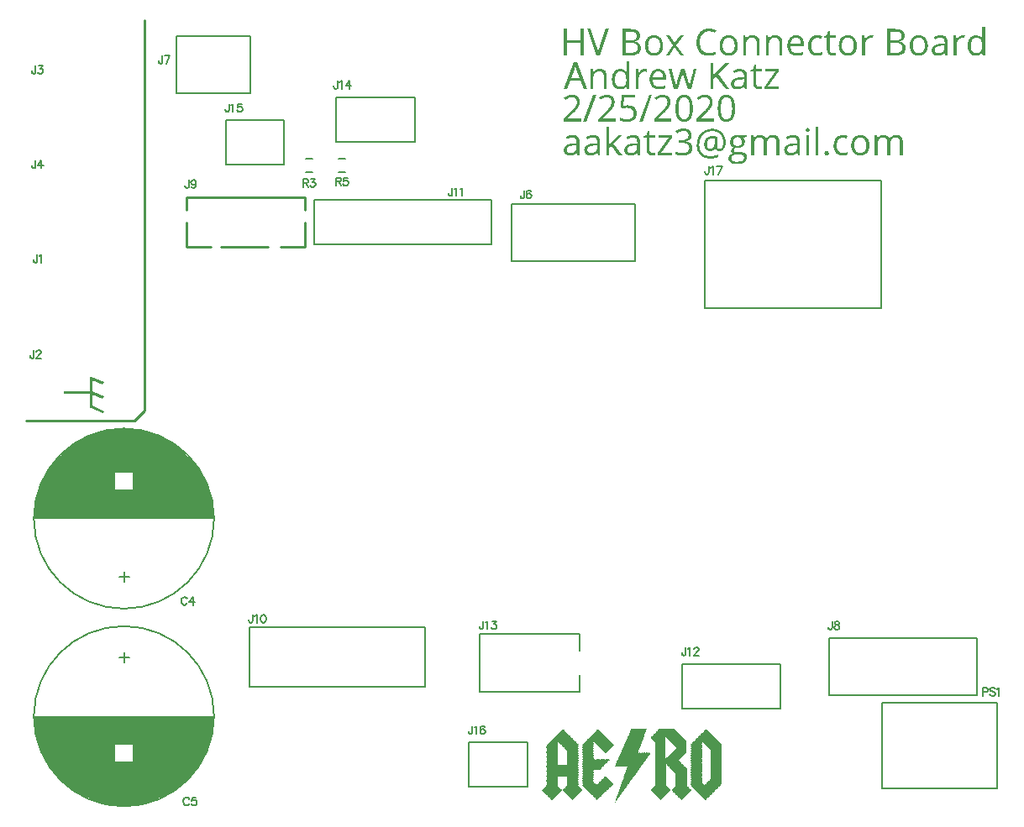
<source format=gto>
G04*
G04 #@! TF.GenerationSoftware,Altium Limited,Altium Designer,20.0.13 (296)*
G04*
G04 Layer_Color=65535*
%FSLAX25Y25*%
%MOIN*%
G70*
G01*
G75*
%ADD10C,0.00787*%
%ADD11C,0.00500*%
%ADD12C,0.00600*%
%ADD13C,0.01000*%
G36*
X706947Y509022D02*
X706605Y505556D01*
X705926Y502141D01*
X704915Y498808D01*
X703582Y495590D01*
X701940Y492519D01*
X700005Y489623D01*
X697796Y486931D01*
X695333Y484468D01*
X692641Y482258D01*
X689745Y480323D01*
X686674Y478682D01*
X683456Y477349D01*
X680123Y476338D01*
X676707Y475658D01*
X673241Y475317D01*
X669759D01*
X666293Y475658D01*
X662877Y476338D01*
X659544Y477349D01*
X656326Y478682D01*
X653255Y480323D01*
X650359Y482258D01*
X647667Y484468D01*
X645204Y486931D01*
X642995Y489623D01*
X641060Y492519D01*
X639418Y495590D01*
X638085Y498808D01*
X637074Y502141D01*
X636395Y505556D01*
X636053Y509022D01*
Y510764D01*
X674945D01*
Y510764D01*
X706947Y510764D01*
Y509022D01*
D02*
G37*
G36*
X676707Y624342D02*
X680123Y623662D01*
X683456Y622651D01*
X686674Y621318D01*
X689745Y619677D01*
X692641Y617742D01*
X695333Y615532D01*
X697796Y613069D01*
X700005Y610377D01*
X701940Y607481D01*
X703582Y604410D01*
X704915Y601192D01*
X705926Y597859D01*
X706605Y594444D01*
X706947Y590978D01*
Y589236D01*
X668055D01*
Y589236D01*
X636053Y589236D01*
Y590978D01*
X636395Y594444D01*
X637074Y597859D01*
X638085Y601192D01*
X639418Y604410D01*
X641060Y607481D01*
X642995Y610377D01*
X645204Y613069D01*
X647667Y615532D01*
X650359Y617742D01*
X653255Y619677D01*
X656326Y621318D01*
X659544Y622651D01*
X662877Y623662D01*
X666293Y624342D01*
X669759Y624683D01*
X673241D01*
X676707Y624342D01*
D02*
G37*
G36*
X878943Y505593D02*
X878842D01*
Y505492D01*
X878943D01*
Y505391D01*
X878842D01*
Y505289D01*
X878741D01*
Y505188D01*
Y505087D01*
Y504986D01*
X878640D01*
Y504885D01*
X878741D01*
Y504784D01*
X878640D01*
Y504682D01*
X878538D01*
Y504581D01*
X878437D01*
Y504480D01*
X878538D01*
Y504379D01*
X878437D01*
Y504278D01*
Y504177D01*
Y504076D01*
X878336D01*
Y503974D01*
X878235D01*
Y503873D01*
X878336D01*
Y503772D01*
X878235D01*
Y503671D01*
X878134D01*
Y503570D01*
Y503469D01*
Y503368D01*
X878033D01*
Y503266D01*
X878134D01*
Y503165D01*
X878033D01*
Y503064D01*
X877931D01*
Y502963D01*
X877830D01*
Y502862D01*
X877931D01*
Y502761D01*
X877830D01*
Y502660D01*
Y502558D01*
Y502457D01*
X877729D01*
Y502356D01*
X877628D01*
Y502255D01*
X877729D01*
Y502154D01*
X877628D01*
Y502053D01*
Y501952D01*
Y501850D01*
X877527D01*
Y501749D01*
X877426D01*
Y501648D01*
X877527D01*
Y501547D01*
X877426D01*
Y501446D01*
Y501345D01*
X877325D01*
Y501243D01*
Y501142D01*
X877223D01*
Y501041D01*
X877325D01*
Y500940D01*
X877223D01*
Y500839D01*
X877122D01*
Y500738D01*
Y500637D01*
Y500535D01*
X877021D01*
Y500434D01*
X877122D01*
Y500333D01*
X877021D01*
Y500232D01*
X876920D01*
Y500131D01*
X876819D01*
Y500030D01*
X876920D01*
Y499929D01*
X876819D01*
Y499827D01*
X876718D01*
Y499726D01*
Y499625D01*
Y499524D01*
X876617D01*
Y499423D01*
X876718D01*
Y499322D01*
X876617D01*
Y499221D01*
X876515D01*
Y499119D01*
Y499018D01*
Y498917D01*
X876414D01*
Y498816D01*
Y498715D01*
Y498614D01*
X876313D01*
Y498513D01*
X876212D01*
Y498411D01*
X876313D01*
Y498310D01*
X876212D01*
Y498209D01*
Y498108D01*
Y498007D01*
X876111D01*
Y497906D01*
X876010D01*
Y497804D01*
X876111D01*
Y497703D01*
X876010D01*
Y497602D01*
Y497501D01*
Y497400D01*
X875908D01*
Y497299D01*
X875807D01*
Y497198D01*
X875908D01*
Y497096D01*
X875807D01*
Y496995D01*
X875706D01*
Y496894D01*
Y496793D01*
Y496692D01*
X875605D01*
Y496591D01*
X875706D01*
Y496490D01*
X875605D01*
Y496388D01*
X875504D01*
Y496287D01*
X875605D01*
Y496186D01*
X875706D01*
Y496287D01*
X875807D01*
Y496186D01*
X875908D01*
Y496287D01*
X875807D01*
Y496388D01*
X875908D01*
Y496287D01*
X876010D01*
Y496186D01*
X876111D01*
Y496287D01*
X876212D01*
Y496186D01*
X876313D01*
Y496287D01*
X876212D01*
Y496388D01*
X876313D01*
Y496287D01*
X876414D01*
Y496186D01*
X876515D01*
Y496287D01*
X876617D01*
Y496186D01*
X876718D01*
Y496287D01*
X876617D01*
Y496388D01*
X876718D01*
Y496287D01*
X876819D01*
Y496186D01*
X876920D01*
Y496287D01*
X877021D01*
Y496186D01*
X877122D01*
Y496287D01*
X877021D01*
Y496388D01*
X877122D01*
Y496287D01*
X877223D01*
Y496186D01*
X877325D01*
Y496287D01*
X877426D01*
Y496186D01*
X877527D01*
Y496287D01*
X877426D01*
Y496388D01*
X877527D01*
Y496287D01*
X877628D01*
Y496186D01*
X877729D01*
Y496287D01*
X877830D01*
Y496186D01*
X877931D01*
Y496287D01*
X877830D01*
Y496388D01*
X877931D01*
Y496287D01*
X878033D01*
Y496186D01*
X878134D01*
Y496287D01*
X878235D01*
Y496186D01*
X878336D01*
Y496287D01*
X878235D01*
Y496388D01*
X878336D01*
Y496287D01*
X878437D01*
Y496186D01*
X878538D01*
Y496287D01*
X878640D01*
Y496186D01*
X878741D01*
Y496287D01*
X878640D01*
Y496388D01*
X878741D01*
Y496287D01*
X878842D01*
Y496186D01*
X878943D01*
Y496287D01*
X879044D01*
Y496186D01*
X879145D01*
Y496287D01*
X879044D01*
Y496388D01*
X879145D01*
Y496287D01*
X879246D01*
Y496186D01*
X879348D01*
Y496287D01*
X879449D01*
Y496186D01*
X879550D01*
Y496287D01*
X879449D01*
Y496388D01*
X879550D01*
Y496287D01*
X879651D01*
Y496186D01*
X879752D01*
Y496287D01*
X879853D01*
Y496186D01*
X879954D01*
Y496287D01*
X879853D01*
Y496388D01*
X879954D01*
Y496287D01*
X880056D01*
Y496186D01*
X880157D01*
Y496287D01*
X880258D01*
Y496186D01*
X880359D01*
Y496287D01*
X880258D01*
Y496388D01*
X880359D01*
Y496287D01*
X880460D01*
Y496186D01*
X880561D01*
Y496085D01*
X880460D01*
Y495984D01*
X880359D01*
Y495883D01*
X880258D01*
Y495782D01*
Y495680D01*
Y495579D01*
X880157D01*
Y495478D01*
X880056D01*
Y495377D01*
X879954D01*
Y495276D01*
X879853D01*
Y495175D01*
X879954D01*
Y495074D01*
X879651D01*
Y494972D01*
X879752D01*
Y494871D01*
X879651D01*
Y494770D01*
X879550D01*
Y494669D01*
X879449D01*
Y494568D01*
X879348D01*
Y494467D01*
X879246D01*
Y494366D01*
Y494264D01*
Y494163D01*
X879145D01*
Y494062D01*
X879044D01*
Y493961D01*
X878943D01*
Y493860D01*
X878842D01*
Y493759D01*
X878741D01*
Y493657D01*
X878640D01*
Y493556D01*
X878741D01*
Y493455D01*
X878640D01*
Y493354D01*
X878538D01*
Y493253D01*
X878437D01*
Y493152D01*
X878336D01*
Y493051D01*
X878235D01*
Y492949D01*
Y492848D01*
X878134D01*
Y492747D01*
Y492646D01*
X878033D01*
Y492545D01*
X877931D01*
Y492444D01*
X877830D01*
Y492343D01*
X877729D01*
Y492241D01*
X877628D01*
Y492140D01*
X877729D01*
Y492039D01*
X877527D01*
Y491938D01*
Y491837D01*
X877426D01*
Y491736D01*
X877325D01*
Y491635D01*
X877223D01*
Y491533D01*
Y491432D01*
X877122D01*
Y491331D01*
Y491230D01*
X877021D01*
Y491129D01*
X876920D01*
Y491028D01*
X876819D01*
Y490927D01*
X876718D01*
Y490825D01*
X876617D01*
Y490724D01*
X876718D01*
Y490623D01*
X876515D01*
Y490522D01*
Y490421D01*
X876414D01*
Y490320D01*
X876313D01*
Y490218D01*
X876212D01*
Y490117D01*
Y490016D01*
X876111D01*
Y489915D01*
Y489814D01*
X876010D01*
Y489713D01*
X875908D01*
Y489612D01*
X875807D01*
Y489510D01*
X875706D01*
Y489409D01*
X875605D01*
Y489308D01*
X875706D01*
Y489207D01*
X875504D01*
Y489106D01*
Y489005D01*
X875403D01*
Y488904D01*
X875302D01*
Y488802D01*
X875200D01*
Y488701D01*
Y488600D01*
X875099D01*
Y488499D01*
Y488398D01*
X874998D01*
Y488297D01*
X874897D01*
Y488196D01*
X874796D01*
Y488094D01*
X874695D01*
Y487993D01*
X874594D01*
Y487892D01*
X874695D01*
Y487791D01*
X874492D01*
Y487690D01*
Y487589D01*
X874391D01*
Y487488D01*
X874290D01*
Y487386D01*
X874189D01*
Y487285D01*
Y487184D01*
X873987D01*
Y487083D01*
X874088D01*
Y486982D01*
X873987D01*
Y486881D01*
X873886D01*
Y486779D01*
X873784D01*
Y486678D01*
X873683D01*
Y486577D01*
X873582D01*
Y486476D01*
X873683D01*
Y486375D01*
X873380D01*
Y486274D01*
X873481D01*
Y486172D01*
X873380D01*
Y486071D01*
X873279D01*
Y485970D01*
X873178D01*
Y485869D01*
Y485768D01*
X872975D01*
Y485667D01*
Y485566D01*
Y485464D01*
X872874D01*
Y485363D01*
X872773D01*
Y485262D01*
X872672D01*
Y485161D01*
X872571D01*
Y485060D01*
X872672D01*
Y484959D01*
X872368D01*
Y484858D01*
X872470D01*
Y484757D01*
X872368D01*
Y484655D01*
X872267D01*
Y484554D01*
X872166D01*
Y484453D01*
X872065D01*
Y484352D01*
X871964D01*
Y484251D01*
X872065D01*
Y484150D01*
X871964D01*
Y484049D01*
X871863D01*
Y483947D01*
X871762D01*
Y483846D01*
X871660D01*
Y483745D01*
X871559D01*
Y483644D01*
X871458D01*
Y483543D01*
X871357D01*
Y483442D01*
X871458D01*
Y483340D01*
X871357D01*
Y483239D01*
X871256D01*
Y483138D01*
X871155D01*
Y483037D01*
X871054D01*
Y482936D01*
X870952D01*
Y482835D01*
Y482734D01*
Y482632D01*
X870851D01*
Y482531D01*
X870750D01*
Y482430D01*
X870649D01*
Y482329D01*
X870548D01*
Y482228D01*
X870649D01*
Y482127D01*
X870548D01*
Y482228D01*
X870447D01*
Y482127D01*
X870345D01*
Y482025D01*
X870447D01*
Y481924D01*
X870345D01*
Y481823D01*
X870244D01*
Y481722D01*
X870143D01*
Y481621D01*
X870042D01*
Y481520D01*
X869941D01*
Y481419D01*
Y481318D01*
Y481216D01*
X869840D01*
Y481115D01*
X869739D01*
Y481014D01*
X869637D01*
Y480913D01*
X869536D01*
Y480812D01*
X869435D01*
Y480711D01*
X869334D01*
Y480610D01*
X869435D01*
Y480508D01*
X869334D01*
Y480407D01*
X869233D01*
Y480306D01*
X869132D01*
Y480205D01*
X869030D01*
Y480104D01*
X868929D01*
Y480003D01*
Y479901D01*
X868828D01*
Y479800D01*
Y479699D01*
X868727D01*
Y479598D01*
X868626D01*
Y479497D01*
X868525D01*
Y479396D01*
X868424D01*
Y479294D01*
X868322D01*
Y479193D01*
X868424D01*
Y479092D01*
X868120D01*
Y478991D01*
X868221D01*
Y478890D01*
X868120D01*
Y478789D01*
X868019D01*
Y478688D01*
X867918D01*
Y478586D01*
Y478485D01*
X867817D01*
Y478384D01*
Y478283D01*
X867716D01*
Y478182D01*
X867614D01*
Y478081D01*
X867513D01*
Y477980D01*
X867412D01*
Y477879D01*
X867311D01*
Y477777D01*
X867412D01*
Y477676D01*
X867210D01*
Y477575D01*
Y477474D01*
X867109D01*
Y477373D01*
X867008D01*
Y477272D01*
X866906D01*
Y477170D01*
Y477069D01*
X866805D01*
Y476968D01*
Y476867D01*
X866704D01*
Y476766D01*
X866603D01*
Y476665D01*
X866502D01*
Y476564D01*
X866401D01*
Y476665D01*
X866300D01*
Y476766D01*
X866401D01*
Y476867D01*
X866502D01*
Y476968D01*
X866603D01*
Y477069D01*
X866502D01*
Y477170D01*
X866603D01*
Y477272D01*
X866502D01*
Y477373D01*
X866603D01*
Y477474D01*
X866704D01*
Y477575D01*
X866805D01*
Y477676D01*
X866704D01*
Y477777D01*
X866805D01*
Y477879D01*
Y477980D01*
Y478081D01*
X866906D01*
Y478182D01*
X867008D01*
Y478283D01*
X866906D01*
Y478384D01*
X867008D01*
Y478485D01*
X866906D01*
Y478586D01*
X867109D01*
Y478688D01*
Y478789D01*
X867210D01*
Y478890D01*
X867109D01*
Y478991D01*
X867210D01*
Y479092D01*
Y479193D01*
X867311D01*
Y479294D01*
Y479396D01*
X867412D01*
Y479497D01*
X867311D01*
Y479598D01*
X867412D01*
Y479699D01*
X867311D01*
Y479800D01*
X867513D01*
Y479901D01*
Y480003D01*
X867614D01*
Y480104D01*
X867513D01*
Y480205D01*
X867614D01*
Y480306D01*
X867716D01*
Y480407D01*
Y480508D01*
Y480610D01*
X867817D01*
Y480711D01*
X867716D01*
Y480812D01*
X867817D01*
Y480913D01*
X867918D01*
Y481014D01*
Y481115D01*
Y481216D01*
X868019D01*
Y481318D01*
Y481419D01*
Y481520D01*
X868120D01*
Y481621D01*
Y481722D01*
Y481823D01*
X868221D01*
Y481924D01*
Y482025D01*
Y482127D01*
X868322D01*
Y482228D01*
X868424D01*
Y482329D01*
X868322D01*
Y482430D01*
X868424D01*
Y482531D01*
Y482632D01*
Y482734D01*
X868525D01*
Y482835D01*
Y482936D01*
Y483037D01*
X868626D01*
Y483138D01*
Y483239D01*
Y483340D01*
X868727D01*
Y483442D01*
X868828D01*
Y483543D01*
X868727D01*
Y483644D01*
X868828D01*
Y483745D01*
Y483846D01*
Y483947D01*
X868929D01*
Y484049D01*
X869030D01*
Y484150D01*
X868929D01*
Y484251D01*
X869030D01*
Y484352D01*
X869132D01*
Y484453D01*
X869030D01*
Y484554D01*
X869132D01*
Y484655D01*
X869233D01*
Y484757D01*
X869132D01*
Y484858D01*
X869233D01*
Y484959D01*
X869334D01*
Y485060D01*
Y485161D01*
Y485262D01*
X869435D01*
Y485363D01*
X869334D01*
Y485464D01*
X869435D01*
Y485566D01*
X869536D01*
Y485667D01*
Y485768D01*
Y485869D01*
X869637D01*
Y485970D01*
X869536D01*
Y486071D01*
X869637D01*
Y486172D01*
X869739D01*
Y486274D01*
X869840D01*
Y486375D01*
X869739D01*
Y486476D01*
X869840D01*
Y486577D01*
X869739D01*
Y486678D01*
X869840D01*
Y486779D01*
X869941D01*
Y486881D01*
X870042D01*
Y486982D01*
X869941D01*
Y487083D01*
X870042D01*
Y487184D01*
Y487285D01*
Y487386D01*
X870143D01*
Y487488D01*
X870244D01*
Y487589D01*
X870143D01*
Y487690D01*
X870244D01*
Y487791D01*
X870143D01*
Y487892D01*
X870244D01*
Y487993D01*
X870345D01*
Y488094D01*
X870447D01*
Y488196D01*
X870345D01*
Y488297D01*
X870447D01*
Y488398D01*
Y488499D01*
X870548D01*
Y488600D01*
Y488701D01*
X870649D01*
Y488802D01*
X870548D01*
Y488904D01*
X870649D01*
Y489005D01*
Y489106D01*
X870750D01*
Y489207D01*
Y489308D01*
X870851D01*
Y489409D01*
X870750D01*
Y489510D01*
X870851D01*
Y489612D01*
X870952D01*
Y489713D01*
Y489814D01*
Y489915D01*
X871054D01*
Y490016D01*
X870952D01*
Y490117D01*
X871054D01*
Y490218D01*
Y490320D01*
X871155D01*
Y490421D01*
Y490522D01*
X871256D01*
Y490623D01*
X871155D01*
Y490724D01*
X871054D01*
Y490825D01*
X870952D01*
Y490724D01*
X870649D01*
Y490825D01*
X870548D01*
Y490724D01*
X870244D01*
Y490825D01*
X870143D01*
Y490724D01*
X869840D01*
Y490825D01*
X869739D01*
Y490724D01*
X869435D01*
Y490825D01*
X869334D01*
Y490724D01*
X869030D01*
Y490825D01*
X868929D01*
Y490724D01*
X868626D01*
Y490825D01*
X868525D01*
Y490724D01*
X868221D01*
Y490825D01*
X868120D01*
Y490724D01*
X867817D01*
Y490825D01*
X867716D01*
Y490724D01*
X867412D01*
Y490825D01*
X867311D01*
Y490724D01*
X867008D01*
Y490825D01*
X866906D01*
Y490724D01*
X866603D01*
Y490825D01*
X866502D01*
Y490724D01*
X866401D01*
Y490825D01*
X866300D01*
Y490927D01*
X866401D01*
Y491028D01*
Y491129D01*
Y491230D01*
X866502D01*
Y491331D01*
X866603D01*
Y491432D01*
X866502D01*
Y491533D01*
X866603D01*
Y491635D01*
X866704D01*
Y491736D01*
X866805D01*
Y491837D01*
X866704D01*
Y491938D01*
X866805D01*
Y492039D01*
X866906D01*
Y492140D01*
Y492241D01*
Y492343D01*
X867008D01*
Y492444D01*
Y492545D01*
Y492646D01*
X867109D01*
Y492747D01*
X867210D01*
Y492848D01*
X867109D01*
Y492949D01*
X867210D01*
Y493051D01*
X867311D01*
Y493152D01*
X867412D01*
Y493253D01*
X867311D01*
Y493354D01*
X867412D01*
Y493455D01*
X867513D01*
Y493556D01*
Y493657D01*
Y493759D01*
X867614D01*
Y493860D01*
Y493961D01*
X867716D01*
Y494062D01*
Y494163D01*
X867817D01*
Y494264D01*
X867716D01*
Y494366D01*
X867817D01*
Y494467D01*
X867918D01*
Y494568D01*
X868019D01*
Y494669D01*
X867918D01*
Y494770D01*
X868019D01*
Y494871D01*
X868120D01*
Y494972D01*
Y495074D01*
Y495175D01*
X868221D01*
Y495276D01*
X868322D01*
Y495377D01*
X868424D01*
Y495478D01*
X868322D01*
Y495579D01*
X868424D01*
Y495680D01*
Y495782D01*
X868525D01*
Y495883D01*
Y495984D01*
X868626D01*
Y496085D01*
Y496186D01*
Y496287D01*
X868727D01*
Y496388D01*
X868828D01*
Y496490D01*
X868727D01*
Y496591D01*
X868828D01*
Y496692D01*
X868929D01*
Y496793D01*
X869030D01*
Y496894D01*
X868929D01*
Y496995D01*
X869030D01*
Y497096D01*
Y497198D01*
X869132D01*
Y497299D01*
Y497400D01*
X869233D01*
Y497501D01*
Y497602D01*
Y497703D01*
X869334D01*
Y497804D01*
X869435D01*
Y497906D01*
X869334D01*
Y498007D01*
X869435D01*
Y498108D01*
X869536D01*
Y498209D01*
X869637D01*
Y498310D01*
X869536D01*
Y498411D01*
X869637D01*
Y498513D01*
X869739D01*
Y498614D01*
Y498715D01*
Y498816D01*
X869840D01*
Y498917D01*
Y499018D01*
Y499119D01*
X869941D01*
Y499221D01*
X870042D01*
Y499322D01*
Y499423D01*
Y499524D01*
X870143D01*
Y499625D01*
X870244D01*
Y499726D01*
X870143D01*
Y499827D01*
X870244D01*
Y499929D01*
X870345D01*
Y500030D01*
X870447D01*
Y500131D01*
X870345D01*
Y500232D01*
X870447D01*
Y500333D01*
X870548D01*
Y500434D01*
Y500535D01*
Y500637D01*
X870649D01*
Y500738D01*
X870548D01*
Y500839D01*
X870750D01*
Y500940D01*
Y501041D01*
X870851D01*
Y501142D01*
Y501243D01*
Y501345D01*
X870952D01*
Y501446D01*
X871054D01*
Y501547D01*
X870952D01*
Y501648D01*
X871054D01*
Y501749D01*
X871155D01*
Y501850D01*
X871256D01*
Y501952D01*
X871155D01*
Y502053D01*
X871256D01*
Y502154D01*
Y502255D01*
X871357D01*
Y502356D01*
Y502457D01*
X871458D01*
Y502558D01*
Y502660D01*
Y502761D01*
X871559D01*
Y502862D01*
X871660D01*
Y502963D01*
X871559D01*
Y503064D01*
X871660D01*
Y503165D01*
X871762D01*
Y503266D01*
X871863D01*
Y503368D01*
X871762D01*
Y503469D01*
X871863D01*
Y503570D01*
Y503671D01*
X871964D01*
Y503772D01*
Y503873D01*
X872065D01*
Y503974D01*
Y504076D01*
Y504177D01*
X872166D01*
Y504076D01*
X872267D01*
Y504177D01*
X872166D01*
Y504278D01*
X872267D01*
Y504379D01*
X872166D01*
Y504480D01*
X872267D01*
Y504581D01*
X872368D01*
Y504682D01*
X872470D01*
Y504784D01*
X872368D01*
Y504885D01*
X872470D01*
Y504986D01*
X872571D01*
Y505087D01*
Y505188D01*
Y505289D01*
X872672D01*
Y505391D01*
X872773D01*
Y505492D01*
Y505593D01*
Y505694D01*
X878943D01*
Y505593D01*
D02*
G37*
G36*
X859624Y505492D02*
X859927D01*
Y505391D01*
X859826D01*
Y505289D01*
X860130D01*
Y505188D01*
X860028D01*
Y505087D01*
X860332D01*
Y504986D01*
X860231D01*
Y504885D01*
X860534D01*
Y504784D01*
X860433D01*
Y504682D01*
X860736D01*
Y504581D01*
X860635D01*
Y504480D01*
X860939D01*
Y504379D01*
X860838D01*
Y504278D01*
X861141D01*
Y504177D01*
X861040D01*
Y504076D01*
X861343D01*
Y503974D01*
X861242D01*
Y503873D01*
X861546D01*
Y503772D01*
X861444D01*
Y503671D01*
X861748D01*
Y503570D01*
X861647D01*
Y503469D01*
X861950D01*
Y503368D01*
X861849D01*
Y503266D01*
X862152D01*
Y503165D01*
X862051D01*
Y503064D01*
X862355D01*
Y502963D01*
X862254D01*
Y502862D01*
X862557D01*
Y502761D01*
X862456D01*
Y502660D01*
X862759D01*
Y502558D01*
X862658D01*
Y502457D01*
X862962D01*
Y502356D01*
X862860D01*
Y502255D01*
X863164D01*
Y502154D01*
X863063D01*
Y502053D01*
X863366D01*
Y501952D01*
X863265D01*
Y501850D01*
X863569D01*
Y501749D01*
X863467D01*
Y501648D01*
X863771D01*
Y501547D01*
X863670D01*
Y501446D01*
X863973D01*
Y501345D01*
X863872D01*
Y501243D01*
X864176D01*
Y501142D01*
X864074D01*
Y501041D01*
X864378D01*
Y500940D01*
X864277D01*
Y500839D01*
X864580D01*
Y500738D01*
X864479D01*
Y500637D01*
X864782D01*
Y500535D01*
X864681D01*
Y500434D01*
X864985D01*
Y500333D01*
X864884D01*
Y500232D01*
X865187D01*
Y500131D01*
X865086D01*
Y500030D01*
X865389D01*
Y499929D01*
X865288D01*
Y499827D01*
X865592D01*
Y499726D01*
X865490D01*
Y499625D01*
X865794D01*
Y499524D01*
X865693D01*
Y499423D01*
X865996D01*
Y499322D01*
X865895D01*
Y499221D01*
X865794D01*
Y499119D01*
X865693D01*
Y499018D01*
X865592D01*
Y498917D01*
X865490D01*
Y498816D01*
X865389D01*
Y498715D01*
X865288D01*
Y498614D01*
X865187D01*
Y498513D01*
X865086D01*
Y498411D01*
X864985D01*
Y498310D01*
X864884D01*
Y498209D01*
X864782D01*
Y498108D01*
X864681D01*
Y498007D01*
X864580D01*
Y497906D01*
X864479D01*
Y497804D01*
X864378D01*
Y497703D01*
X864277D01*
Y497602D01*
X864176D01*
Y497501D01*
X864074D01*
Y497400D01*
X863973D01*
Y497299D01*
X863872D01*
Y497198D01*
X863771D01*
Y497096D01*
X863670D01*
Y496995D01*
X863569D01*
Y496894D01*
X863467D01*
Y496793D01*
X863366D01*
Y496692D01*
X863265D01*
Y496591D01*
X863164D01*
Y496490D01*
X863063D01*
Y496388D01*
X862962D01*
Y496287D01*
X862860D01*
Y496186D01*
X862759D01*
Y496085D01*
X862658D01*
Y495984D01*
X862557D01*
Y496085D01*
X862456D01*
Y496186D01*
X862355D01*
Y496287D01*
X862254D01*
Y496388D01*
X862152D01*
Y496490D01*
X862051D01*
Y496591D01*
X861950D01*
Y496692D01*
X861849D01*
Y496793D01*
X861748D01*
Y496894D01*
X861647D01*
Y496995D01*
X861546D01*
Y497096D01*
X861444D01*
Y497198D01*
X861343D01*
Y497299D01*
X861242D01*
Y497400D01*
X861141D01*
Y497501D01*
X861040D01*
Y497602D01*
X860939D01*
Y497703D01*
X860838D01*
Y497804D01*
X860736D01*
Y497906D01*
X860635D01*
Y498007D01*
X860534D01*
Y498108D01*
X860433D01*
Y498209D01*
X860332D01*
Y498310D01*
X860231D01*
Y498411D01*
X860130D01*
Y498513D01*
X860028D01*
Y498614D01*
X859927D01*
Y498715D01*
X859826D01*
Y498816D01*
X859725D01*
Y498917D01*
X859624D01*
Y499018D01*
X859523D01*
Y499119D01*
X859422D01*
Y499221D01*
X859320D01*
Y499322D01*
X859219D01*
Y499423D01*
X859118D01*
Y499524D01*
X859017D01*
Y499625D01*
X858916D01*
Y499726D01*
X858815D01*
Y499827D01*
X858714D01*
Y499929D01*
X858612D01*
Y500030D01*
X858511D01*
Y500131D01*
X858410D01*
Y500232D01*
X858309D01*
Y500333D01*
X858208D01*
Y500434D01*
X858107D01*
Y500535D01*
X858006D01*
Y500637D01*
X857904D01*
Y500738D01*
X857803D01*
Y500637D01*
X857904D01*
Y500535D01*
X857803D01*
Y500434D01*
X857904D01*
Y500333D01*
X857803D01*
Y500232D01*
X857904D01*
Y500131D01*
X857803D01*
Y500030D01*
X857904D01*
Y499929D01*
X857803D01*
Y499827D01*
X857904D01*
Y499726D01*
X857803D01*
Y499625D01*
X857904D01*
Y499524D01*
X857803D01*
Y499423D01*
X857904D01*
Y499322D01*
X857803D01*
Y499221D01*
X857904D01*
Y499119D01*
X857803D01*
Y499018D01*
X857904D01*
Y498917D01*
X857803D01*
Y498816D01*
X857904D01*
Y498715D01*
X857803D01*
Y498614D01*
X857904D01*
Y498513D01*
X857803D01*
Y498411D01*
X857904D01*
Y498310D01*
X857803D01*
Y498209D01*
X857904D01*
Y498108D01*
X857803D01*
Y498007D01*
X857904D01*
Y497906D01*
X857803D01*
Y497804D01*
X857904D01*
Y497703D01*
X857803D01*
Y497602D01*
X857904D01*
Y497501D01*
X857803D01*
Y497400D01*
X857904D01*
Y497299D01*
X857803D01*
Y497198D01*
X857904D01*
Y497096D01*
X857803D01*
Y496995D01*
X857904D01*
Y496894D01*
X857803D01*
Y496793D01*
X857904D01*
Y496692D01*
X857803D01*
Y496591D01*
X857904D01*
Y496490D01*
X857803D01*
Y496388D01*
X857904D01*
Y496287D01*
X857803D01*
Y496186D01*
X857904D01*
Y496085D01*
X857803D01*
Y495984D01*
X857904D01*
Y495883D01*
X857803D01*
Y495782D01*
X857904D01*
Y495680D01*
X857803D01*
Y495579D01*
X857904D01*
Y495478D01*
X857803D01*
Y495377D01*
X857904D01*
Y495276D01*
X857803D01*
Y495175D01*
X857904D01*
Y495074D01*
X857803D01*
Y494972D01*
X857904D01*
Y494871D01*
X857803D01*
Y494770D01*
X857904D01*
Y494669D01*
X857803D01*
Y494568D01*
X857904D01*
Y494467D01*
X857803D01*
Y494366D01*
X857904D01*
Y494264D01*
X857803D01*
Y494163D01*
X857904D01*
Y494062D01*
X857803D01*
Y493961D01*
X857904D01*
Y493860D01*
X857803D01*
Y493759D01*
X857904D01*
Y493657D01*
X858006D01*
Y493556D01*
X858107D01*
Y493657D01*
X858208D01*
Y493759D01*
X858309D01*
Y493657D01*
X858410D01*
Y493556D01*
X858511D01*
Y493657D01*
X858612D01*
Y493759D01*
X858714D01*
Y493657D01*
X858815D01*
Y493556D01*
X858916D01*
Y493657D01*
X859017D01*
Y493759D01*
X859118D01*
Y493657D01*
X859219D01*
Y493556D01*
X859320D01*
Y493657D01*
X859422D01*
Y493759D01*
X859523D01*
Y493657D01*
X859624D01*
Y493556D01*
X859725D01*
Y493657D01*
X859826D01*
Y493759D01*
X859927D01*
Y493657D01*
X860028D01*
Y493556D01*
X860130D01*
Y493657D01*
X860231D01*
Y493759D01*
X860332D01*
Y493657D01*
X860433D01*
Y493556D01*
X860534D01*
Y493657D01*
X860635D01*
Y493759D01*
X860736D01*
Y493657D01*
X860838D01*
Y493556D01*
X860939D01*
Y493657D01*
X861040D01*
Y493759D01*
X861141D01*
Y493657D01*
X861242D01*
Y493556D01*
X861343D01*
Y493657D01*
X861444D01*
Y493759D01*
X861546D01*
Y493657D01*
X861647D01*
Y493556D01*
X861748D01*
Y493657D01*
X861849D01*
Y493759D01*
X861950D01*
Y493657D01*
X862051D01*
Y493556D01*
X862152D01*
Y493657D01*
X862254D01*
Y493759D01*
X862355D01*
Y493657D01*
X862456D01*
Y493556D01*
X862557D01*
Y493657D01*
X862658D01*
Y493759D01*
X862759D01*
Y493657D01*
X862860D01*
Y493556D01*
X862962D01*
Y493657D01*
X863063D01*
Y493759D01*
X863164D01*
Y493657D01*
X863265D01*
Y493556D01*
X863366D01*
Y493657D01*
X863467D01*
Y493759D01*
X863569D01*
Y493657D01*
X863670D01*
Y493556D01*
X863771D01*
Y493657D01*
X863872D01*
Y493759D01*
X863973D01*
Y493657D01*
X864074D01*
Y493556D01*
X864176D01*
Y493657D01*
X864277D01*
Y493556D01*
X864378D01*
Y493455D01*
X864277D01*
Y493354D01*
X864176D01*
Y493253D01*
X863973D01*
Y493152D01*
Y493051D01*
X863771D01*
Y492949D01*
Y492848D01*
X863569D01*
Y492747D01*
Y492646D01*
X863467D01*
Y492545D01*
X863366D01*
Y492444D01*
X863164D01*
Y492343D01*
Y492241D01*
X862962D01*
Y492140D01*
Y492039D01*
X862759D01*
Y491938D01*
Y491837D01*
X862658D01*
Y491736D01*
X862557D01*
Y491635D01*
X862456D01*
Y491533D01*
X862355D01*
Y491432D01*
X862254D01*
Y491331D01*
X862152D01*
Y491230D01*
X862051D01*
Y491129D01*
X861950D01*
Y491028D01*
X861849D01*
Y490927D01*
X861748D01*
Y490825D01*
X861647D01*
Y490724D01*
X861546D01*
Y490623D01*
X861444D01*
Y490522D01*
X861343D01*
Y490421D01*
X861242D01*
Y490320D01*
X861141D01*
Y490218D01*
X861040D01*
Y490117D01*
X860939D01*
Y490016D01*
X860838D01*
Y489915D01*
X860736D01*
Y489814D01*
X860635D01*
Y489713D01*
X860534D01*
Y489612D01*
X860433D01*
Y489510D01*
X860332D01*
Y489409D01*
X857803D01*
Y489308D01*
X857904D01*
Y489207D01*
X857803D01*
Y489106D01*
X857904D01*
Y489005D01*
X857803D01*
Y488904D01*
X857904D01*
Y488802D01*
X857803D01*
Y488701D01*
X857904D01*
Y488600D01*
X857803D01*
Y488499D01*
X857904D01*
Y488398D01*
X857803D01*
Y488297D01*
X857904D01*
Y488196D01*
X857803D01*
Y488094D01*
X857904D01*
Y487993D01*
X857803D01*
Y487892D01*
X857904D01*
Y487791D01*
X857803D01*
Y487690D01*
X857904D01*
Y487589D01*
X857803D01*
Y487488D01*
X857904D01*
Y487386D01*
X857803D01*
Y487285D01*
X857904D01*
Y487184D01*
X857803D01*
Y487083D01*
X857904D01*
Y486982D01*
X857803D01*
Y486881D01*
X857904D01*
Y486779D01*
X857803D01*
Y486678D01*
X857904D01*
Y486577D01*
X857803D01*
Y486476D01*
X857904D01*
Y486375D01*
X857803D01*
Y486274D01*
X857904D01*
Y486172D01*
X857803D01*
Y486071D01*
X857904D01*
Y485970D01*
X857803D01*
Y485869D01*
X857904D01*
Y485768D01*
X857803D01*
Y485667D01*
X857904D01*
Y485566D01*
X857803D01*
Y485464D01*
X857904D01*
Y485363D01*
X857803D01*
Y485262D01*
X857904D01*
Y485161D01*
X857803D01*
Y485060D01*
X857904D01*
Y484959D01*
X857803D01*
Y484858D01*
X857904D01*
Y484757D01*
X857803D01*
Y484655D01*
X857904D01*
Y484554D01*
X857803D01*
Y484453D01*
X858006D01*
Y484352D01*
Y484251D01*
X858309D01*
Y484150D01*
Y484049D01*
X858511D01*
Y483947D01*
X858410D01*
Y483846D01*
X858714D01*
Y483745D01*
Y483644D01*
X858916D01*
Y483543D01*
Y483442D01*
X859118D01*
Y483543D01*
Y483644D01*
X859320D01*
Y483745D01*
X859219D01*
Y483846D01*
X859523D01*
Y483947D01*
Y484049D01*
X859725D01*
Y484150D01*
X859624D01*
Y484251D01*
X859927D01*
Y484352D01*
Y484453D01*
X860130D01*
Y484554D01*
X860028D01*
Y484655D01*
X860332D01*
Y484757D01*
X860433D01*
Y484858D01*
X860534D01*
Y484959D01*
X860433D01*
Y485060D01*
X860736D01*
Y485161D01*
Y485262D01*
X860939D01*
Y485363D01*
X860838D01*
Y485464D01*
X861141D01*
Y485566D01*
Y485667D01*
X861343D01*
Y485768D01*
X861242D01*
Y485869D01*
X861546D01*
Y485970D01*
Y486071D01*
X861748D01*
Y486172D01*
X861647D01*
Y486274D01*
X861950D01*
Y486375D01*
X862051D01*
Y486476D01*
X862152D01*
Y486577D01*
X862051D01*
Y486678D01*
X862355D01*
Y486779D01*
Y486881D01*
X862557D01*
Y486982D01*
X862456D01*
Y487083D01*
X862557D01*
Y486982D01*
X862658D01*
Y486881D01*
X862759D01*
Y486779D01*
X862860D01*
Y486678D01*
X862962D01*
Y486577D01*
X863063D01*
Y486476D01*
X863164D01*
Y486375D01*
X863265D01*
Y486274D01*
X863366D01*
Y486172D01*
X863467D01*
Y486071D01*
X863569D01*
Y485970D01*
X863670D01*
Y485869D01*
X863771D01*
Y485768D01*
X863872D01*
Y485667D01*
X863973D01*
Y485566D01*
X864074D01*
Y485464D01*
X864176D01*
Y485363D01*
X864277D01*
Y485262D01*
X864378D01*
Y485161D01*
X864479D01*
Y485060D01*
X864580D01*
Y484959D01*
X864681D01*
Y484858D01*
X864782D01*
Y484757D01*
X864884D01*
Y484655D01*
X865086D01*
Y484554D01*
Y484453D01*
X865288D01*
Y484352D01*
Y484251D01*
X865490D01*
Y484150D01*
Y484049D01*
X865592D01*
Y483947D01*
X865693D01*
Y483846D01*
X865794D01*
Y483745D01*
X865592D01*
Y483644D01*
Y483543D01*
X865288D01*
Y483442D01*
X865389D01*
Y483340D01*
X865187D01*
Y483239D01*
Y483138D01*
X864884D01*
Y483037D01*
X864985D01*
Y482936D01*
X864782D01*
Y482835D01*
Y482734D01*
X864479D01*
Y482632D01*
X864580D01*
Y482531D01*
X864378D01*
Y482430D01*
Y482329D01*
X864074D01*
Y482228D01*
X864176D01*
Y482127D01*
X863973D01*
Y482025D01*
Y481924D01*
X863670D01*
Y481823D01*
X863771D01*
Y481722D01*
X863467D01*
Y481621D01*
X863569D01*
Y481520D01*
X863265D01*
Y481419D01*
X863366D01*
Y481318D01*
X863063D01*
Y481216D01*
X863164D01*
Y481115D01*
X862860D01*
Y481014D01*
X862962D01*
Y480913D01*
X862658D01*
Y480812D01*
X862759D01*
Y480711D01*
X862456D01*
Y480610D01*
X862557D01*
Y480508D01*
X862254D01*
Y480407D01*
X862355D01*
Y480306D01*
X862051D01*
Y480205D01*
X862152D01*
Y480104D01*
X861849D01*
Y480003D01*
X861950D01*
Y479901D01*
X861849D01*
Y480003D01*
X861748D01*
Y479901D01*
X861647D01*
Y479800D01*
X861748D01*
Y479699D01*
X861444D01*
Y479598D01*
X861546D01*
Y479497D01*
X861242D01*
Y479396D01*
X861343D01*
Y479294D01*
X861040D01*
Y479193D01*
X861141D01*
Y479092D01*
X861040D01*
Y479193D01*
X860939D01*
Y479092D01*
X860838D01*
Y478991D01*
X860939D01*
Y478890D01*
X860635D01*
Y478789D01*
X860736D01*
Y478688D01*
X860433D01*
Y478586D01*
X860534D01*
Y478485D01*
X860231D01*
Y478384D01*
X860130D01*
Y478283D01*
X860028D01*
Y478182D01*
X860130D01*
Y478081D01*
X859826D01*
Y477980D01*
X859725D01*
Y477879D01*
X859624D01*
Y477777D01*
X859725D01*
Y477676D01*
X859624D01*
Y477777D01*
X859523D01*
Y477676D01*
X859422D01*
Y477575D01*
X859320D01*
Y477474D01*
X859219D01*
Y477373D01*
X859118D01*
Y477474D01*
X859017D01*
Y477575D01*
X858916D01*
Y477676D01*
X858815D01*
Y477777D01*
X858714D01*
Y477879D01*
X858612D01*
Y477980D01*
X858511D01*
Y478081D01*
X858410D01*
Y478182D01*
X858309D01*
Y478283D01*
X858208D01*
Y478384D01*
X858107D01*
Y478485D01*
X858006D01*
Y478586D01*
X858107D01*
Y478688D01*
X857803D01*
Y478789D01*
X857904D01*
Y478890D01*
X857601D01*
Y478991D01*
X857702D01*
Y479092D01*
X857399D01*
Y479193D01*
X857500D01*
Y479294D01*
X857196D01*
Y479396D01*
X857297D01*
Y479497D01*
X856994D01*
Y479598D01*
X857095D01*
Y479699D01*
X856792D01*
Y479800D01*
X856893D01*
Y479901D01*
X856589D01*
Y480003D01*
X856691D01*
Y480104D01*
X856387D01*
Y480205D01*
X856488D01*
Y480306D01*
X856185D01*
Y480407D01*
X856286D01*
Y480508D01*
X855982D01*
Y480610D01*
X856084D01*
Y480711D01*
X855780D01*
Y480812D01*
X855881D01*
Y480913D01*
X855578D01*
Y481014D01*
X855679D01*
Y481115D01*
X855376D01*
Y481216D01*
X855477D01*
Y481318D01*
X855173D01*
Y481419D01*
X855274D01*
Y481520D01*
X854971D01*
Y481621D01*
X855072D01*
Y481722D01*
X854769D01*
Y481823D01*
X854870D01*
Y481924D01*
X854566D01*
Y482025D01*
X854668D01*
Y482127D01*
X854364D01*
Y482228D01*
X854465D01*
Y482329D01*
X854162D01*
Y482430D01*
X854263D01*
Y482531D01*
X853960D01*
Y482632D01*
X854061D01*
Y482734D01*
X853757D01*
Y482835D01*
X853858D01*
Y482936D01*
X853555D01*
Y483037D01*
X853656D01*
Y483138D01*
X853555D01*
Y483239D01*
X853454D01*
Y483340D01*
X853555D01*
Y483442D01*
X853454D01*
Y483543D01*
X853555D01*
Y483644D01*
X853454D01*
Y483745D01*
X853555D01*
Y483846D01*
X853454D01*
Y483947D01*
X853555D01*
Y484049D01*
X853454D01*
Y484150D01*
X853555D01*
Y484251D01*
X853454D01*
Y484352D01*
X853555D01*
Y484453D01*
X853454D01*
Y484554D01*
X853555D01*
Y484655D01*
X853454D01*
Y484757D01*
X853555D01*
Y484858D01*
X853454D01*
Y484959D01*
X853555D01*
Y485060D01*
X853454D01*
Y485161D01*
X853555D01*
Y485262D01*
X853454D01*
Y485363D01*
X853555D01*
Y485464D01*
X853454D01*
Y485566D01*
X853555D01*
Y485667D01*
X853454D01*
Y485768D01*
X853555D01*
Y485869D01*
X853454D01*
Y485970D01*
X853555D01*
Y486071D01*
X853454D01*
Y486172D01*
X853555D01*
Y486274D01*
X853454D01*
Y486375D01*
X853555D01*
Y486476D01*
X853454D01*
Y486577D01*
X853555D01*
Y486678D01*
X853454D01*
Y486779D01*
X853555D01*
Y486881D01*
X853454D01*
Y486982D01*
X853555D01*
Y487083D01*
X853454D01*
Y487184D01*
X853555D01*
Y487285D01*
X853454D01*
Y487386D01*
X853555D01*
Y487488D01*
X853454D01*
Y487589D01*
X853555D01*
Y487690D01*
X853454D01*
Y487791D01*
X853555D01*
Y487892D01*
X853454D01*
Y487993D01*
X853555D01*
Y488094D01*
X853454D01*
Y488196D01*
X853555D01*
Y488297D01*
X853454D01*
Y488398D01*
X853555D01*
Y488499D01*
X853454D01*
Y488600D01*
X853555D01*
Y488701D01*
X853454D01*
Y488802D01*
X853555D01*
Y488904D01*
X853454D01*
Y489005D01*
X853555D01*
Y489106D01*
X853454D01*
Y489207D01*
X853555D01*
Y489308D01*
X853454D01*
Y489409D01*
X853555D01*
Y489510D01*
X853454D01*
Y489612D01*
X853555D01*
Y489713D01*
X853454D01*
Y489814D01*
X853555D01*
Y489915D01*
X853454D01*
Y490016D01*
X853555D01*
Y490117D01*
X853454D01*
Y490218D01*
X853555D01*
Y490320D01*
X853454D01*
Y490421D01*
X853555D01*
Y490522D01*
X853454D01*
Y490623D01*
X853555D01*
Y490724D01*
X853454D01*
Y490825D01*
X853555D01*
Y490927D01*
X853454D01*
Y491028D01*
X853555D01*
Y491129D01*
X853454D01*
Y491230D01*
X853555D01*
Y491331D01*
X853454D01*
Y491432D01*
X853555D01*
Y491533D01*
X853454D01*
Y491635D01*
X853555D01*
Y491736D01*
X853454D01*
Y491837D01*
X853555D01*
Y491938D01*
X853454D01*
Y492039D01*
X853555D01*
Y492140D01*
X853454D01*
Y492241D01*
X853555D01*
Y492343D01*
X853454D01*
Y492444D01*
X853555D01*
Y492545D01*
X853454D01*
Y492646D01*
X853555D01*
Y492747D01*
X853454D01*
Y492848D01*
X853555D01*
Y492949D01*
X853454D01*
Y493051D01*
X853555D01*
Y493152D01*
X853454D01*
Y493253D01*
X853555D01*
Y493354D01*
X853454D01*
Y493455D01*
X853555D01*
Y493556D01*
X853454D01*
Y493657D01*
X853555D01*
Y493759D01*
X853454D01*
Y493860D01*
X853555D01*
Y493961D01*
X853454D01*
Y494062D01*
X853555D01*
Y494163D01*
X853454D01*
Y494264D01*
X853555D01*
Y494366D01*
X853454D01*
Y494467D01*
X853555D01*
Y494568D01*
X853454D01*
Y494669D01*
X853555D01*
Y494770D01*
X853454D01*
Y494871D01*
X853555D01*
Y494972D01*
X853454D01*
Y495074D01*
X853555D01*
Y495175D01*
X853454D01*
Y495276D01*
X853555D01*
Y495377D01*
X853454D01*
Y495478D01*
X853555D01*
Y495579D01*
X853454D01*
Y495680D01*
X853555D01*
Y495782D01*
X853454D01*
Y495883D01*
X853555D01*
Y495984D01*
X853454D01*
Y496085D01*
X853555D01*
Y496186D01*
X853454D01*
Y496287D01*
X853555D01*
Y496388D01*
X853454D01*
Y496490D01*
X853555D01*
Y496591D01*
X853454D01*
Y496692D01*
X853555D01*
Y496793D01*
X853454D01*
Y496894D01*
X853555D01*
Y496995D01*
X853454D01*
Y497096D01*
X853555D01*
Y497198D01*
X853454D01*
Y497299D01*
X853555D01*
Y497400D01*
X853454D01*
Y497501D01*
X853555D01*
Y497602D01*
X853454D01*
Y497703D01*
X853555D01*
Y497804D01*
X853454D01*
Y497906D01*
X853555D01*
Y498007D01*
X853454D01*
Y498108D01*
X853555D01*
Y498209D01*
X853454D01*
Y498310D01*
X853555D01*
Y498411D01*
X853454D01*
Y498513D01*
X853555D01*
Y498614D01*
X853454D01*
Y498715D01*
X853555D01*
Y498816D01*
X853454D01*
Y498917D01*
X853555D01*
Y499018D01*
X853454D01*
Y499119D01*
X853555D01*
Y499221D01*
X853454D01*
Y499322D01*
X853555D01*
Y499423D01*
X853454D01*
Y499524D01*
X853555D01*
Y499625D01*
X853656D01*
Y499726D01*
X853757D01*
Y499827D01*
X853858D01*
Y499929D01*
Y500030D01*
X854061D01*
Y500131D01*
X854162D01*
Y500232D01*
X854263D01*
Y500333D01*
Y500434D01*
X854465D01*
Y500535D01*
X854566D01*
Y500637D01*
X854668D01*
Y500738D01*
Y500839D01*
X854870D01*
Y500940D01*
X854971D01*
Y501041D01*
X855072D01*
Y501142D01*
Y501243D01*
X855274D01*
Y501345D01*
X855376D01*
Y501446D01*
X855477D01*
Y501547D01*
Y501648D01*
X855679D01*
Y501749D01*
X855780D01*
Y501850D01*
X855881D01*
Y501952D01*
Y502053D01*
X856084D01*
Y502154D01*
X856185D01*
Y502255D01*
X856286D01*
Y502356D01*
Y502457D01*
X856488D01*
Y502558D01*
X856589D01*
Y502660D01*
X856691D01*
Y502761D01*
Y502862D01*
X856893D01*
Y502963D01*
X856994D01*
Y503064D01*
X857095D01*
Y503165D01*
Y503266D01*
X857297D01*
Y503368D01*
X857399D01*
Y503469D01*
X857500D01*
Y503570D01*
Y503671D01*
X857702D01*
Y503772D01*
X857803D01*
Y503873D01*
X857904D01*
Y503974D01*
Y504076D01*
X858107D01*
Y504177D01*
X858208D01*
Y504278D01*
X858309D01*
Y504379D01*
Y504480D01*
X858511D01*
Y504581D01*
X858612D01*
Y504682D01*
X858714D01*
Y504784D01*
Y504885D01*
X858916D01*
Y504986D01*
X859017D01*
Y505087D01*
X859118D01*
Y505188D01*
Y505289D01*
X859320D01*
Y505391D01*
X859422D01*
Y505492D01*
X859523D01*
Y505593D01*
X859624D01*
Y505492D01*
D02*
G37*
G36*
X902611Y505593D02*
X902713D01*
Y505492D01*
X902814D01*
Y505391D01*
X902915D01*
Y505289D01*
X903016D01*
Y505188D01*
X903117D01*
Y505087D01*
X903218D01*
Y504986D01*
X903319D01*
Y504885D01*
X903421D01*
Y504784D01*
X903522D01*
Y504682D01*
X903623D01*
Y504581D01*
X903724D01*
Y504480D01*
X903825D01*
Y504379D01*
X903926D01*
Y504278D01*
X904027D01*
Y504177D01*
X904129D01*
Y504076D01*
X904230D01*
Y503974D01*
X904331D01*
Y503873D01*
X904432D01*
Y503772D01*
X904533D01*
Y503671D01*
X904634D01*
Y503570D01*
X904735D01*
Y503469D01*
X904837D01*
Y503368D01*
X904938D01*
Y503266D01*
X905039D01*
Y503165D01*
X905140D01*
Y503064D01*
X905241D01*
Y502963D01*
X905342D01*
Y502862D01*
X905443D01*
Y502761D01*
X905545D01*
Y502660D01*
X905646D01*
Y502558D01*
X905747D01*
Y502457D01*
X905848D01*
Y502356D01*
X905949D01*
Y502255D01*
X906050D01*
Y502154D01*
X906152D01*
Y502053D01*
X906253D01*
Y501952D01*
X906354D01*
Y501850D01*
X906455D01*
Y501749D01*
X906556D01*
Y501648D01*
X906657D01*
Y501547D01*
X906758D01*
Y501446D01*
X906860D01*
Y501345D01*
X906961D01*
Y501243D01*
X907062D01*
Y501142D01*
X907163D01*
Y501041D01*
X907264D01*
Y500940D01*
X907365D01*
Y500839D01*
X907467D01*
Y500738D01*
X907568D01*
Y500637D01*
X907669D01*
Y500535D01*
X907770D01*
Y500434D01*
X907871D01*
Y500333D01*
X907972D01*
Y500232D01*
X908073D01*
Y500131D01*
X908175D01*
Y500030D01*
X908276D01*
Y499929D01*
X908377D01*
Y499827D01*
X908478D01*
Y499726D01*
X908579D01*
Y499625D01*
X908680D01*
Y499524D01*
X908781D01*
Y499423D01*
Y499322D01*
Y499221D01*
Y499119D01*
Y499018D01*
Y498917D01*
Y498816D01*
Y498715D01*
Y498614D01*
Y498513D01*
Y498411D01*
Y498310D01*
Y498209D01*
Y498108D01*
Y498007D01*
Y497906D01*
Y497804D01*
Y497703D01*
Y497602D01*
Y497501D01*
Y497400D01*
Y497299D01*
Y497198D01*
Y497096D01*
Y496995D01*
Y496894D01*
Y496793D01*
Y496692D01*
Y496591D01*
Y496490D01*
Y496388D01*
Y496287D01*
Y496186D01*
Y496085D01*
Y495984D01*
Y495883D01*
Y495782D01*
Y495680D01*
Y495579D01*
Y495478D01*
Y495377D01*
Y495276D01*
Y495175D01*
Y495074D01*
Y494972D01*
Y494871D01*
Y494770D01*
Y494669D01*
Y494568D01*
Y494467D01*
Y494366D01*
Y494264D01*
Y494163D01*
Y494062D01*
Y493961D01*
Y493860D01*
Y493759D01*
Y493657D01*
Y493556D01*
Y493455D01*
Y493354D01*
Y493253D01*
Y493152D01*
Y493051D01*
Y492949D01*
Y492848D01*
Y492747D01*
Y492646D01*
Y492545D01*
Y492444D01*
Y492343D01*
Y492241D01*
Y492140D01*
Y492039D01*
Y491938D01*
Y491837D01*
Y491736D01*
Y491635D01*
Y491533D01*
Y491432D01*
Y491331D01*
Y491230D01*
Y491129D01*
Y491028D01*
Y490927D01*
Y490825D01*
Y490724D01*
Y490623D01*
Y490522D01*
Y490421D01*
Y490320D01*
Y490218D01*
Y490117D01*
Y490016D01*
Y489915D01*
Y489814D01*
Y489713D01*
Y489612D01*
Y489510D01*
Y489409D01*
Y489308D01*
Y489207D01*
Y489106D01*
Y489005D01*
Y488904D01*
Y488802D01*
Y488701D01*
Y488600D01*
Y488499D01*
Y488398D01*
Y488297D01*
Y488196D01*
Y488094D01*
Y487993D01*
Y487892D01*
Y487791D01*
Y487690D01*
Y487589D01*
Y487488D01*
Y487386D01*
Y487285D01*
Y487184D01*
Y487083D01*
Y486982D01*
Y486881D01*
Y486779D01*
Y486678D01*
Y486577D01*
Y486476D01*
Y486375D01*
Y486274D01*
Y486172D01*
Y486071D01*
Y485970D01*
Y485869D01*
Y485768D01*
Y485667D01*
Y485566D01*
Y485464D01*
Y485363D01*
Y485262D01*
Y485161D01*
Y485060D01*
Y484959D01*
Y484858D01*
Y484757D01*
Y484655D01*
Y484554D01*
Y484453D01*
Y484352D01*
Y484251D01*
Y484150D01*
Y484049D01*
Y483947D01*
Y483846D01*
X908680D01*
Y483745D01*
X908579D01*
Y483644D01*
X908478D01*
Y483543D01*
X908377D01*
Y483442D01*
X908276D01*
Y483340D01*
X908175D01*
Y483239D01*
X908073D01*
Y483138D01*
X907972D01*
Y483037D01*
X907871D01*
Y482936D01*
X907770D01*
Y482835D01*
X907669D01*
Y482734D01*
X907568D01*
Y482632D01*
X907467D01*
Y482531D01*
X907365D01*
Y482430D01*
X907264D01*
Y482329D01*
X907163D01*
Y482228D01*
X907062D01*
Y482127D01*
X906961D01*
Y482025D01*
X906860D01*
Y481924D01*
X906758D01*
Y481823D01*
X906657D01*
Y481722D01*
X906556D01*
Y481621D01*
X906455D01*
Y481520D01*
X906354D01*
Y481419D01*
X906253D01*
Y481318D01*
X906152D01*
Y481216D01*
X906050D01*
Y481115D01*
X905949D01*
Y481014D01*
X905848D01*
Y480913D01*
X905747D01*
Y480812D01*
X905646D01*
Y480711D01*
X905545D01*
Y480610D01*
X905443D01*
Y480508D01*
X905342D01*
Y480407D01*
X905241D01*
Y480306D01*
X905140D01*
Y480205D01*
X905039D01*
Y480104D01*
X904938D01*
Y480003D01*
X904837D01*
Y479901D01*
X904735D01*
Y479800D01*
X904634D01*
Y479699D01*
X904533D01*
Y479598D01*
X904432D01*
Y479497D01*
X904331D01*
Y479396D01*
X904230D01*
Y479294D01*
X904129D01*
Y479193D01*
X904027D01*
Y479092D01*
X903926D01*
Y478991D01*
X903825D01*
Y478890D01*
X903724D01*
Y478789D01*
X903623D01*
Y478688D01*
X903522D01*
Y478586D01*
X903421D01*
Y478485D01*
X903319D01*
Y478384D01*
X903218D01*
Y478283D01*
X903117D01*
Y478182D01*
X903016D01*
Y478081D01*
X902915D01*
Y477980D01*
X902814D01*
Y477879D01*
X902713D01*
Y477777D01*
X902611D01*
Y477676D01*
X902510D01*
Y477575D01*
X902409D01*
Y477474D01*
X902308D01*
Y477373D01*
X902207D01*
Y477474D01*
X902106D01*
Y477575D01*
X902005D01*
Y477676D01*
X901903D01*
Y477777D01*
X901802D01*
Y477879D01*
X901701D01*
Y477980D01*
X901600D01*
Y478081D01*
X901499D01*
Y478182D01*
X901398D01*
Y478283D01*
X901297D01*
Y478384D01*
X901195D01*
Y478485D01*
X901094D01*
Y478586D01*
X900993D01*
Y478688D01*
X900892D01*
Y478789D01*
X900791D01*
Y478890D01*
X900690D01*
Y478991D01*
X900589D01*
Y479092D01*
X900487D01*
Y479193D01*
X900386D01*
Y479294D01*
X900285D01*
Y479396D01*
X900184D01*
Y479497D01*
X900083D01*
Y479598D01*
X899982D01*
Y479699D01*
X899880D01*
Y479800D01*
X899779D01*
Y479901D01*
X899678D01*
Y480003D01*
X899577D01*
Y480104D01*
X899476D01*
Y480205D01*
X899375D01*
Y480306D01*
X899274D01*
Y480407D01*
X899172D01*
Y480508D01*
X899071D01*
Y480610D01*
X898970D01*
Y480711D01*
X898869D01*
Y480812D01*
X898768D01*
Y480913D01*
X898667D01*
Y481014D01*
X898565D01*
Y481115D01*
X898464D01*
Y481216D01*
X898363D01*
Y481318D01*
X898262D01*
Y481419D01*
X898161D01*
Y481520D01*
X898060D01*
Y481621D01*
X897959D01*
Y481722D01*
X897857D01*
Y481823D01*
X897756D01*
Y481924D01*
X897655D01*
Y482025D01*
X897554D01*
Y482127D01*
X897453D01*
Y482228D01*
X897352D01*
Y482329D01*
X897251D01*
Y482430D01*
X897149D01*
Y482531D01*
X897048D01*
Y482632D01*
X896947D01*
Y482734D01*
X896846D01*
Y482835D01*
X896745D01*
Y482936D01*
X896644D01*
Y483037D01*
X896543D01*
Y483138D01*
X896441D01*
Y483239D01*
X896543D01*
Y483340D01*
X896441D01*
Y483442D01*
X896543D01*
Y483543D01*
X896441D01*
Y483644D01*
X896543D01*
Y483745D01*
X896441D01*
Y483846D01*
X896543D01*
Y483947D01*
X896441D01*
Y484049D01*
X896543D01*
Y484150D01*
X896441D01*
Y484251D01*
X896543D01*
Y484352D01*
X896441D01*
Y484453D01*
X896543D01*
Y484554D01*
X896441D01*
Y484655D01*
X896543D01*
Y484757D01*
X896441D01*
Y484858D01*
X896543D01*
Y484959D01*
X896441D01*
Y485060D01*
X896543D01*
Y485161D01*
X896441D01*
Y485262D01*
X896543D01*
Y485363D01*
X896441D01*
Y485464D01*
X896543D01*
Y485566D01*
X896441D01*
Y485667D01*
X896543D01*
Y485768D01*
X896441D01*
Y485869D01*
X896543D01*
Y485970D01*
X896441D01*
Y486071D01*
X896543D01*
Y486172D01*
X896441D01*
Y486274D01*
X896543D01*
Y486375D01*
X896441D01*
Y486476D01*
X896543D01*
Y486577D01*
X896441D01*
Y486678D01*
X896543D01*
Y486779D01*
X896441D01*
Y486881D01*
X896543D01*
Y486982D01*
X896441D01*
Y487083D01*
X896543D01*
Y487184D01*
X896441D01*
Y487285D01*
X896543D01*
Y487386D01*
X896441D01*
Y487488D01*
X896543D01*
Y487589D01*
X896441D01*
Y487690D01*
X896543D01*
Y487791D01*
X896441D01*
Y487892D01*
X896543D01*
Y487993D01*
X896441D01*
Y488094D01*
X896543D01*
Y488196D01*
X896441D01*
Y488297D01*
X896543D01*
Y488398D01*
X896441D01*
Y488499D01*
X896543D01*
Y488600D01*
X896441D01*
Y488701D01*
X896543D01*
Y488802D01*
X896441D01*
Y488904D01*
X896543D01*
Y489005D01*
X896441D01*
Y489106D01*
X896543D01*
Y489207D01*
X896441D01*
Y489308D01*
X896543D01*
Y489409D01*
X896441D01*
Y489510D01*
X896543D01*
Y489612D01*
X896441D01*
Y489713D01*
X896543D01*
Y489814D01*
X896441D01*
Y489915D01*
X896543D01*
Y490016D01*
X896441D01*
Y490117D01*
X896543D01*
Y490218D01*
X896441D01*
Y490320D01*
X896543D01*
Y490421D01*
X896441D01*
Y490522D01*
X896543D01*
Y490623D01*
X896441D01*
Y490724D01*
X896543D01*
Y490825D01*
X896441D01*
Y490927D01*
X896543D01*
Y491028D01*
X896441D01*
Y491129D01*
X896543D01*
Y491230D01*
X896441D01*
Y491331D01*
X896543D01*
Y491432D01*
X896441D01*
Y491533D01*
X896543D01*
Y491635D01*
X896441D01*
Y491736D01*
X896543D01*
Y491837D01*
X896441D01*
Y491938D01*
X896543D01*
Y492039D01*
X896441D01*
Y492140D01*
X896543D01*
Y492241D01*
X896441D01*
Y492343D01*
X896543D01*
Y492444D01*
X896441D01*
Y492545D01*
X896543D01*
Y492646D01*
X896441D01*
Y492747D01*
X896543D01*
Y492848D01*
X896441D01*
Y492949D01*
X896543D01*
Y493051D01*
X896441D01*
Y493152D01*
X896543D01*
Y493253D01*
X896441D01*
Y493354D01*
X896543D01*
Y493455D01*
X896441D01*
Y493556D01*
X896543D01*
Y493657D01*
X896441D01*
Y493759D01*
X896543D01*
Y493860D01*
X896441D01*
Y493961D01*
X896543D01*
Y494062D01*
X896441D01*
Y494163D01*
X896543D01*
Y494264D01*
X896441D01*
Y494366D01*
X896543D01*
Y494467D01*
X896441D01*
Y494568D01*
X896543D01*
Y494669D01*
X896441D01*
Y494770D01*
X896543D01*
Y494871D01*
X896441D01*
Y494972D01*
X896543D01*
Y495074D01*
X896441D01*
Y495175D01*
X896543D01*
Y495276D01*
X896441D01*
Y495377D01*
X896543D01*
Y495478D01*
X896441D01*
Y495579D01*
X896543D01*
Y495680D01*
X896441D01*
Y495782D01*
X896543D01*
Y495883D01*
X896441D01*
Y495984D01*
X896543D01*
Y496085D01*
X896441D01*
Y496186D01*
X896543D01*
Y496287D01*
X896441D01*
Y496388D01*
X896543D01*
Y496490D01*
X896441D01*
Y496591D01*
X896543D01*
Y496692D01*
X896441D01*
Y496793D01*
X896543D01*
Y496894D01*
X896441D01*
Y496995D01*
X896543D01*
Y497096D01*
X896441D01*
Y497198D01*
X896543D01*
Y497299D01*
X896441D01*
Y497400D01*
X896543D01*
Y497501D01*
X896441D01*
Y497602D01*
X896543D01*
Y497703D01*
X896441D01*
Y497804D01*
X896543D01*
Y497906D01*
X896441D01*
Y498007D01*
X896543D01*
Y498108D01*
X896441D01*
Y498209D01*
X896543D01*
Y498310D01*
X896441D01*
Y498411D01*
X896543D01*
Y498513D01*
X896441D01*
Y498614D01*
X896543D01*
Y498715D01*
X896441D01*
Y498816D01*
X896543D01*
Y498917D01*
X896441D01*
Y499018D01*
X896543D01*
Y499119D01*
X896441D01*
Y499221D01*
X896543D01*
Y499322D01*
X896441D01*
Y499423D01*
X896543D01*
Y499524D01*
X896441D01*
Y499625D01*
X896543D01*
Y499726D01*
X896644D01*
Y499827D01*
X896745D01*
Y499929D01*
X896846D01*
Y500030D01*
X896947D01*
Y500131D01*
X897048D01*
Y500232D01*
X897149D01*
Y500333D01*
X897251D01*
Y500434D01*
X897352D01*
Y500535D01*
X897453D01*
Y500637D01*
X897554D01*
Y500738D01*
X897655D01*
Y500839D01*
X897756D01*
Y500940D01*
X897857D01*
Y501041D01*
X897959D01*
Y501142D01*
X898060D01*
Y501243D01*
X898161D01*
Y501345D01*
X898262D01*
Y501446D01*
X898363D01*
Y501547D01*
X898464D01*
Y501648D01*
X898565D01*
Y501749D01*
X898667D01*
Y501850D01*
X898768D01*
Y501952D01*
X898869D01*
Y502053D01*
X898970D01*
Y502154D01*
X899071D01*
Y502255D01*
X899172D01*
Y502356D01*
X899274D01*
Y502457D01*
X899375D01*
Y502558D01*
X899476D01*
Y502660D01*
X899577D01*
Y502761D01*
X899678D01*
Y502862D01*
X899779D01*
Y502963D01*
X899880D01*
Y503064D01*
X899982D01*
Y503165D01*
X900083D01*
Y503266D01*
X900184D01*
Y503368D01*
X900285D01*
Y503469D01*
X900386D01*
Y503570D01*
X900487D01*
Y503671D01*
X900589D01*
Y503772D01*
X900690D01*
Y503873D01*
X900791D01*
Y503974D01*
X900892D01*
Y504076D01*
X900993D01*
Y504177D01*
X901094D01*
Y504278D01*
X901195D01*
Y504379D01*
X901297D01*
Y504480D01*
X901398D01*
Y504581D01*
X901499D01*
Y504682D01*
X901600D01*
Y504784D01*
X901701D01*
Y504885D01*
X901802D01*
Y504986D01*
X901903D01*
Y505087D01*
X902005D01*
Y505188D01*
X902106D01*
Y505289D01*
X902207D01*
Y505391D01*
X902308D01*
Y505492D01*
X902409D01*
Y505593D01*
X902510D01*
Y505694D01*
X902611D01*
Y505593D01*
D02*
G37*
G36*
X889867D02*
Y505492D01*
X890069D01*
Y505391D01*
X890170D01*
Y505289D01*
X890271D01*
Y505188D01*
X890373D01*
Y505087D01*
X890474D01*
Y504986D01*
X890575D01*
Y504885D01*
X890676D01*
Y504784D01*
X890777D01*
Y504682D01*
X890878D01*
Y504581D01*
X890979D01*
Y504480D01*
X891081D01*
Y504379D01*
X891182D01*
Y504278D01*
X891283D01*
Y504177D01*
X891384D01*
Y504076D01*
X891485D01*
Y503974D01*
X891586D01*
Y503873D01*
X891687D01*
Y503772D01*
X891789D01*
Y503671D01*
X891890D01*
Y503570D01*
X891991D01*
Y503469D01*
X892092D01*
Y503368D01*
X892193D01*
Y503266D01*
X892294D01*
Y503165D01*
X892395D01*
Y503064D01*
X892497D01*
Y502963D01*
X892598D01*
Y502862D01*
X892699D01*
Y502761D01*
X892800D01*
Y502660D01*
X892901D01*
Y502558D01*
X893002D01*
Y502457D01*
X893104D01*
Y502356D01*
X893205D01*
Y502255D01*
X893306D01*
Y502154D01*
X893407D01*
Y502053D01*
X893508D01*
Y501952D01*
X893609D01*
Y501850D01*
X893710D01*
Y501749D01*
X893812D01*
Y501648D01*
X893913D01*
Y501547D01*
X894014D01*
Y501446D01*
X894115D01*
Y501345D01*
X894216D01*
Y501243D01*
X894317D01*
Y501142D01*
X894419D01*
Y501041D01*
X894520D01*
Y500940D01*
X894621D01*
Y500839D01*
X894722D01*
Y500738D01*
Y500637D01*
Y500535D01*
Y500434D01*
Y500333D01*
Y500232D01*
Y500131D01*
Y500030D01*
Y499929D01*
X894621D01*
Y499827D01*
X894722D01*
Y499726D01*
Y499625D01*
Y499524D01*
X894621D01*
Y499423D01*
X894722D01*
Y499322D01*
Y499221D01*
Y499119D01*
X894621D01*
Y499018D01*
X894722D01*
Y498917D01*
Y498816D01*
Y498715D01*
Y498614D01*
Y498513D01*
Y498411D01*
Y498310D01*
X894621D01*
Y498209D01*
X894722D01*
Y498108D01*
Y498007D01*
Y497906D01*
X894621D01*
Y497804D01*
X894722D01*
Y497703D01*
Y497602D01*
Y497501D01*
X894621D01*
Y497400D01*
X894722D01*
Y497299D01*
Y497198D01*
Y497096D01*
Y496995D01*
Y496894D01*
Y496793D01*
Y496692D01*
X894621D01*
Y496591D01*
X894722D01*
Y496490D01*
Y496388D01*
Y496287D01*
X894621D01*
Y496186D01*
X894520D01*
Y496085D01*
X894419D01*
Y495984D01*
X894317D01*
Y495883D01*
X894216D01*
Y495782D01*
X894115D01*
Y495680D01*
X894014D01*
Y495579D01*
X893913D01*
Y495478D01*
X893812D01*
Y495377D01*
X893710D01*
Y495276D01*
X893609D01*
Y495175D01*
X893508D01*
Y495074D01*
X893407D01*
Y494972D01*
X893306D01*
Y494871D01*
X893205D01*
Y494770D01*
X893104D01*
Y494669D01*
X893002D01*
Y494568D01*
X892901D01*
Y494467D01*
X892800D01*
Y494366D01*
X892699D01*
Y494264D01*
X892598D01*
Y494163D01*
X892497D01*
Y494062D01*
X892395D01*
Y493961D01*
X892294D01*
Y493860D01*
X892193D01*
Y493759D01*
X892092D01*
Y493657D01*
X891991D01*
Y493556D01*
X891890D01*
Y493455D01*
X891789D01*
Y493354D01*
X891687D01*
Y493253D01*
Y493152D01*
X891890D01*
Y493051D01*
Y492949D01*
X892092D01*
Y492848D01*
Y492747D01*
X892294D01*
Y492646D01*
Y492545D01*
X892497D01*
Y492444D01*
Y492343D01*
X892699D01*
Y492241D01*
X892598D01*
Y492140D01*
X892901D01*
Y492039D01*
X892800D01*
Y491938D01*
X893104D01*
Y491837D01*
X893002D01*
Y491736D01*
X893306D01*
Y491635D01*
X893205D01*
Y491533D01*
X893508D01*
Y491432D01*
X893407D01*
Y491331D01*
X893609D01*
Y491230D01*
Y491129D01*
X893913D01*
Y491028D01*
X893812D01*
Y490927D01*
X894115D01*
Y490825D01*
X894014D01*
Y490724D01*
X894317D01*
Y490623D01*
X894216D01*
Y490522D01*
X894419D01*
Y490421D01*
Y490320D01*
X894621D01*
Y490218D01*
Y490117D01*
X894823D01*
Y490016D01*
Y489915D01*
X894924D01*
Y489814D01*
X894823D01*
Y489713D01*
X894924D01*
Y489612D01*
X894823D01*
Y489510D01*
X894924D01*
Y489409D01*
X894823D01*
Y489308D01*
X894924D01*
Y489207D01*
X894823D01*
Y489106D01*
X894924D01*
Y489005D01*
X894823D01*
Y488904D01*
X894924D01*
Y488802D01*
X894823D01*
Y488701D01*
X894924D01*
Y488600D01*
X894823D01*
Y488499D01*
X894924D01*
Y488398D01*
X894823D01*
Y488297D01*
X894924D01*
Y488196D01*
X894823D01*
Y488094D01*
X894924D01*
Y487993D01*
X894823D01*
Y487892D01*
X894924D01*
Y487791D01*
X894823D01*
Y487690D01*
X894924D01*
Y487589D01*
X894823D01*
Y487488D01*
X894924D01*
Y487386D01*
X894823D01*
Y487285D01*
X894924D01*
Y487184D01*
X894823D01*
Y487083D01*
X894924D01*
Y486982D01*
X894823D01*
Y486881D01*
X894924D01*
Y486779D01*
X894823D01*
Y486678D01*
X894924D01*
Y486577D01*
X894823D01*
Y486476D01*
X894924D01*
Y486375D01*
X894823D01*
Y486274D01*
X894924D01*
Y486172D01*
X894823D01*
Y486071D01*
X894924D01*
Y485970D01*
X894823D01*
Y485869D01*
X894924D01*
Y485768D01*
X894823D01*
Y485667D01*
X894924D01*
Y485566D01*
X894823D01*
Y485464D01*
X894924D01*
Y485363D01*
X894823D01*
Y485262D01*
X894924D01*
Y485161D01*
X894823D01*
Y485060D01*
X894924D01*
Y484959D01*
X894823D01*
Y484858D01*
X894924D01*
Y484757D01*
X894823D01*
Y484655D01*
X894924D01*
Y484554D01*
X894823D01*
Y484453D01*
X894924D01*
Y484352D01*
X894823D01*
Y484251D01*
X894924D01*
Y484150D01*
X894823D01*
Y484049D01*
X894924D01*
Y483947D01*
X894823D01*
Y483846D01*
X894924D01*
Y483745D01*
X894823D01*
Y483644D01*
X894924D01*
Y483543D01*
X894823D01*
Y483442D01*
X894924D01*
Y483340D01*
X894823D01*
Y483239D01*
X894924D01*
Y483138D01*
X894823D01*
Y483037D01*
X895127D01*
Y482936D01*
X895228D01*
Y482835D01*
X895329D01*
Y482734D01*
Y482632D01*
X895531D01*
Y482531D01*
X895632D01*
Y482430D01*
X895733D01*
Y482329D01*
X895632D01*
Y482228D01*
X895936D01*
Y482127D01*
X896037D01*
Y482025D01*
X896138D01*
Y481924D01*
Y481823D01*
X896340D01*
Y481722D01*
X896441D01*
Y481621D01*
X896543D01*
Y481520D01*
X896441D01*
Y481419D01*
X896745D01*
Y481318D01*
X896644D01*
Y481216D01*
X896543D01*
Y481115D01*
X896441D01*
Y481014D01*
X896340D01*
Y480913D01*
X896239D01*
Y480812D01*
X896138D01*
Y480711D01*
X896037D01*
Y480610D01*
X895936D01*
Y480508D01*
X895835D01*
Y480407D01*
X895733D01*
Y480306D01*
X895632D01*
Y480205D01*
X895531D01*
Y480104D01*
X895430D01*
Y480003D01*
X895329D01*
Y479901D01*
X895228D01*
Y479800D01*
X895127D01*
Y479699D01*
X895025D01*
Y479598D01*
X894924D01*
Y479497D01*
X894823D01*
Y479396D01*
X894722D01*
Y479294D01*
X894621D01*
Y479193D01*
X894520D01*
Y479092D01*
X894419D01*
Y478991D01*
X894317D01*
Y478890D01*
X894216D01*
Y478789D01*
X894115D01*
Y478688D01*
X894014D01*
Y478586D01*
X893913D01*
Y478485D01*
X893812D01*
Y478384D01*
X893710D01*
Y478283D01*
X893609D01*
Y478182D01*
X893508D01*
Y478081D01*
X893407D01*
Y477980D01*
X893306D01*
Y477879D01*
X893205D01*
Y477777D01*
X893104D01*
Y477676D01*
X893002D01*
Y477575D01*
X892901D01*
Y477474D01*
X892800D01*
Y477373D01*
X892699D01*
Y477474D01*
X892598D01*
Y477575D01*
X892497D01*
Y477676D01*
X892395D01*
Y477777D01*
X892294D01*
Y477879D01*
X892193D01*
Y477980D01*
X892092D01*
Y478081D01*
X891991D01*
Y478182D01*
X891890D01*
Y478283D01*
X891789D01*
Y478384D01*
X891687D01*
Y478485D01*
X891586D01*
Y478586D01*
X891485D01*
Y478688D01*
X891384D01*
Y478789D01*
X891283D01*
Y478890D01*
X891182D01*
Y478991D01*
X891081D01*
Y479092D01*
X890979D01*
Y479193D01*
X890878D01*
Y479294D01*
X890777D01*
Y479396D01*
X890676D01*
Y479497D01*
X890575D01*
Y479598D01*
X890474D01*
Y479699D01*
X890373D01*
Y479800D01*
X890271D01*
Y479901D01*
X890170D01*
Y480003D01*
X890069D01*
Y480104D01*
X889968D01*
Y480205D01*
X889867D01*
Y480306D01*
X889766D01*
Y480407D01*
X889665D01*
Y480508D01*
X889563D01*
Y480610D01*
X889462D01*
Y480711D01*
X889361D01*
Y480812D01*
X889260D01*
Y480913D01*
X889159D01*
Y481014D01*
X889058D01*
Y481115D01*
X888957D01*
Y481216D01*
X888855D01*
Y481318D01*
X888754D01*
Y481419D01*
X888855D01*
Y481520D01*
X888957D01*
Y481621D01*
X889058D01*
Y481722D01*
X889159D01*
Y481823D01*
X889260D01*
Y481924D01*
X889361D01*
Y482025D01*
X889462D01*
Y482127D01*
X889563D01*
Y482228D01*
X889665D01*
Y482329D01*
X889766D01*
Y482430D01*
X889867D01*
Y482531D01*
X889968D01*
Y482632D01*
X890069D01*
Y482734D01*
X890170D01*
Y482835D01*
X890271D01*
Y482936D01*
Y483037D01*
X890474D01*
Y483138D01*
X890373D01*
Y483239D01*
X890474D01*
Y483340D01*
X890373D01*
Y483442D01*
X890474D01*
Y483543D01*
Y483644D01*
Y483745D01*
X890373D01*
Y483846D01*
X890474D01*
Y483947D01*
X890373D01*
Y484049D01*
X890474D01*
Y484150D01*
X890373D01*
Y484251D01*
X890474D01*
Y484352D01*
Y484453D01*
Y484554D01*
X890373D01*
Y484655D01*
X890474D01*
Y484757D01*
X890373D01*
Y484858D01*
X890474D01*
Y484959D01*
X890373D01*
Y485060D01*
X890474D01*
Y485161D01*
Y485262D01*
Y485363D01*
X890373D01*
Y485464D01*
X890474D01*
Y485566D01*
X890373D01*
Y485667D01*
X890474D01*
Y485768D01*
X890373D01*
Y485869D01*
X890474D01*
Y485970D01*
Y486071D01*
Y486172D01*
X890373D01*
Y486274D01*
X890474D01*
Y486375D01*
X890373D01*
Y486476D01*
X890474D01*
Y486577D01*
X890373D01*
Y486678D01*
X890474D01*
Y486779D01*
Y486881D01*
Y486982D01*
X890373D01*
Y487083D01*
X890474D01*
Y487184D01*
X890373D01*
Y487285D01*
X890474D01*
Y487386D01*
X890373D01*
Y487488D01*
X890474D01*
Y487589D01*
Y487690D01*
Y487791D01*
X890373D01*
Y487892D01*
X890271D01*
Y487993D01*
X890170D01*
Y488094D01*
X890069D01*
Y488196D01*
X889968D01*
Y488297D01*
X889867D01*
Y488398D01*
X889766D01*
Y488499D01*
X889665D01*
Y488600D01*
X889563D01*
Y488701D01*
X889462D01*
Y488802D01*
X889361D01*
Y488904D01*
X889260D01*
Y489005D01*
X889159D01*
Y489106D01*
X889058D01*
Y489207D01*
X888957D01*
Y489308D01*
X888855D01*
Y489409D01*
X888754D01*
Y489510D01*
X888855D01*
Y489612D01*
X888552D01*
Y489713D01*
X888653D01*
Y489814D01*
X888350D01*
Y489915D01*
X888451D01*
Y490016D01*
X888147D01*
Y490117D01*
X888249D01*
Y490218D01*
X887945D01*
Y490320D01*
X888046D01*
Y490421D01*
X887743D01*
Y490522D01*
X887844D01*
Y490623D01*
X887541D01*
Y490724D01*
X887642D01*
Y490825D01*
X887338D01*
Y490927D01*
X887439D01*
Y491028D01*
X887136D01*
Y491129D01*
X887237D01*
Y491230D01*
X886934D01*
Y491331D01*
X887035D01*
Y491432D01*
X886731D01*
Y491533D01*
X886630D01*
Y491432D01*
X886731D01*
Y491331D01*
X886630D01*
Y491230D01*
X886731D01*
Y491129D01*
X886630D01*
Y491028D01*
X886731D01*
Y490927D01*
X886630D01*
Y490825D01*
X886731D01*
Y490724D01*
X886630D01*
Y490623D01*
X886731D01*
Y490522D01*
X886630D01*
Y490421D01*
X886731D01*
Y490320D01*
X886630D01*
Y490218D01*
X886731D01*
Y490117D01*
X886630D01*
Y490016D01*
X886731D01*
Y489915D01*
X886630D01*
Y489814D01*
X886731D01*
Y489713D01*
X886630D01*
Y489612D01*
X886731D01*
Y489510D01*
X886630D01*
Y489409D01*
X886731D01*
Y489308D01*
X886630D01*
Y489207D01*
X886731D01*
Y489106D01*
X886630D01*
Y489005D01*
X886731D01*
Y488904D01*
X886630D01*
Y488802D01*
X886731D01*
Y488701D01*
X886630D01*
Y488600D01*
X886731D01*
Y488499D01*
X886630D01*
Y488398D01*
X886731D01*
Y488297D01*
X886630D01*
Y488196D01*
X886731D01*
Y488094D01*
X886630D01*
Y487993D01*
X886731D01*
Y487892D01*
X886630D01*
Y487791D01*
X886731D01*
Y487690D01*
X886630D01*
Y487589D01*
X886731D01*
Y487488D01*
X886630D01*
Y487386D01*
X886731D01*
Y487285D01*
X886630D01*
Y487184D01*
X886731D01*
Y487083D01*
X886630D01*
Y486982D01*
X886731D01*
Y486881D01*
X886630D01*
Y486779D01*
X886731D01*
Y486678D01*
X886630D01*
Y486577D01*
X886731D01*
Y486476D01*
X886630D01*
Y486375D01*
X886731D01*
Y486274D01*
X886630D01*
Y486172D01*
X886731D01*
Y486071D01*
X886630D01*
Y485970D01*
X886731D01*
Y485869D01*
X886630D01*
Y485768D01*
X886731D01*
Y485667D01*
X886630D01*
Y485566D01*
X886731D01*
Y485464D01*
X886630D01*
Y485363D01*
X886731D01*
Y485262D01*
X886630D01*
Y485161D01*
X886731D01*
Y485060D01*
X886630D01*
Y484959D01*
X886731D01*
Y484858D01*
X886630D01*
Y484757D01*
X886731D01*
Y484655D01*
X886630D01*
Y484554D01*
X886731D01*
Y484453D01*
X886630D01*
Y484352D01*
X886731D01*
Y484251D01*
X886630D01*
Y484150D01*
X886731D01*
Y484049D01*
X886630D01*
Y483947D01*
X886731D01*
Y483846D01*
X886630D01*
Y483745D01*
X886731D01*
Y483644D01*
X886630D01*
Y483543D01*
X886731D01*
Y483442D01*
X886630D01*
Y483340D01*
X886731D01*
Y483239D01*
X886630D01*
Y483138D01*
X886731D01*
Y483037D01*
X886832D01*
Y482936D01*
X886934D01*
Y482835D01*
X887035D01*
Y482734D01*
X887136D01*
Y482632D01*
X887237D01*
Y482531D01*
X887338D01*
Y482430D01*
X887439D01*
Y482329D01*
X887541D01*
Y482228D01*
X887642D01*
Y482127D01*
X887743D01*
Y482025D01*
X887844D01*
Y481924D01*
X887945D01*
Y481823D01*
X888046D01*
Y481722D01*
X888147D01*
Y481621D01*
X888249D01*
Y481520D01*
X888350D01*
Y481419D01*
X888451D01*
Y481318D01*
X888350D01*
Y481216D01*
X888249D01*
Y481115D01*
X888147D01*
Y481014D01*
X888046D01*
Y480913D01*
X887945D01*
Y480812D01*
X887844D01*
Y480711D01*
X887743D01*
Y480610D01*
X887642D01*
Y480508D01*
X887541D01*
Y480407D01*
X887439D01*
Y480306D01*
X887338D01*
Y480205D01*
X887237D01*
Y480104D01*
X887136D01*
Y480003D01*
X887035D01*
Y479901D01*
X886934D01*
Y479800D01*
X886832D01*
Y479699D01*
X886731D01*
Y479598D01*
X886630D01*
Y479497D01*
X886529D01*
Y479396D01*
X886428D01*
Y479294D01*
X886327D01*
Y479193D01*
X886226D01*
Y479092D01*
X886124D01*
Y478991D01*
X886023D01*
Y478890D01*
X885922D01*
Y478789D01*
X885821D01*
Y478688D01*
X885720D01*
Y478586D01*
X885619D01*
Y478485D01*
X885518D01*
Y478384D01*
X885416D01*
Y478283D01*
X885315D01*
Y478182D01*
X885214D01*
Y478081D01*
X885113D01*
Y477980D01*
X885012D01*
Y477879D01*
X884911D01*
Y477777D01*
X884809D01*
Y477676D01*
X884708D01*
Y477575D01*
X884607D01*
Y477474D01*
X884506D01*
Y477373D01*
X884405D01*
Y477474D01*
X884304D01*
Y477575D01*
X884203D01*
Y477676D01*
X884101D01*
Y477777D01*
X884000D01*
Y477879D01*
X883899D01*
Y477980D01*
X883798D01*
Y478081D01*
X883697D01*
Y478182D01*
X883596D01*
Y478283D01*
X883495D01*
Y478384D01*
X883393D01*
Y478485D01*
X883292D01*
Y478586D01*
X883191D01*
Y478688D01*
X883090D01*
Y478789D01*
X882989D01*
Y478890D01*
X882888D01*
Y478991D01*
X882786D01*
Y479092D01*
X882685D01*
Y479193D01*
X882584D01*
Y479294D01*
X882483D01*
Y479396D01*
X882382D01*
Y479497D01*
X882281D01*
Y479598D01*
X882180D01*
Y479699D01*
X882078D01*
Y479800D01*
X881977D01*
Y479901D01*
X881876D01*
Y480003D01*
X881775D01*
Y480104D01*
X881674D01*
Y480205D01*
X881573D01*
Y480306D01*
X881472D01*
Y480407D01*
X881371D01*
Y480508D01*
X881269D01*
Y480610D01*
X881168D01*
Y480711D01*
X881067D01*
Y480812D01*
X880966D01*
Y480913D01*
X880865D01*
Y481014D01*
X880764D01*
Y481115D01*
X880662D01*
Y481216D01*
X880561D01*
Y481318D01*
X880460D01*
Y481419D01*
X880561D01*
Y481520D01*
X880662D01*
Y481621D01*
X880764D01*
Y481722D01*
X880865D01*
Y481823D01*
X880966D01*
Y481924D01*
X881067D01*
Y482025D01*
X881168D01*
Y482127D01*
X881269D01*
Y482228D01*
X881371D01*
Y482329D01*
X881472D01*
Y482430D01*
X881573D01*
Y482531D01*
X881674D01*
Y482632D01*
X881775D01*
Y482734D01*
X881876D01*
Y482835D01*
X881977D01*
Y482936D01*
X882078D01*
Y483037D01*
X882180D01*
Y483138D01*
X882281D01*
Y483239D01*
Y483340D01*
Y483442D01*
X882382D01*
Y483543D01*
X882281D01*
Y483644D01*
Y483745D01*
Y483846D01*
X882382D01*
Y483947D01*
X882281D01*
Y484049D01*
Y484150D01*
Y484251D01*
X882382D01*
Y484352D01*
X882281D01*
Y484453D01*
Y484554D01*
Y484655D01*
X882382D01*
Y484757D01*
X882281D01*
Y484858D01*
Y484959D01*
Y485060D01*
X882382D01*
Y485161D01*
X882281D01*
Y485262D01*
Y485363D01*
Y485464D01*
X882382D01*
Y485566D01*
X882281D01*
Y485667D01*
Y485768D01*
Y485869D01*
X882382D01*
Y485970D01*
X882281D01*
Y486071D01*
Y486172D01*
Y486274D01*
X882382D01*
Y486375D01*
X882281D01*
Y486476D01*
Y486577D01*
Y486678D01*
X882382D01*
Y486779D01*
X882281D01*
Y486881D01*
Y486982D01*
Y487083D01*
X882382D01*
Y487184D01*
X882281D01*
Y487285D01*
Y487386D01*
Y487488D01*
X882382D01*
Y487589D01*
X882281D01*
Y487690D01*
Y487791D01*
Y487892D01*
X882382D01*
Y487993D01*
X882281D01*
Y488094D01*
Y488196D01*
Y488297D01*
X882382D01*
Y488398D01*
X882281D01*
Y488499D01*
Y488600D01*
Y488701D01*
X882382D01*
Y488802D01*
X882281D01*
Y488904D01*
Y489005D01*
Y489106D01*
X882382D01*
Y489207D01*
X882281D01*
Y489308D01*
Y489409D01*
Y489510D01*
X882382D01*
Y489612D01*
X882281D01*
Y489713D01*
Y489814D01*
Y489915D01*
X882382D01*
Y490016D01*
X882281D01*
Y490117D01*
Y490218D01*
Y490320D01*
X882382D01*
Y490421D01*
X882281D01*
Y490522D01*
Y490623D01*
Y490724D01*
X882382D01*
Y490825D01*
X882281D01*
Y490927D01*
Y491028D01*
Y491129D01*
X882382D01*
Y491230D01*
X882281D01*
Y491331D01*
Y491432D01*
Y491533D01*
X882382D01*
Y491635D01*
X882281D01*
Y491736D01*
Y491837D01*
Y491938D01*
X882382D01*
Y492039D01*
X882281D01*
Y492140D01*
Y492241D01*
Y492343D01*
X882382D01*
Y492444D01*
X882281D01*
Y492545D01*
Y492646D01*
Y492747D01*
X882382D01*
Y492848D01*
X882281D01*
Y492949D01*
Y493051D01*
Y493152D01*
X882382D01*
Y493253D01*
X882281D01*
Y493354D01*
Y493455D01*
Y493556D01*
X882382D01*
Y493657D01*
X882281D01*
Y493759D01*
Y493860D01*
Y493961D01*
X882382D01*
Y494062D01*
X882281D01*
Y494163D01*
Y494264D01*
Y494366D01*
X882382D01*
Y494467D01*
X882281D01*
Y494568D01*
Y494669D01*
Y494770D01*
X882382D01*
Y494871D01*
X882281D01*
Y494972D01*
Y495074D01*
Y495175D01*
X882382D01*
Y495276D01*
X882281D01*
Y495377D01*
Y495478D01*
Y495579D01*
X882382D01*
Y495680D01*
X882281D01*
Y495782D01*
Y495883D01*
Y495984D01*
X882382D01*
Y496085D01*
X882281D01*
Y496186D01*
Y496287D01*
Y496388D01*
X882382D01*
Y496490D01*
X882281D01*
Y496591D01*
Y496692D01*
Y496793D01*
X882382D01*
Y496894D01*
X882281D01*
Y496995D01*
Y497096D01*
Y497198D01*
X882382D01*
Y497299D01*
X882281D01*
Y497400D01*
Y497501D01*
Y497602D01*
X882382D01*
Y497703D01*
X882281D01*
Y497804D01*
Y497906D01*
Y498007D01*
X882382D01*
Y498108D01*
X882281D01*
Y498209D01*
Y498310D01*
Y498411D01*
X882382D01*
Y498513D01*
X882281D01*
Y498614D01*
Y498715D01*
Y498816D01*
X882382D01*
Y498917D01*
X882281D01*
Y499018D01*
Y499119D01*
Y499221D01*
X882382D01*
Y499322D01*
X882281D01*
Y499423D01*
Y499524D01*
Y499625D01*
X882382D01*
Y499726D01*
X882281D01*
Y499827D01*
Y499929D01*
Y500030D01*
X882382D01*
Y500131D01*
X882281D01*
Y500232D01*
Y500333D01*
Y500434D01*
X882180D01*
Y500535D01*
X882078D01*
Y500637D01*
X881977D01*
Y500738D01*
X881775D01*
Y500839D01*
Y500940D01*
X881573D01*
Y501041D01*
Y501142D01*
X881371D01*
Y501243D01*
Y501345D01*
X881168D01*
Y501446D01*
X881067D01*
Y501547D01*
X880865D01*
Y501648D01*
X880966D01*
Y501749D01*
X880662D01*
Y501850D01*
Y501952D01*
X880460D01*
Y502053D01*
Y502154D01*
X880359D01*
Y502255D01*
X880561D01*
Y502356D01*
X880460D01*
Y502457D01*
X880764D01*
Y502558D01*
X880662D01*
Y502660D01*
X880966D01*
Y502761D01*
X880865D01*
Y502862D01*
X881168D01*
Y502963D01*
X881067D01*
Y503064D01*
X881371D01*
Y503165D01*
X881269D01*
Y503266D01*
X881573D01*
Y503368D01*
X881472D01*
Y503469D01*
X881775D01*
Y503570D01*
X881674D01*
Y503671D01*
X881977D01*
Y503772D01*
X881876D01*
Y503873D01*
X882180D01*
Y503974D01*
X882078D01*
Y504076D01*
X882382D01*
Y504177D01*
X882281D01*
Y504278D01*
X882584D01*
Y504379D01*
X882483D01*
Y504480D01*
X882786D01*
Y504581D01*
X882685D01*
Y504682D01*
X882989D01*
Y504784D01*
X882888D01*
Y504885D01*
X883191D01*
Y504986D01*
X883090D01*
Y505087D01*
X883393D01*
Y505188D01*
X883292D01*
Y505289D01*
X883596D01*
Y505391D01*
X883495D01*
Y505492D01*
X883798D01*
Y505593D01*
X883697D01*
Y505694D01*
X889867D01*
Y505593D01*
D02*
G37*
G36*
X845767D02*
X845868D01*
Y505492D01*
X845969D01*
Y505391D01*
X846070D01*
Y505289D01*
X846171D01*
Y505188D01*
X846272D01*
Y505087D01*
X846373D01*
Y504986D01*
X846475D01*
Y504885D01*
X846576D01*
Y504784D01*
X846677D01*
Y504682D01*
X846778D01*
Y504581D01*
X846879D01*
Y504480D01*
X846980D01*
Y504379D01*
X847082D01*
Y504278D01*
X847183D01*
Y504177D01*
X847284D01*
Y504076D01*
X847385D01*
Y503974D01*
X847486D01*
Y503873D01*
X847587D01*
Y503772D01*
X847688D01*
Y503671D01*
X847790D01*
Y503570D01*
X847891D01*
Y503469D01*
X847992D01*
Y503368D01*
X848093D01*
Y503266D01*
X848194D01*
Y503165D01*
X848295D01*
Y503064D01*
X848396D01*
Y502963D01*
X848498D01*
Y502862D01*
X848599D01*
Y502761D01*
X848700D01*
Y502660D01*
X848801D01*
Y502558D01*
X848902D01*
Y502457D01*
X849003D01*
Y502356D01*
X849104D01*
Y502255D01*
X849206D01*
Y502154D01*
X849307D01*
Y502053D01*
X849408D01*
Y501952D01*
X849509D01*
Y501850D01*
X849610D01*
Y501749D01*
X849711D01*
Y501648D01*
X849813D01*
Y501547D01*
X849914D01*
Y501446D01*
X850015D01*
Y501345D01*
X850116D01*
Y501243D01*
X850217D01*
Y501142D01*
X850318D01*
Y501041D01*
X850419D01*
Y500940D01*
X850521D01*
Y500839D01*
X850622D01*
Y500738D01*
X850723D01*
Y500637D01*
X850824D01*
Y500535D01*
X850925D01*
Y500434D01*
X851026D01*
Y500333D01*
X851128D01*
Y500232D01*
X851229D01*
Y500131D01*
X851330D01*
Y500030D01*
X851431D01*
Y499929D01*
X851532D01*
Y499827D01*
X851633D01*
Y499726D01*
X851734D01*
Y499625D01*
X851836D01*
Y499524D01*
X851734D01*
Y499423D01*
X851836D01*
Y499322D01*
X851734D01*
Y499221D01*
X851836D01*
Y499119D01*
X851734D01*
Y499018D01*
X851836D01*
Y498917D01*
X851734D01*
Y498816D01*
X851836D01*
Y498715D01*
X851734D01*
Y498614D01*
X851836D01*
Y498513D01*
X851734D01*
Y498411D01*
X851836D01*
Y498310D01*
X851734D01*
Y498209D01*
X851836D01*
Y498108D01*
X851734D01*
Y498007D01*
X851836D01*
Y497906D01*
X851734D01*
Y497804D01*
X851836D01*
Y497703D01*
X851734D01*
Y497602D01*
X851836D01*
Y497501D01*
X851734D01*
Y497400D01*
X851836D01*
Y497299D01*
X851734D01*
Y497198D01*
X851836D01*
Y497096D01*
X851734D01*
Y496995D01*
X851836D01*
Y496894D01*
X851734D01*
Y496793D01*
X851836D01*
Y496692D01*
X851734D01*
Y496591D01*
X851836D01*
Y496490D01*
X851734D01*
Y496388D01*
X851836D01*
Y496287D01*
X851734D01*
Y496186D01*
X851836D01*
Y496085D01*
X851734D01*
Y495984D01*
X851836D01*
Y495883D01*
X851734D01*
Y495782D01*
X851836D01*
Y495680D01*
X851734D01*
Y495579D01*
X851836D01*
Y495478D01*
X851734D01*
Y495377D01*
X851836D01*
Y495276D01*
X851734D01*
Y495175D01*
X851836D01*
Y495074D01*
X851734D01*
Y494972D01*
X851836D01*
Y494871D01*
X851734D01*
Y494770D01*
X851836D01*
Y494669D01*
X851734D01*
Y494568D01*
X851836D01*
Y494467D01*
X851734D01*
Y494366D01*
X851836D01*
Y494264D01*
X851734D01*
Y494163D01*
X851836D01*
Y494062D01*
X851734D01*
Y493961D01*
X851836D01*
Y493860D01*
X851734D01*
Y493759D01*
X851836D01*
Y493657D01*
X851734D01*
Y493556D01*
X851836D01*
Y493455D01*
X851734D01*
Y493354D01*
X851836D01*
Y493253D01*
X851734D01*
Y493152D01*
X851836D01*
Y493051D01*
X851734D01*
Y492949D01*
X851836D01*
Y492848D01*
X851734D01*
Y492747D01*
X851836D01*
Y492646D01*
X851734D01*
Y492545D01*
X851836D01*
Y492444D01*
X851734D01*
Y492343D01*
X851836D01*
Y492241D01*
X851734D01*
Y492140D01*
X851836D01*
Y492039D01*
X851734D01*
Y491938D01*
X851836D01*
Y491837D01*
X851734D01*
Y491736D01*
X851836D01*
Y491635D01*
X851734D01*
Y491533D01*
X851836D01*
Y491432D01*
X851734D01*
Y491331D01*
X851836D01*
Y491230D01*
X851734D01*
Y491129D01*
X851836D01*
Y491028D01*
X851734D01*
Y490927D01*
X851836D01*
Y490825D01*
X851734D01*
Y490724D01*
X851836D01*
Y490623D01*
X851734D01*
Y490522D01*
X851836D01*
Y490421D01*
X851734D01*
Y490320D01*
X851836D01*
Y490218D01*
X851734D01*
Y490117D01*
X851836D01*
Y490016D01*
X851734D01*
Y489915D01*
X851836D01*
Y489814D01*
X851734D01*
Y489713D01*
X851836D01*
Y489612D01*
X851734D01*
Y489510D01*
X851836D01*
Y489409D01*
X851734D01*
Y489308D01*
X851836D01*
Y489207D01*
X851734D01*
Y489106D01*
X851836D01*
Y489005D01*
X851734D01*
Y488904D01*
X851836D01*
Y488802D01*
X851734D01*
Y488701D01*
X851836D01*
Y488600D01*
X851734D01*
Y488499D01*
X851836D01*
Y488398D01*
X851734D01*
Y488297D01*
X851836D01*
Y488196D01*
X851734D01*
Y488094D01*
X851836D01*
Y487993D01*
X851734D01*
Y487892D01*
X851836D01*
Y487791D01*
X851734D01*
Y487690D01*
X851836D01*
Y487589D01*
X851734D01*
Y487488D01*
X851836D01*
Y487386D01*
X851734D01*
Y487285D01*
X851836D01*
Y487184D01*
X851734D01*
Y487083D01*
X851836D01*
Y486982D01*
X851734D01*
Y486881D01*
X851836D01*
Y486779D01*
X851734D01*
Y486678D01*
X851836D01*
Y486577D01*
X851734D01*
Y486476D01*
X851836D01*
Y486375D01*
X851734D01*
Y486274D01*
X851836D01*
Y486172D01*
X851734D01*
Y486071D01*
X851836D01*
Y485970D01*
X851734D01*
Y485869D01*
X851836D01*
Y485768D01*
X851734D01*
Y485667D01*
X851836D01*
Y485566D01*
X851734D01*
Y485464D01*
X851836D01*
Y485363D01*
X851734D01*
Y485262D01*
X851836D01*
Y485161D01*
X851734D01*
Y485060D01*
X851836D01*
Y484959D01*
X851734D01*
Y484858D01*
X851836D01*
Y484757D01*
X851734D01*
Y484655D01*
X851836D01*
Y484554D01*
X851734D01*
Y484453D01*
X851836D01*
Y484352D01*
X851734D01*
Y484251D01*
X851836D01*
Y484150D01*
X851734D01*
Y484049D01*
X851836D01*
Y483947D01*
X851734D01*
Y483846D01*
X851836D01*
Y483745D01*
X851734D01*
Y483644D01*
X851836D01*
Y483543D01*
X851734D01*
Y483442D01*
X851836D01*
Y483340D01*
X851734D01*
Y483239D01*
X851836D01*
Y483138D01*
Y483037D01*
X852038D01*
Y482936D01*
Y482835D01*
X852240D01*
Y482734D01*
X852139D01*
Y482632D01*
X852442D01*
Y482531D01*
X852341D01*
Y482430D01*
X852645D01*
Y482329D01*
X852544D01*
Y482228D01*
X852645D01*
Y482127D01*
X852746D01*
Y482025D01*
X852847D01*
Y481924D01*
X852948D01*
Y481823D01*
X853049D01*
Y481722D01*
X853150D01*
Y481621D01*
X853252D01*
Y481520D01*
X853353D01*
Y481419D01*
X853454D01*
Y481318D01*
X853353D01*
Y481216D01*
X853252D01*
Y481115D01*
X853150D01*
Y481014D01*
X853049D01*
Y480913D01*
X852948D01*
Y480812D01*
X852847D01*
Y480711D01*
X852746D01*
Y480610D01*
X852645D01*
Y480508D01*
X852544D01*
Y480407D01*
X852442D01*
Y480306D01*
X852341D01*
Y480205D01*
X852240D01*
Y480104D01*
X852139D01*
Y480003D01*
X852038D01*
Y479901D01*
X851937D01*
Y479800D01*
X851836D01*
Y479699D01*
X851734D01*
Y479598D01*
X851633D01*
Y479497D01*
X851532D01*
Y479396D01*
X851431D01*
Y479294D01*
X851330D01*
Y479193D01*
X851229D01*
Y479092D01*
X851128D01*
Y478991D01*
X851026D01*
Y478890D01*
X850925D01*
Y478789D01*
X850824D01*
Y478688D01*
X850723D01*
Y478586D01*
X850622D01*
Y478485D01*
X850521D01*
Y478384D01*
X850419D01*
Y478283D01*
X850318D01*
Y478182D01*
X850217D01*
Y478081D01*
X850116D01*
Y477980D01*
X850015D01*
Y477879D01*
X849914D01*
Y477777D01*
X849813D01*
Y477676D01*
X849711D01*
Y477575D01*
X849610D01*
Y477474D01*
X849509D01*
Y477373D01*
X849408D01*
Y477474D01*
X849307D01*
Y477575D01*
X849206D01*
Y477676D01*
X849104D01*
Y477777D01*
X849003D01*
Y477879D01*
X848902D01*
Y477980D01*
X848801D01*
Y478081D01*
X848700D01*
Y478182D01*
X848599D01*
Y478283D01*
X848498D01*
Y478384D01*
X848396D01*
Y478485D01*
X848295D01*
Y478586D01*
X848194D01*
Y478688D01*
X848093D01*
Y478789D01*
X847992D01*
Y478890D01*
X847891D01*
Y478991D01*
X847790D01*
Y479092D01*
X847688D01*
Y479193D01*
X847587D01*
Y479294D01*
X847486D01*
Y479396D01*
X847385D01*
Y479497D01*
X847284D01*
Y479598D01*
X847183D01*
Y479699D01*
X847082D01*
Y479800D01*
X847183D01*
Y479901D01*
X846879D01*
Y480003D01*
X846980D01*
Y480104D01*
X846677D01*
Y480205D01*
X846778D01*
Y480306D01*
X846475D01*
Y480407D01*
X846576D01*
Y480508D01*
X846272D01*
Y480610D01*
X846373D01*
Y480711D01*
X846070D01*
Y480812D01*
X846171D01*
Y480913D01*
X845868D01*
Y481014D01*
X845969D01*
Y481115D01*
X845665D01*
Y481216D01*
X845767D01*
Y481318D01*
X845463D01*
Y481419D01*
X845767D01*
Y481520D01*
X845665D01*
Y481621D01*
X845868D01*
Y481722D01*
Y481823D01*
X846171D01*
Y481924D01*
X846070D01*
Y482025D01*
X846272D01*
Y482127D01*
Y482228D01*
X846576D01*
Y482329D01*
X846475D01*
Y482430D01*
X846677D01*
Y482531D01*
Y482632D01*
X846879D01*
Y482734D01*
Y482835D01*
X847082D01*
Y482936D01*
Y483037D01*
X847284D01*
Y483138D01*
Y483239D01*
X847385D01*
Y483340D01*
X847284D01*
Y483442D01*
X847385D01*
Y483543D01*
X847284D01*
Y483644D01*
X847385D01*
Y483745D01*
X847284D01*
Y483846D01*
X847385D01*
Y483947D01*
X847284D01*
Y484049D01*
X847385D01*
Y484150D01*
X847284D01*
Y484251D01*
X847385D01*
Y484352D01*
X847284D01*
Y484453D01*
X847385D01*
Y484554D01*
X847284D01*
Y484655D01*
X847385D01*
Y484757D01*
X847284D01*
Y484858D01*
X847385D01*
Y484959D01*
X847284D01*
Y485060D01*
X847385D01*
Y485161D01*
X847284D01*
Y485262D01*
X847385D01*
Y485363D01*
X847284D01*
Y485464D01*
X847385D01*
Y485566D01*
X847284D01*
Y485667D01*
X847385D01*
Y485768D01*
X847284D01*
Y485869D01*
X847385D01*
Y485970D01*
X847284D01*
Y486071D01*
X847385D01*
Y486172D01*
X847284D01*
Y486274D01*
X847385D01*
Y486375D01*
X847284D01*
Y486476D01*
X847385D01*
Y486577D01*
X847284D01*
Y486678D01*
X847385D01*
Y486779D01*
X843643D01*
Y486678D01*
X843541D01*
Y486577D01*
X843643D01*
Y486476D01*
X843541D01*
Y486375D01*
Y486274D01*
Y486172D01*
X843643D01*
Y486071D01*
X843541D01*
Y485970D01*
Y485869D01*
Y485768D01*
X843643D01*
Y485667D01*
X843541D01*
Y485566D01*
Y485464D01*
Y485363D01*
X843643D01*
Y485262D01*
X843541D01*
Y485161D01*
Y485060D01*
Y484959D01*
X843643D01*
Y484858D01*
X843541D01*
Y484757D01*
Y484655D01*
Y484554D01*
X843643D01*
Y484453D01*
X843541D01*
Y484352D01*
Y484251D01*
Y484150D01*
X843643D01*
Y484049D01*
X843541D01*
Y483947D01*
Y483846D01*
Y483745D01*
X843643D01*
Y483644D01*
X843541D01*
Y483543D01*
Y483442D01*
Y483340D01*
X843643D01*
Y483239D01*
X843541D01*
Y483138D01*
X843643D01*
Y483037D01*
X843744D01*
Y482936D01*
X843845D01*
Y482835D01*
X843946D01*
Y482734D01*
X844047D01*
Y482632D01*
X844148D01*
Y482531D01*
X844250D01*
Y482430D01*
X844351D01*
Y482329D01*
X844452D01*
Y482228D01*
X844553D01*
Y482127D01*
X844654D01*
Y482025D01*
X844755D01*
Y481924D01*
X844856D01*
Y481823D01*
X844958D01*
Y481722D01*
X845059D01*
Y481621D01*
X845160D01*
Y481520D01*
X845261D01*
Y481419D01*
X845362D01*
Y481318D01*
X845261D01*
Y481216D01*
X845160D01*
Y481115D01*
X845059D01*
Y481014D01*
X844958D01*
Y480913D01*
X844856D01*
Y480812D01*
X844755D01*
Y480711D01*
X844654D01*
Y480610D01*
X844553D01*
Y480508D01*
X844452D01*
Y480407D01*
X844351D01*
Y480306D01*
X844250D01*
Y480205D01*
X844148D01*
Y480104D01*
X844047D01*
Y480003D01*
X843946D01*
Y479901D01*
X843845D01*
Y479800D01*
X843744D01*
Y479699D01*
X843643D01*
Y479598D01*
X843541D01*
Y479497D01*
X843440D01*
Y479396D01*
X843339D01*
Y479294D01*
X843238D01*
Y479193D01*
X843137D01*
Y479092D01*
X843036D01*
Y478991D01*
X842935D01*
Y478890D01*
X842833D01*
Y478789D01*
X842732D01*
Y478688D01*
X842631D01*
Y478586D01*
X842530D01*
Y478485D01*
X842429D01*
Y478384D01*
X842328D01*
Y478283D01*
X842227D01*
Y478182D01*
X842125D01*
Y478081D01*
X842024D01*
Y477980D01*
X841923D01*
Y477879D01*
X841822D01*
Y477777D01*
X841721D01*
Y477676D01*
X841620D01*
Y477575D01*
X841518D01*
Y477474D01*
X841417D01*
Y477373D01*
X841316D01*
Y477474D01*
X841215D01*
Y477575D01*
X841114D01*
Y477676D01*
X841013D01*
Y477777D01*
X840912D01*
Y477879D01*
X840810D01*
Y477980D01*
X840709D01*
Y478081D01*
X840608D01*
Y478182D01*
X840507D01*
Y478283D01*
X840406D01*
Y478384D01*
X840305D01*
Y478485D01*
X840204D01*
Y478586D01*
X840102D01*
Y478688D01*
X840001D01*
Y478789D01*
X839900D01*
Y478890D01*
X839799D01*
Y478991D01*
X839698D01*
Y479092D01*
X839597D01*
Y479193D01*
X839495D01*
Y479294D01*
X839394D01*
Y479396D01*
X839293D01*
Y479497D01*
X839192D01*
Y479598D01*
X839091D01*
Y479699D01*
X838990D01*
Y479800D01*
X838889D01*
Y479901D01*
X838787D01*
Y480003D01*
X838686D01*
Y480104D01*
X838585D01*
Y480205D01*
X838484D01*
Y480306D01*
X838383D01*
Y480407D01*
X838282D01*
Y480508D01*
X838181D01*
Y480610D01*
X838079D01*
Y480711D01*
X837978D01*
Y480812D01*
X837877D01*
Y480913D01*
X837776D01*
Y481014D01*
X837675D01*
Y481115D01*
X837574D01*
Y481216D01*
X837473D01*
Y481318D01*
X837371D01*
Y481419D01*
X837473D01*
Y481520D01*
X837574D01*
Y481621D01*
X837675D01*
Y481722D01*
X837776D01*
Y481823D01*
X837877D01*
Y481924D01*
X837978D01*
Y482025D01*
X838079D01*
Y482127D01*
X838181D01*
Y482228D01*
X838282D01*
Y482329D01*
X838383D01*
Y482430D01*
X838484D01*
Y482531D01*
X838585D01*
Y482632D01*
X838686D01*
Y482734D01*
X838787D01*
Y482835D01*
X838889D01*
Y482936D01*
X838990D01*
Y483037D01*
X839091D01*
Y483138D01*
X839192D01*
Y483239D01*
X839091D01*
Y483340D01*
X839192D01*
Y483442D01*
Y483543D01*
Y483644D01*
X839091D01*
Y483745D01*
X839192D01*
Y483846D01*
Y483947D01*
Y484049D01*
X839091D01*
Y484150D01*
X839192D01*
Y484251D01*
Y484352D01*
Y484453D01*
X839091D01*
Y484554D01*
X839192D01*
Y484655D01*
Y484757D01*
Y484858D01*
X839091D01*
Y484959D01*
X839192D01*
Y485060D01*
Y485161D01*
Y485262D01*
X839091D01*
Y485363D01*
X839192D01*
Y485464D01*
Y485566D01*
Y485667D01*
X839091D01*
Y485768D01*
X839192D01*
Y485869D01*
Y485970D01*
Y486071D01*
X839091D01*
Y486172D01*
X839192D01*
Y486274D01*
Y486375D01*
Y486476D01*
X839091D01*
Y486577D01*
X839192D01*
Y486678D01*
Y486779D01*
Y486881D01*
X839091D01*
Y486982D01*
X839192D01*
Y487083D01*
Y487184D01*
Y487285D01*
X839091D01*
Y487386D01*
X839192D01*
Y487488D01*
Y487589D01*
Y487690D01*
X839091D01*
Y487791D01*
X839192D01*
Y487892D01*
Y487993D01*
Y488094D01*
X839091D01*
Y488196D01*
X839192D01*
Y488297D01*
Y488398D01*
Y488499D01*
X839091D01*
Y488600D01*
X839192D01*
Y488701D01*
Y488802D01*
Y488904D01*
X839091D01*
Y489005D01*
X839192D01*
Y489106D01*
Y489207D01*
Y489308D01*
X839091D01*
Y489409D01*
X839192D01*
Y489510D01*
Y489612D01*
Y489713D01*
X839091D01*
Y489814D01*
X839192D01*
Y489915D01*
Y490016D01*
Y490117D01*
X839091D01*
Y490218D01*
X839192D01*
Y490320D01*
Y490421D01*
Y490522D01*
X839091D01*
Y490623D01*
X839192D01*
Y490724D01*
Y490825D01*
Y490927D01*
X839091D01*
Y491028D01*
X839192D01*
Y491129D01*
Y491230D01*
Y491331D01*
X839091D01*
Y491432D01*
X839192D01*
Y491533D01*
Y491635D01*
Y491736D01*
X839091D01*
Y491837D01*
X839192D01*
Y491938D01*
Y492039D01*
Y492140D01*
X839091D01*
Y492241D01*
X839192D01*
Y492343D01*
Y492444D01*
Y492545D01*
X839091D01*
Y492646D01*
X839192D01*
Y492747D01*
Y492848D01*
Y492949D01*
X839091D01*
Y493051D01*
X839192D01*
Y493152D01*
Y493253D01*
Y493354D01*
X839091D01*
Y493455D01*
X839192D01*
Y493556D01*
Y493657D01*
Y493759D01*
X839091D01*
Y493860D01*
X839192D01*
Y493961D01*
Y494062D01*
Y494163D01*
X839091D01*
Y494264D01*
X839192D01*
Y494366D01*
Y494467D01*
Y494568D01*
X839091D01*
Y494669D01*
X839192D01*
Y494770D01*
Y494871D01*
Y494972D01*
X839091D01*
Y495074D01*
X839192D01*
Y495175D01*
Y495276D01*
Y495377D01*
X839091D01*
Y495478D01*
X839192D01*
Y495579D01*
Y495680D01*
Y495782D01*
X839091D01*
Y495883D01*
X839192D01*
Y495984D01*
Y496085D01*
Y496186D01*
X839091D01*
Y496287D01*
X839192D01*
Y496388D01*
Y496490D01*
Y496591D01*
X839091D01*
Y496692D01*
X839192D01*
Y496793D01*
Y496894D01*
Y496995D01*
X839091D01*
Y497096D01*
X839192D01*
Y497198D01*
Y497299D01*
Y497400D01*
X839091D01*
Y497501D01*
X839192D01*
Y497602D01*
Y497703D01*
Y497804D01*
X839091D01*
Y497906D01*
X839192D01*
Y498007D01*
Y498108D01*
Y498209D01*
X839091D01*
Y498310D01*
X839192D01*
Y498411D01*
Y498513D01*
Y498614D01*
X839091D01*
Y498715D01*
X839192D01*
Y498816D01*
Y498917D01*
Y499018D01*
X839091D01*
Y499119D01*
X839192D01*
Y499221D01*
X839293D01*
Y499322D01*
X839394D01*
Y499423D01*
X839495D01*
Y499524D01*
X839597D01*
Y499625D01*
X839698D01*
Y499726D01*
X839799D01*
Y499827D01*
X839900D01*
Y499929D01*
X840001D01*
Y500030D01*
X840102D01*
Y500131D01*
X840204D01*
Y500232D01*
X840305D01*
Y500333D01*
X840406D01*
Y500434D01*
X840507D01*
Y500535D01*
X840608D01*
Y500637D01*
X840709D01*
Y500738D01*
X840810D01*
Y500839D01*
X840912D01*
Y500940D01*
X841013D01*
Y501041D01*
X841114D01*
Y501142D01*
X841215D01*
Y501243D01*
X841316D01*
Y501345D01*
X841417D01*
Y501446D01*
X841518D01*
Y501547D01*
X841620D01*
Y501648D01*
X841721D01*
Y501749D01*
X841822D01*
Y501850D01*
X841923D01*
Y501952D01*
X842024D01*
Y502053D01*
X842125D01*
Y502154D01*
X842227D01*
Y502255D01*
X842328D01*
Y502356D01*
X842429D01*
Y502457D01*
X842530D01*
Y502558D01*
X842631D01*
Y502660D01*
X842732D01*
Y502761D01*
X842833D01*
Y502862D01*
X842935D01*
Y502963D01*
X843036D01*
Y503064D01*
X843137D01*
Y503165D01*
X843238D01*
Y503266D01*
X843339D01*
Y503368D01*
X843440D01*
Y503469D01*
X843541D01*
Y503570D01*
X843643D01*
Y503671D01*
X843744D01*
Y503772D01*
X843845D01*
Y503873D01*
X843946D01*
Y503974D01*
X844047D01*
Y504076D01*
X844148D01*
Y504177D01*
X844250D01*
Y504278D01*
X844351D01*
Y504379D01*
X844452D01*
Y504480D01*
X844553D01*
Y504581D01*
X844654D01*
Y504682D01*
X844755D01*
Y504784D01*
X844856D01*
Y504885D01*
X844958D01*
Y504986D01*
X845059D01*
Y505087D01*
X845160D01*
Y505188D01*
X845261D01*
Y505289D01*
X845362D01*
Y505391D01*
X845463D01*
Y505492D01*
X845564D01*
Y505593D01*
X845665D01*
Y505694D01*
X845767D01*
Y505593D01*
D02*
G37*
G36*
X663500Y643330D02*
X663084Y642368D01*
X659069Y644228D01*
Y639760D01*
X663500Y637688D01*
X663084Y636726D01*
X659069Y638585D01*
Y633979D01*
X663500Y631934D01*
X663084Y631000D01*
X658551Y633063D01*
X658006D01*
Y638631D01*
X647646D01*
Y639686D01*
X658006D01*
Y645356D01*
X658690D01*
X658764Y645541D01*
X663500Y643330D01*
D02*
G37*
G36*
X904007Y783763D02*
X904146Y783754D01*
X904312Y783744D01*
X904506Y783726D01*
X904710Y783698D01*
X904922Y783661D01*
X905154Y783624D01*
X905394Y783578D01*
X905635Y783513D01*
X905884Y783448D01*
X906125Y783365D01*
X906375Y783273D01*
X906606Y783162D01*
X906088Y782116D01*
X906079Y782126D01*
X906032Y782144D01*
X905968Y782172D01*
X905884Y782209D01*
X905774Y782246D01*
X905653Y782292D01*
X905505Y782348D01*
X905348Y782403D01*
X905172Y782449D01*
X904987Y782505D01*
X904793Y782551D01*
X904589Y782597D01*
X904377Y782625D01*
X904155Y782653D01*
X903933Y782671D01*
X903711Y782681D01*
X903637D01*
X903544Y782671D01*
X903424Y782662D01*
X903276Y782644D01*
X903109Y782616D01*
X902925Y782588D01*
X902721Y782533D01*
X902508Y782477D01*
X902286Y782403D01*
X902055Y782301D01*
X901833Y782190D01*
X901602Y782061D01*
X901389Y781904D01*
X901176Y781728D01*
X900982Y781524D01*
X900973Y781515D01*
X900936Y781469D01*
X900889Y781404D01*
X900825Y781312D01*
X900751Y781201D01*
X900667Y781053D01*
X900575Y780895D01*
X900482Y780701D01*
X900390Y780488D01*
X900298Y780257D01*
X900214Y779998D01*
X900140Y779721D01*
X900076Y779415D01*
X900029Y779092D01*
X899992Y778749D01*
X899983Y778389D01*
Y778379D01*
Y778370D01*
Y778333D01*
Y778296D01*
Y778250D01*
X899992Y778194D01*
X900002Y778046D01*
X900011Y777880D01*
X900039Y777676D01*
X900066Y777464D01*
X900103Y777223D01*
X900159Y776973D01*
X900214Y776714D01*
X900298Y776446D01*
X900390Y776187D01*
X900501Y775928D01*
X900630Y775678D01*
X900778Y775438D01*
X900945Y775216D01*
X900954Y775207D01*
X900991Y775170D01*
X901047Y775114D01*
X901121Y775040D01*
X901223Y774957D01*
X901343Y774864D01*
X901491Y774763D01*
X901657Y774661D01*
X901842Y774550D01*
X902046Y774448D01*
X902268Y774356D01*
X902518Y774272D01*
X902786Y774198D01*
X903072Y774143D01*
X903378Y774106D01*
X903701Y774097D01*
X903813D01*
X903896Y774106D01*
X903998D01*
X904118Y774115D01*
X904266Y774134D01*
X904423Y774143D01*
X904599Y774171D01*
X904793Y774189D01*
X904996Y774226D01*
X905219Y774263D01*
X905450Y774309D01*
X905690Y774356D01*
X905940Y774420D01*
X906199Y774485D01*
Y773421D01*
X906190D01*
X906153Y773403D01*
X906088Y773384D01*
X906005Y773357D01*
X905894Y773329D01*
X905774Y773292D01*
X905626Y773255D01*
X905459Y773218D01*
X905265Y773181D01*
X905061Y773144D01*
X904848Y773107D01*
X904608Y773079D01*
X904358Y773051D01*
X904090Y773033D01*
X903813Y773024D01*
X903516Y773014D01*
X903415D01*
X903359Y773024D01*
X903294D01*
X903220Y773033D01*
X903137D01*
X902943Y773061D01*
X902712Y773088D01*
X902471Y773135D01*
X902203Y773190D01*
X901916Y773264D01*
X901620Y773357D01*
X901324Y773468D01*
X901028Y773606D01*
X900732Y773764D01*
X900455Y773949D01*
X900187Y774161D01*
X899937Y774411D01*
X899928Y774430D01*
X899881Y774476D01*
X899817Y774559D01*
X899743Y774670D01*
X899641Y774818D01*
X899539Y774994D01*
X899428Y775197D01*
X899308Y775438D01*
X899187Y775706D01*
X899076Y776002D01*
X898975Y776326D01*
X898873Y776687D01*
X898799Y777075D01*
X898734Y777482D01*
X898697Y777926D01*
X898679Y778398D01*
Y778407D01*
Y778416D01*
Y778472D01*
Y778555D01*
X898688Y778666D01*
X898697Y778814D01*
X898707Y778971D01*
X898725Y779156D01*
X898753Y779360D01*
X898790Y779573D01*
X898827Y779804D01*
X898873Y780035D01*
X898929Y780276D01*
X899002Y780516D01*
X899086Y780757D01*
X899178Y780997D01*
X899280Y781228D01*
X899289Y781247D01*
X899308Y781284D01*
X899345Y781349D01*
X899391Y781432D01*
X899456Y781534D01*
X899530Y781654D01*
X899622Y781783D01*
X899724Y781922D01*
X899844Y782070D01*
X899974Y782227D01*
X900122Y782375D01*
X900279Y782533D01*
X900445Y782690D01*
X900630Y782838D01*
X900825Y782977D01*
X901028Y783106D01*
X901038Y783115D01*
X901084Y783134D01*
X901149Y783171D01*
X901232Y783208D01*
X901343Y783263D01*
X901472Y783319D01*
X901630Y783374D01*
X901796Y783439D01*
X901981Y783504D01*
X902194Y783559D01*
X902416Y783615D01*
X902656Y783670D01*
X902906Y783707D01*
X903165Y783744D01*
X903442Y783763D01*
X903729Y783772D01*
X903887D01*
X904007Y783763D01*
D02*
G37*
G36*
X1013221Y773153D02*
X1012259D01*
X1012102Y774208D01*
X1012037D01*
X1012028Y774198D01*
X1012000Y774152D01*
X1011954Y774097D01*
X1011880Y774023D01*
X1011797Y773930D01*
X1011686Y773828D01*
X1011566Y773727D01*
X1011418Y773616D01*
X1011261Y773505D01*
X1011075Y773394D01*
X1010872Y773292D01*
X1010650Y773199D01*
X1010410Y773125D01*
X1010151Y773070D01*
X1009864Y773024D01*
X1009568Y773014D01*
X1009503D01*
X1009420Y773024D01*
X1009318Y773033D01*
X1009188Y773042D01*
X1009041Y773070D01*
X1008874Y773098D01*
X1008689Y773144D01*
X1008504Y773199D01*
X1008310Y773273D01*
X1008106Y773357D01*
X1007912Y773458D01*
X1007708Y773579D01*
X1007524Y773717D01*
X1007339Y773875D01*
X1007172Y774060D01*
X1007163Y774069D01*
X1007135Y774106D01*
X1007098Y774171D01*
X1007043Y774254D01*
X1006978Y774365D01*
X1006904Y774494D01*
X1006830Y774652D01*
X1006746Y774827D01*
X1006663Y775031D01*
X1006589Y775253D01*
X1006515Y775503D01*
X1006450Y775771D01*
X1006404Y776058D01*
X1006358Y776372D01*
X1006330Y776705D01*
X1006321Y777057D01*
Y777066D01*
Y777075D01*
Y777103D01*
Y777140D01*
Y777186D01*
X1006330Y777242D01*
Y777380D01*
X1006349Y777538D01*
X1006367Y777723D01*
X1006395Y777935D01*
X1006432Y778157D01*
X1006469Y778398D01*
X1006524Y778638D01*
X1006598Y778888D01*
X1006682Y779138D01*
X1006774Y779388D01*
X1006894Y779628D01*
X1007024Y779850D01*
X1007172Y780063D01*
X1007181Y780072D01*
X1007209Y780109D01*
X1007265Y780165D01*
X1007329Y780229D01*
X1007422Y780313D01*
X1007524Y780405D01*
X1007653Y780507D01*
X1007792Y780609D01*
X1007958Y780701D01*
X1008134Y780803D01*
X1008328Y780895D01*
X1008550Y780979D01*
X1008772Y781043D01*
X1009022Y781099D01*
X1009290Y781136D01*
X1009568Y781145D01*
X1009642D01*
X1009725Y781136D01*
X1009836Y781127D01*
X1009966Y781108D01*
X1010123Y781080D01*
X1010289Y781043D01*
X1010474Y780997D01*
X1010668Y780942D01*
X1010872Y780858D01*
X1011075Y780766D01*
X1011279Y780655D01*
X1011473Y780516D01*
X1011668Y780368D01*
X1011852Y780183D01*
X1012019Y779980D01*
X1012111D01*
X1012065Y780544D01*
X1012037Y781099D01*
Y784299D01*
X1013221D01*
Y773153D01*
D02*
G37*
G36*
X930120Y781136D02*
X930240Y781127D01*
X930379Y781108D01*
X930527Y781090D01*
X930684Y781062D01*
X930859Y781025D01*
X931026Y780979D01*
X931211Y780923D01*
X931387Y780858D01*
X931553Y780775D01*
X931720Y780683D01*
X931877Y780581D01*
X932016Y780461D01*
X932025Y780451D01*
X932043Y780433D01*
X932080Y780387D01*
X932127Y780331D01*
X932182Y780257D01*
X932247Y780165D01*
X932312Y780054D01*
X932376Y779933D01*
X932441Y779785D01*
X932506Y779628D01*
X932571Y779443D01*
X932626Y779249D01*
X932673Y779027D01*
X932710Y778796D01*
X932728Y778546D01*
X932737Y778268D01*
Y773153D01*
X931544Y773153D01*
Y778231D01*
Y778241D01*
Y778278D01*
Y778324D01*
X931535Y778389D01*
Y778463D01*
X931526Y778555D01*
X931507Y778657D01*
X931489Y778768D01*
X931442Y778999D01*
X931359Y779230D01*
X931257Y779462D01*
X931183Y779563D01*
X931109Y779656D01*
X931100Y779665D01*
X931091Y779674D01*
X931063Y779702D01*
X931026Y779730D01*
X930980Y779767D01*
X930924Y779804D01*
X930850Y779850D01*
X930776Y779896D01*
X930684Y779943D01*
X930582Y779989D01*
X930471Y780026D01*
X930351Y780063D01*
X930212Y780091D01*
X930064Y780118D01*
X929907Y780128D01*
X929740Y780137D01*
X929620D01*
X929537Y780128D01*
X929435Y780118D01*
X929324Y780100D01*
X929195Y780081D01*
X929056Y780054D01*
X928908Y780017D01*
X928760Y779970D01*
X928612Y779915D01*
X928464Y779850D01*
X928316Y779776D01*
X928177Y779684D01*
X928047Y779582D01*
X927936Y779462D01*
X927927Y779452D01*
X927909Y779434D01*
X927881Y779388D01*
X927844Y779332D01*
X927807Y779258D01*
X927752Y779175D01*
X927705Y779064D01*
X927650Y778934D01*
X927594Y778796D01*
X927548Y778638D01*
X927493Y778453D01*
X927456Y778259D01*
X927419Y778037D01*
X927391Y777806D01*
X927372Y777547D01*
X927363Y777269D01*
Y773153D01*
X926179D01*
Y781006D01*
X927141D01*
X927335Y779924D01*
X927391D01*
Y779933D01*
X927409Y779952D01*
X927428Y779980D01*
X927456Y780017D01*
X927539Y780128D01*
X927659Y780257D01*
X927807Y780396D01*
X927983Y780553D01*
X928186Y780692D01*
X928417Y780821D01*
X928427D01*
X928445Y780840D01*
X928482Y780849D01*
X928538Y780877D01*
X928593Y780895D01*
X928667Y780923D01*
X928751Y780951D01*
X928852Y780988D01*
X928954Y781016D01*
X929065Y781043D01*
X929315Y781099D01*
X929592Y781136D01*
X929888Y781145D01*
X930027D01*
X930120Y781136D01*
D02*
G37*
G36*
X921110D02*
X921230Y781127D01*
X921369Y781108D01*
X921517Y781090D01*
X921674Y781062D01*
X921850Y781025D01*
X922017Y780979D01*
X922202Y780923D01*
X922377Y780858D01*
X922544Y780775D01*
X922710Y780683D01*
X922867Y780581D01*
X923006Y780461D01*
X923015Y780451D01*
X923034Y780433D01*
X923071Y780387D01*
X923117Y780331D01*
X923173Y780257D01*
X923238Y780165D01*
X923302Y780054D01*
X923367Y779933D01*
X923432Y779785D01*
X923497Y779628D01*
X923561Y779443D01*
X923617Y779249D01*
X923663Y779027D01*
X923700Y778796D01*
X923718Y778546D01*
X923728Y778268D01*
Y773153D01*
X922534D01*
Y778231D01*
Y778241D01*
Y778278D01*
Y778324D01*
X922525Y778389D01*
Y778463D01*
X922516Y778555D01*
X922497Y778657D01*
X922479Y778768D01*
X922433Y778999D01*
X922349Y779230D01*
X922248Y779462D01*
X922174Y779563D01*
X922100Y779656D01*
X922091Y779665D01*
X922081Y779674D01*
X922054Y779702D01*
X922017Y779730D01*
X921970Y779767D01*
X921915Y779804D01*
X921841Y779850D01*
X921767Y779896D01*
X921674Y779943D01*
X921572Y779989D01*
X921461Y780026D01*
X921341Y780063D01*
X921202Y780091D01*
X921054Y780118D01*
X920897Y780128D01*
X920731Y780137D01*
X920611D01*
X920527Y780128D01*
X920426Y780118D01*
X920315Y780100D01*
X920185Y780081D01*
X920046Y780054D01*
X919898Y780017D01*
X919750Y779970D01*
X919602Y779915D01*
X919454Y779850D01*
X919306Y779776D01*
X919168Y779684D01*
X919038Y779582D01*
X918927Y779462D01*
X918918Y779452D01*
X918899Y779434D01*
X918871Y779388D01*
X918834Y779332D01*
X918797Y779258D01*
X918742Y779175D01*
X918696Y779064D01*
X918640Y778934D01*
X918585Y778796D01*
X918538Y778638D01*
X918483Y778453D01*
X918446Y778259D01*
X918409Y778037D01*
X918381Y777806D01*
X918363Y777547D01*
X918353Y777269D01*
Y773153D01*
X917169D01*
Y781006D01*
X918132D01*
X918326Y779924D01*
X918381D01*
Y779933D01*
X918400Y779952D01*
X918418Y779980D01*
X918446Y780017D01*
X918529Y780128D01*
X918649Y780257D01*
X918797Y780396D01*
X918973Y780553D01*
X919177Y780692D01*
X919408Y780821D01*
X919417D01*
X919436Y780840D01*
X919473Y780849D01*
X919528Y780877D01*
X919584Y780895D01*
X919658Y780923D01*
X919741Y780951D01*
X919843Y780988D01*
X919944Y781016D01*
X920055Y781043D01*
X920305Y781099D01*
X920583Y781136D01*
X920879Y781145D01*
X921017D01*
X921110Y781136D01*
D02*
G37*
G36*
X946844Y781136D02*
X946992Y781127D01*
X947158Y781117D01*
X947352Y781090D01*
X947556Y781062D01*
X947768Y781016D01*
X947778D01*
X947796Y781006D01*
X947824D01*
X947861Y780997D01*
X947963Y780969D01*
X948092Y780932D01*
X948231Y780895D01*
X948379Y780840D01*
X948527Y780794D01*
X948656Y780729D01*
X948287Y779721D01*
X948268Y779730D01*
X948222Y779748D01*
X948139Y779776D01*
X948037Y779813D01*
X947907Y779850D01*
X947759Y779896D01*
X947602Y779943D01*
X947426Y779980D01*
X947417D01*
X947408Y779989D01*
X947352Y779998D01*
X947260Y780017D01*
X947149Y780035D01*
X947019Y780054D01*
X946881Y780072D01*
X946742Y780091D01*
X946548D01*
X946501Y780081D01*
X946446D01*
X946381Y780072D01*
X946233Y780044D01*
X946048Y779998D01*
X945844Y779933D01*
X945632Y779832D01*
X945410Y779711D01*
X945299Y779637D01*
X945188Y779545D01*
X945077Y779452D01*
X944975Y779341D01*
X944873Y779230D01*
X944771Y779101D01*
X944679Y778953D01*
X944586Y778805D01*
X944512Y778638D01*
X944438Y778453D01*
X944374Y778259D01*
X944318Y778046D01*
X944272Y777815D01*
X944244Y777575D01*
X944226Y777316D01*
X944217Y777038D01*
Y777020D01*
Y776973D01*
Y776899D01*
X944226Y776798D01*
X944235Y776677D01*
X944244Y776539D01*
X944263Y776391D01*
X944291Y776224D01*
X944355Y775863D01*
X944411Y775678D01*
X944466Y775493D01*
X944531Y775308D01*
X944605Y775133D01*
X944697Y774975D01*
X944799Y774818D01*
X944808Y774809D01*
X944827Y774781D01*
X944864Y774744D01*
X944910Y774698D01*
X944966Y774642D01*
X945049Y774578D01*
X945132Y774504D01*
X945234Y774439D01*
X945345Y774365D01*
X945475Y774291D01*
X945623Y774226D01*
X945780Y774171D01*
X945946Y774124D01*
X946122Y774087D01*
X946316Y774060D01*
X946529Y774050D01*
X946631D01*
X946696Y774060D01*
X946788D01*
X946890Y774069D01*
X947010Y774087D01*
X947149Y774106D01*
X947297Y774124D01*
X947454Y774152D01*
X947620Y774189D01*
X947787Y774226D01*
X948157Y774328D01*
X948342Y774393D01*
X948536Y774467D01*
Y773421D01*
X948527D01*
X948499Y773403D01*
X948453Y773384D01*
X948398Y773357D01*
X948314Y773329D01*
X948222Y773292D01*
X948120Y773255D01*
X947991Y773218D01*
X947861Y773181D01*
X947704Y773144D01*
X947546Y773107D01*
X947371Y773079D01*
X947186Y773051D01*
X946982Y773033D01*
X946779Y773024D01*
X946557Y773014D01*
X946483D01*
X946390Y773024D01*
X946279Y773033D01*
X946131Y773042D01*
X945965Y773070D01*
X945789Y773098D01*
X945586Y773144D01*
X945382Y773199D01*
X945169Y773273D01*
X944947Y773357D01*
X944725Y773458D01*
X944512Y773579D01*
X944300Y773717D01*
X944106Y773875D01*
X943921Y774060D01*
X943911Y774069D01*
X943884Y774106D01*
X943837Y774171D01*
X943773Y774254D01*
X943708Y774365D01*
X943624Y774494D01*
X943541Y774642D01*
X943458Y774827D01*
X943365Y775022D01*
X943282Y775244D01*
X943199Y775484D01*
X943134Y775752D01*
X943069Y776039D01*
X943023Y776354D01*
X942995Y776677D01*
X942986Y777029D01*
Y777038D01*
Y777047D01*
Y777075D01*
Y777112D01*
Y777158D01*
X942995Y777214D01*
X943005Y777353D01*
X943014Y777519D01*
X943032Y777704D01*
X943069Y777917D01*
X943106Y778148D01*
X943153Y778379D01*
X943217Y778629D01*
X943291Y778888D01*
X943384Y779138D01*
X943495Y779388D01*
X943615Y779628D01*
X943763Y779850D01*
X943930Y780063D01*
X943939Y780072D01*
X943976Y780109D01*
X944032Y780165D01*
X944106Y780229D01*
X944207Y780313D01*
X944328Y780405D01*
X944466Y780507D01*
X944623Y780609D01*
X944808Y780701D01*
X945012Y780803D01*
X945234Y780895D01*
X945475Y780979D01*
X945734Y781043D01*
X946011Y781099D01*
X946316Y781136D01*
X946631Y781145D01*
X946779D01*
X946844Y781136D01*
D02*
G37*
G36*
X1004665Y781136D02*
X1004804Y781127D01*
X1004961Y781108D01*
X1005128Y781080D01*
X1005285Y781053D01*
X1005118Y779952D01*
X1005109D01*
X1005100Y779961D01*
X1005072D01*
X1005035Y779970D01*
X1004943Y779989D01*
X1004832Y780007D01*
X1004693Y780026D01*
X1004554Y780044D01*
X1004406Y780063D01*
X1004221D01*
X1004166Y780054D01*
X1004101D01*
X1004018Y780035D01*
X1003925Y780026D01*
X1003814Y779998D01*
X1003703Y779970D01*
X1003574Y779924D01*
X1003444Y779878D01*
X1003315Y779813D01*
X1003176Y779739D01*
X1003037Y779647D01*
X1002899Y779545D01*
X1002760Y779425D01*
X1002630Y779286D01*
X1002621Y779277D01*
X1002602Y779249D01*
X1002565Y779203D01*
X1002528Y779147D01*
X1002473Y779073D01*
X1002417Y778981D01*
X1002353Y778870D01*
X1002297Y778759D01*
X1002232Y778620D01*
X1002168Y778472D01*
X1002112Y778315D01*
X1002057Y778148D01*
X1002020Y777963D01*
X1001983Y777778D01*
X1001964Y777575D01*
X1001955Y777362D01*
Y773153D01*
X1000771D01*
Y781006D01*
X1001752D01*
X1001890Y779545D01*
X1001946D01*
X1001955Y779554D01*
X1001964Y779582D01*
X1001992Y779619D01*
X1002020Y779674D01*
X1002066Y779739D01*
X1002112Y779813D01*
X1002242Y779980D01*
X1002390Y780174D01*
X1002575Y780368D01*
X1002769Y780562D01*
X1002991Y780729D01*
X1003000Y780738D01*
X1003019Y780747D01*
X1003056Y780766D01*
X1003102Y780794D01*
X1003158Y780821D01*
X1003222Y780858D01*
X1003306Y780895D01*
X1003398Y780942D01*
X1003592Y781016D01*
X1003823Y781080D01*
X1004082Y781127D01*
X1004212Y781145D01*
X1004536D01*
X1004665Y781136D01*
D02*
G37*
G36*
X968340Y781136D02*
X968479Y781127D01*
X968637Y781108D01*
X968803Y781080D01*
X968960Y781053D01*
X968794Y779952D01*
X968785D01*
X968775Y779961D01*
X968748D01*
X968711Y779970D01*
X968618Y779989D01*
X968507Y780007D01*
X968368Y780026D01*
X968229Y780044D01*
X968081Y780063D01*
X967896D01*
X967841Y780054D01*
X967776D01*
X967693Y780035D01*
X967601Y780026D01*
X967490Y779998D01*
X967379Y779970D01*
X967249Y779924D01*
X967120Y779878D01*
X966990Y779813D01*
X966851Y779739D01*
X966712Y779647D01*
X966574Y779545D01*
X966435Y779425D01*
X966306Y779286D01*
X966296Y779277D01*
X966278Y779249D01*
X966241Y779203D01*
X966204Y779147D01*
X966148Y779073D01*
X966093Y778981D01*
X966028Y778870D01*
X965973Y778759D01*
X965908Y778620D01*
X965843Y778472D01*
X965788Y778315D01*
X965732Y778148D01*
X965695Y777963D01*
X965658Y777778D01*
X965639Y777575D01*
X965630Y777362D01*
Y773153D01*
X964446D01*
Y781006D01*
X965427D01*
X965565Y779545D01*
X965621D01*
X965630Y779554D01*
X965639Y779582D01*
X965667Y779619D01*
X965695Y779674D01*
X965741Y779739D01*
X965788Y779813D01*
X965917Y779980D01*
X966065Y780174D01*
X966250Y780368D01*
X966444Y780562D01*
X966666Y780729D01*
X966675Y780738D01*
X966694Y780747D01*
X966731Y780766D01*
X966777Y780794D01*
X966833Y780821D01*
X966897Y780858D01*
X966981Y780895D01*
X967073Y780942D01*
X967268Y781016D01*
X967499Y781080D01*
X967758Y781127D01*
X967887Y781145D01*
X968211D01*
X968340Y781136D01*
D02*
G37*
G36*
X853946Y773153D02*
X852725D01*
Y778074D01*
X847212D01*
Y773153D01*
X845991D01*
Y783624D01*
X847212D01*
Y779166D01*
X852725D01*
Y783624D01*
X853946D01*
Y773153D01*
D02*
G37*
G36*
X890807Y777168D02*
X893684Y773153D01*
X892333D01*
X890132Y776326D01*
X887912Y773153D01*
X886570D01*
X889438Y777168D01*
X886709Y781006D01*
X888069D01*
X890132Y777991D01*
X892194Y781006D01*
X893536D01*
X890807Y777168D01*
D02*
G37*
G36*
X860328Y773153D02*
X859126D01*
X855379Y783624D01*
X856665D01*
X859070Y776844D01*
X859079Y776835D01*
X859089Y776788D01*
X859107Y776733D01*
X859135Y776640D01*
X859172Y776539D01*
X859218Y776418D01*
X859264Y776280D01*
X859311Y776122D01*
X859357Y775956D01*
X859412Y775780D01*
X859468Y775595D01*
X859523Y775401D01*
X859634Y774994D01*
X859727Y774578D01*
Y774587D01*
X859736Y774633D01*
X859755Y774689D01*
X859773Y774781D01*
X859801Y774883D01*
X859829Y775003D01*
X859866Y775142D01*
X859912Y775299D01*
X859958Y775466D01*
X860005Y775651D01*
X860060Y775845D01*
X860125Y776039D01*
X860254Y776455D01*
X860402Y776890D01*
X862798Y783624D01*
X864112D01*
X860328Y773153D01*
D02*
G37*
G36*
X995794Y781127D02*
X995915Y781117D01*
X996044Y781099D01*
X996192Y781080D01*
X996350Y781062D01*
X996692Y780979D01*
X996858Y780932D01*
X997034Y780868D01*
X997200Y780803D01*
X997358Y780710D01*
X997506Y780618D01*
X997645Y780507D01*
X997654Y780498D01*
X997672Y780479D01*
X997709Y780442D01*
X997746Y780387D01*
X997802Y780322D01*
X997857Y780239D01*
X997922Y780137D01*
X997987Y780026D01*
X998042Y779896D01*
X998107Y779748D01*
X998162Y779582D01*
X998218Y779406D01*
X998255Y779203D01*
X998292Y778990D01*
X998310Y778759D01*
X998320Y778509D01*
Y773153D01*
X997441D01*
X997200Y774263D01*
X997145D01*
X997136Y774254D01*
X997117Y774235D01*
X997089Y774198D01*
X997043Y774143D01*
X996988Y774087D01*
X996923Y774023D01*
X996775Y773865D01*
X996599Y773699D01*
X996396Y773542D01*
X996192Y773394D01*
X996081Y773329D01*
X995970Y773273D01*
X995961D01*
X995942Y773264D01*
X995915Y773246D01*
X995868Y773236D01*
X995813Y773218D01*
X995739Y773190D01*
X995665Y773172D01*
X995572Y773144D01*
X995471Y773116D01*
X995360Y773098D01*
X995240Y773079D01*
X995110Y773051D01*
X994833Y773024D01*
X994518Y773014D01*
X994407D01*
X994324Y773024D01*
X994231Y773033D01*
X994111Y773042D01*
X993991Y773061D01*
X993852Y773088D01*
X993556Y773162D01*
X993408Y773209D01*
X993251Y773264D01*
X993103Y773338D01*
X992955Y773421D01*
X992816Y773514D01*
X992686Y773616D01*
X992677Y773625D01*
X992659Y773643D01*
X992622Y773680D01*
X992585Y773727D01*
X992529Y773791D01*
X992474Y773865D01*
X992418Y773958D01*
X992354Y774060D01*
X992289Y774171D01*
X992233Y774300D01*
X992178Y774439D01*
X992122Y774596D01*
X992085Y774753D01*
X992048Y774938D01*
X992030Y775123D01*
X992021Y775327D01*
Y775336D01*
Y775355D01*
Y775382D01*
X992030Y775429D01*
X992039Y775484D01*
X992048Y775549D01*
X992076Y775697D01*
X992141Y775882D01*
X992224Y776085D01*
X992280Y776187D01*
X992335Y776298D01*
X992409Y776409D01*
X992492Y776529D01*
X992594Y776640D01*
X992696Y776751D01*
X992816Y776862D01*
X992945Y776973D01*
X993093Y777084D01*
X993260Y777186D01*
X993436Y777279D01*
X993621Y777380D01*
X993834Y777464D01*
X994055Y777538D01*
X994305Y777612D01*
X994564Y777676D01*
X994851Y777723D01*
X995156Y777769D01*
X995480Y777797D01*
X995822Y777815D01*
X997163Y777861D01*
Y778342D01*
Y778352D01*
Y778379D01*
Y778435D01*
X997154Y778490D01*
Y778574D01*
X997145Y778657D01*
X997126Y778759D01*
X997117Y778860D01*
X997071Y779082D01*
X996997Y779314D01*
X996895Y779526D01*
X996840Y779619D01*
X996766Y779711D01*
Y779721D01*
X996747Y779730D01*
X996719Y779748D01*
X996692Y779785D01*
X996646Y779813D01*
X996590Y779850D01*
X996535Y779896D01*
X996461Y779933D01*
X996377Y779980D01*
X996276Y780017D01*
X996174Y780054D01*
X996063Y780091D01*
X995933Y780118D01*
X995794Y780137D01*
X995646Y780146D01*
X995489Y780155D01*
X995387D01*
X995313Y780146D01*
X995221Y780137D01*
X995110Y780128D01*
X994990Y780109D01*
X994842Y780081D01*
X994685Y780044D01*
X994518Y780007D01*
X994333Y779961D01*
X994139Y779896D01*
X993935Y779832D01*
X993723Y779748D01*
X993501Y779656D01*
X993269Y779545D01*
X992908Y780461D01*
X992918D01*
X992936Y780479D01*
X992964Y780488D01*
X993010Y780516D01*
X993066Y780535D01*
X993130Y780572D01*
X993204Y780599D01*
X993279Y780636D01*
X993473Y780720D01*
X993686Y780803D01*
X993926Y780877D01*
X994176Y780951D01*
X994185D01*
X994203Y780960D01*
X994240Y780969D01*
X994296Y780979D01*
X994361Y780997D01*
X994435Y781006D01*
X994518Y781025D01*
X994611Y781043D01*
X994823Y781080D01*
X995055Y781108D01*
X995304Y781127D01*
X995563Y781136D01*
X995702D01*
X995794Y781127D01*
D02*
G37*
G36*
X977720Y783615D02*
X977896Y783606D01*
X978090Y783587D01*
X978303Y783569D01*
X978543Y783550D01*
X978784Y783513D01*
X979033Y783467D01*
X979283Y783421D01*
X979533Y783356D01*
X979774Y783291D01*
X979996Y783199D01*
X980208Y783106D01*
X980393Y782995D01*
X980402Y782986D01*
X980430Y782967D01*
X980476Y782930D01*
X980541Y782875D01*
X980606Y782810D01*
X980689Y782727D01*
X980772Y782634D01*
X980865Y782514D01*
X980948Y782385D01*
X981032Y782246D01*
X981115Y782079D01*
X981180Y781904D01*
X981244Y781709D01*
X981291Y781497D01*
X981318Y781265D01*
X981328Y781025D01*
Y781016D01*
Y780988D01*
Y780932D01*
X981318Y780868D01*
X981309Y780794D01*
X981300Y780701D01*
X981281Y780590D01*
X981263Y780479D01*
X981198Y780239D01*
X981106Y779980D01*
X981050Y779850D01*
X980985Y779721D01*
X980902Y779600D01*
X980809Y779480D01*
X980800Y779471D01*
X980782Y779452D01*
X980754Y779425D01*
X980717Y779388D01*
X980661Y779332D01*
X980597Y779277D01*
X980513Y779221D01*
X980430Y779156D01*
X980328Y779092D01*
X980208Y779027D01*
X980088Y778962D01*
X979949Y778897D01*
X979801Y778842D01*
X979644Y778786D01*
X979478Y778740D01*
X979292Y778703D01*
Y778629D01*
X979302D01*
X979320Y778620D01*
X979348D01*
X979394Y778611D01*
X979450Y778592D01*
X979515Y778574D01*
X979663Y778537D01*
X979848Y778472D01*
X980051Y778389D01*
X980264Y778287D01*
X980486Y778167D01*
X980708Y778019D01*
X980921Y777843D01*
X981124Y777630D01*
X981309Y777399D01*
X981457Y777131D01*
X981522Y776992D01*
X981577Y776835D01*
X981623Y776668D01*
X981651Y776492D01*
X981670Y776317D01*
X981679Y776122D01*
Y776104D01*
Y776058D01*
X981670Y775993D01*
X981660Y775891D01*
X981651Y775771D01*
X981633Y775641D01*
X981596Y775484D01*
X981559Y775327D01*
X981513Y775151D01*
X981448Y774975D01*
X981374Y774790D01*
X981281Y774615D01*
X981170Y774430D01*
X981041Y774263D01*
X980893Y774097D01*
X980726Y773939D01*
X980717Y773930D01*
X980680Y773902D01*
X980624Y773865D01*
X980550Y773819D01*
X980458Y773754D01*
X980338Y773690D01*
X980199Y773616D01*
X980042Y773551D01*
X979866Y773477D01*
X979663Y773403D01*
X979450Y773338D01*
X979209Y773273D01*
X978950Y773227D01*
X978673Y773190D01*
X978386Y773162D01*
X978071Y773153D01*
X974418D01*
Y783624D01*
X977581D01*
X977720Y783615D01*
D02*
G37*
G36*
X872659Y783615D02*
X872834Y783606D01*
X873028Y783587D01*
X873241Y783569D01*
X873482Y783550D01*
X873722Y783513D01*
X873972Y783467D01*
X874222Y783421D01*
X874471Y783356D01*
X874712Y783291D01*
X874934Y783199D01*
X875147Y783106D01*
X875332Y782995D01*
X875341Y782986D01*
X875369Y782967D01*
X875415Y782930D01*
X875480Y782875D01*
X875544Y782810D01*
X875628Y782727D01*
X875711Y782634D01*
X875803Y782514D01*
X875887Y782385D01*
X875970Y782246D01*
X876053Y782079D01*
X876118Y781904D01*
X876183Y781709D01*
X876229Y781497D01*
X876257Y781265D01*
X876266Y781025D01*
Y781016D01*
Y780988D01*
Y780932D01*
X876257Y780868D01*
X876248Y780794D01*
X876238Y780701D01*
X876220Y780590D01*
X876201Y780479D01*
X876136Y780239D01*
X876044Y779980D01*
X875988Y779850D01*
X875924Y779721D01*
X875840Y779600D01*
X875748Y779480D01*
X875739Y779471D01*
X875720Y779452D01*
X875692Y779425D01*
X875655Y779388D01*
X875600Y779332D01*
X875535Y779277D01*
X875452Y779221D01*
X875369Y779156D01*
X875267Y779092D01*
X875147Y779027D01*
X875027Y778962D01*
X874888Y778897D01*
X874740Y778842D01*
X874582Y778786D01*
X874416Y778740D01*
X874231Y778703D01*
Y778629D01*
X874240D01*
X874259Y778620D01*
X874286D01*
X874333Y778611D01*
X874388Y778592D01*
X874453Y778574D01*
X874601Y778537D01*
X874786Y778472D01*
X874990Y778389D01*
X875202Y778287D01*
X875424Y778167D01*
X875646Y778019D01*
X875859Y777843D01*
X876062Y777630D01*
X876248Y777399D01*
X876396Y777131D01*
X876460Y776992D01*
X876516Y776835D01*
X876562Y776668D01*
X876590Y776492D01*
X876608Y776317D01*
X876618Y776122D01*
Y776104D01*
Y776058D01*
X876608Y775993D01*
X876599Y775891D01*
X876590Y775771D01*
X876571Y775641D01*
X876534Y775484D01*
X876497Y775327D01*
X876451Y775151D01*
X876386Y774975D01*
X876312Y774790D01*
X876220Y774615D01*
X876109Y774430D01*
X875979Y774263D01*
X875831Y774097D01*
X875665Y773939D01*
X875655Y773930D01*
X875618Y773902D01*
X875563Y773865D01*
X875489Y773819D01*
X875397Y773754D01*
X875276Y773690D01*
X875138Y773616D01*
X874980Y773551D01*
X874804Y773477D01*
X874601Y773403D01*
X874388Y773338D01*
X874148Y773273D01*
X873889Y773227D01*
X873611Y773190D01*
X873324Y773162D01*
X873010Y773153D01*
X869356D01*
Y783624D01*
X872520D01*
X872659Y783615D01*
D02*
G37*
G36*
X987090Y781136D02*
X987210Y781127D01*
X987349Y781108D01*
X987506Y781090D01*
X987691Y781053D01*
X987886Y781006D01*
X988089Y780951D01*
X988302Y780877D01*
X988515Y780784D01*
X988737Y780683D01*
X988949Y780553D01*
X989162Y780405D01*
X989366Y780239D01*
X989551Y780044D01*
X989560Y780035D01*
X989597Y779998D01*
X989643Y779933D01*
X989699Y779841D01*
X989773Y779730D01*
X989856Y779600D01*
X989948Y779443D01*
X990041Y779267D01*
X990124Y779064D01*
X990217Y778842D01*
X990300Y778601D01*
X990374Y778333D01*
X990429Y778056D01*
X990485Y777750D01*
X990513Y777427D01*
X990522Y777084D01*
Y777075D01*
Y777066D01*
Y777038D01*
Y777001D01*
X990513Y776899D01*
X990504Y776770D01*
X990494Y776603D01*
X990466Y776418D01*
X990439Y776215D01*
X990402Y775993D01*
X990346Y775752D01*
X990281Y775512D01*
X990207Y775262D01*
X990115Y775012D01*
X990004Y774763D01*
X989874Y774522D01*
X989727Y774300D01*
X989551Y774087D01*
X989542Y774078D01*
X989505Y774041D01*
X989449Y773986D01*
X989375Y773921D01*
X989273Y773838D01*
X989153Y773745D01*
X989014Y773653D01*
X988857Y773551D01*
X988681Y773449D01*
X988478Y773357D01*
X988256Y773264D01*
X988025Y773181D01*
X987766Y773116D01*
X987488Y773061D01*
X987201Y773024D01*
X986887Y773014D01*
X986785D01*
X986711Y773024D01*
X986619Y773033D01*
X986508Y773042D01*
X986387Y773051D01*
X986258Y773079D01*
X986119Y773098D01*
X985971Y773135D01*
X985657Y773218D01*
X985490Y773273D01*
X985333Y773347D01*
X985176Y773421D01*
X985018Y773505D01*
X985009Y773514D01*
X984981Y773532D01*
X984944Y773560D01*
X984889Y773597D01*
X984815Y773643D01*
X984741Y773708D01*
X984648Y773782D01*
X984556Y773865D01*
X984454Y773958D01*
X984352Y774069D01*
X984251Y774180D01*
X984149Y774309D01*
X984038Y774448D01*
X983945Y774596D01*
X983844Y774753D01*
X983760Y774920D01*
X983751Y774929D01*
X983742Y774966D01*
X983723Y775012D01*
X983696Y775086D01*
X983659Y775170D01*
X983622Y775281D01*
X983584Y775401D01*
X983538Y775540D01*
X983501Y775688D01*
X983455Y775854D01*
X983418Y776030D01*
X983390Y776224D01*
X983353Y776428D01*
X983335Y776640D01*
X983325Y776853D01*
X983316Y777084D01*
Y777094D01*
Y777103D01*
Y777131D01*
Y777168D01*
X983325Y777269D01*
X983335Y777399D01*
X983344Y777565D01*
X983362Y777750D01*
X983399Y777954D01*
X983436Y778176D01*
X983483Y778407D01*
X983547Y778657D01*
X983631Y778907D01*
X983714Y779156D01*
X983825Y779397D01*
X983955Y779637D01*
X984103Y779859D01*
X984269Y780072D01*
X984278Y780081D01*
X984315Y780118D01*
X984371Y780174D01*
X984445Y780239D01*
X984546Y780322D01*
X984667Y780414D01*
X984805Y780507D01*
X984963Y780609D01*
X985139Y780710D01*
X985342Y780803D01*
X985564Y780895D01*
X985795Y780979D01*
X986054Y781043D01*
X986332Y781099D01*
X986619Y781136D01*
X986933Y781145D01*
X987007D01*
X987090Y781136D01*
D02*
G37*
G36*
X958924D02*
X959044Y781127D01*
X959183Y781108D01*
X959340Y781090D01*
X959525Y781053D01*
X959719Y781006D01*
X959923Y780951D01*
X960136Y780877D01*
X960349Y780784D01*
X960571Y780683D01*
X960783Y780553D01*
X960996Y780405D01*
X961199Y780239D01*
X961384Y780044D01*
X961394Y780035D01*
X961431Y779998D01*
X961477Y779933D01*
X961532Y779841D01*
X961607Y779730D01*
X961690Y779600D01*
X961782Y779443D01*
X961875Y779267D01*
X961958Y779064D01*
X962051Y778842D01*
X962134Y778601D01*
X962208Y778333D01*
X962263Y778056D01*
X962319Y777750D01*
X962346Y777427D01*
X962356Y777084D01*
Y777075D01*
Y777066D01*
Y777038D01*
Y777001D01*
X962346Y776899D01*
X962337Y776770D01*
X962328Y776603D01*
X962300Y776418D01*
X962272Y776215D01*
X962236Y775993D01*
X962180Y775752D01*
X962115Y775512D01*
X962041Y775262D01*
X961949Y775012D01*
X961838Y774763D01*
X961708Y774522D01*
X961560Y774300D01*
X961384Y774087D01*
X961375Y774078D01*
X961338Y774041D01*
X961283Y773986D01*
X961209Y773921D01*
X961107Y773838D01*
X960987Y773745D01*
X960848Y773653D01*
X960691Y773551D01*
X960515Y773449D01*
X960312Y773357D01*
X960089Y773264D01*
X959858Y773181D01*
X959599Y773116D01*
X959322Y773061D01*
X959035Y773024D01*
X958720Y773014D01*
X958619D01*
X958545Y773024D01*
X958452Y773033D01*
X958341Y773042D01*
X958221Y773051D01*
X958092Y773079D01*
X957953Y773098D01*
X957805Y773135D01*
X957490Y773218D01*
X957324Y773273D01*
X957166Y773347D01*
X957009Y773421D01*
X956852Y773505D01*
X956843Y773514D01*
X956815Y773532D01*
X956778Y773560D01*
X956723Y773597D01*
X956649Y773643D01*
X956575Y773708D01*
X956482Y773782D01*
X956390Y773865D01*
X956288Y773958D01*
X956186Y774069D01*
X956084Y774180D01*
X955982Y774309D01*
X955871Y774448D01*
X955779Y774596D01*
X955677Y774753D01*
X955594Y774920D01*
X955585Y774929D01*
X955575Y774966D01*
X955557Y775012D01*
X955529Y775086D01*
X955492Y775170D01*
X955455Y775281D01*
X955418Y775401D01*
X955372Y775540D01*
X955335Y775688D01*
X955289Y775854D01*
X955252Y776030D01*
X955224Y776224D01*
X955187Y776428D01*
X955169Y776640D01*
X955159Y776853D01*
X955150Y777084D01*
Y777094D01*
Y777103D01*
Y777131D01*
Y777168D01*
X955159Y777269D01*
X955169Y777399D01*
X955178Y777565D01*
X955196Y777750D01*
X955233Y777954D01*
X955270Y778176D01*
X955317Y778407D01*
X955381Y778657D01*
X955464Y778907D01*
X955548Y779156D01*
X955659Y779397D01*
X955788Y779637D01*
X955936Y779859D01*
X956103Y780072D01*
X956112Y780081D01*
X956149Y780118D01*
X956205Y780174D01*
X956279Y780239D01*
X956380Y780322D01*
X956501Y780414D01*
X956639Y780507D01*
X956796Y780609D01*
X956972Y780710D01*
X957176Y780803D01*
X957398Y780895D01*
X957629Y780979D01*
X957888Y781043D01*
X958165Y781099D01*
X958452Y781136D01*
X958767Y781145D01*
X958841D01*
X958924Y781136D01*
D02*
G37*
G36*
X951681Y781006D02*
X953957D01*
Y780081D01*
X951681D01*
Y775456D01*
Y775447D01*
Y775429D01*
Y775392D01*
X951690Y775345D01*
Y775281D01*
X951700Y775216D01*
X951727Y775059D01*
X951764Y774883D01*
X951820Y774707D01*
X951903Y774531D01*
X952014Y774374D01*
X952033Y774356D01*
X952079Y774319D01*
X952153Y774254D01*
X952255Y774189D01*
X952384Y774115D01*
X952542Y774050D01*
X952726Y774013D01*
X952939Y773995D01*
X953050D01*
X953133Y774004D01*
X953226D01*
X953328Y774013D01*
X953550Y774041D01*
X953559D01*
X953596Y774050D01*
X953652Y774060D01*
X953716Y774069D01*
X953874Y774097D01*
X953948Y774115D01*
X954012Y774134D01*
Y773227D01*
X954003D01*
X953975Y773218D01*
X953929Y773199D01*
X953864Y773181D01*
X953790Y773153D01*
X953689Y773125D01*
X953568Y773107D01*
X953439Y773079D01*
X953420D01*
X953374Y773070D01*
X953309Y773061D01*
X953217Y773051D01*
X953115Y773033D01*
X952995Y773024D01*
X952763Y773014D01*
X952708D01*
X952662Y773024D01*
X952616D01*
X952551Y773033D01*
X952412Y773051D01*
X952236Y773088D01*
X952042Y773144D01*
X951838Y773218D01*
X951626Y773310D01*
X951413Y773440D01*
X951210Y773597D01*
X951108Y773690D01*
X951015Y773791D01*
X950923Y773902D01*
X950840Y774023D01*
X950766Y774161D01*
X950701Y774300D01*
X950636Y774457D01*
X950590Y774624D01*
X950543Y774800D01*
X950516Y774985D01*
X950497Y775188D01*
X950488Y775410D01*
Y780081D01*
X949369D01*
Y780655D01*
X950488Y781145D01*
X950988Y782829D01*
X951681D01*
Y781006D01*
D02*
G37*
G36*
X938334Y781136D02*
X938435Y781127D01*
X938565Y781117D01*
X938713Y781090D01*
X938870Y781062D01*
X939046Y781025D01*
X939231Y780969D01*
X939416Y780905D01*
X939610Y780831D01*
X939804Y780738D01*
X939999Y780627D01*
X940184Y780498D01*
X940368Y780350D01*
X940535Y780174D01*
X940544Y780165D01*
X940572Y780128D01*
X940618Y780072D01*
X940674Y779998D01*
X940738Y779896D01*
X940803Y779785D01*
X940886Y779647D01*
X940970Y779489D01*
X941044Y779314D01*
X941127Y779119D01*
X941192Y778907D01*
X941266Y778685D01*
X941312Y778435D01*
X941358Y778176D01*
X941386Y777898D01*
X941395Y777612D01*
Y776862D01*
X935984D01*
Y776844D01*
Y776798D01*
X935993Y776733D01*
X936003Y776631D01*
X936012Y776520D01*
X936030Y776391D01*
X936058Y776243D01*
X936086Y776076D01*
X936123Y775910D01*
X936169Y775743D01*
X936224Y775567D01*
X936289Y775392D01*
X936372Y775225D01*
X936456Y775059D01*
X936557Y774901D01*
X936678Y774763D01*
X936687Y774753D01*
X936705Y774735D01*
X936752Y774698D01*
X936798Y774652D01*
X936872Y774596D01*
X936955Y774541D01*
X937048Y774476D01*
X937159Y774411D01*
X937288Y774337D01*
X937427Y774272D01*
X937584Y774217D01*
X937751Y774161D01*
X937926Y774115D01*
X938121Y774078D01*
X938324Y774060D01*
X938546Y774050D01*
X938676D01*
X938768Y774060D01*
X938879Y774069D01*
X939009Y774078D01*
X939166Y774097D01*
X939332Y774115D01*
X939517Y774143D01*
X939712Y774180D01*
X939925Y774226D01*
X940137Y774272D01*
X940359Y774337D01*
X940590Y774402D01*
X940822Y774485D01*
X941053Y774578D01*
Y773514D01*
X941044D01*
X941025Y773505D01*
X940988Y773486D01*
X940942Y773468D01*
X940886Y773449D01*
X940822Y773421D01*
X940664Y773366D01*
X940489Y773301D01*
X940285Y773246D01*
X940073Y773181D01*
X939860Y773135D01*
X939851D01*
X939832Y773125D01*
X939804D01*
X939758Y773116D01*
X939703Y773107D01*
X939638Y773098D01*
X939564Y773088D01*
X939480Y773079D01*
X939388Y773061D01*
X939277Y773051D01*
X939046Y773033D01*
X938787Y773024D01*
X938500Y773014D01*
X938426D01*
X938334Y773024D01*
X938213Y773033D01*
X938065Y773051D01*
X937899Y773070D01*
X937704Y773107D01*
X937501Y773144D01*
X937288Y773199D01*
X937066Y773273D01*
X936835Y773357D01*
X936604Y773458D01*
X936382Y773579D01*
X936160Y773717D01*
X935947Y773884D01*
X935753Y774069D01*
X935744Y774078D01*
X935707Y774115D01*
X935660Y774180D01*
X935596Y774263D01*
X935522Y774374D01*
X935438Y774504D01*
X935346Y774661D01*
X935253Y774837D01*
X935161Y775031D01*
X935068Y775253D01*
X934985Y775493D01*
X934911Y775762D01*
X934846Y776039D01*
X934800Y776344D01*
X934763Y776668D01*
X934754Y777010D01*
Y777020D01*
Y777029D01*
Y777057D01*
Y777094D01*
X934763Y777195D01*
X934772Y777325D01*
X934781Y777482D01*
X934800Y777667D01*
X934828Y777880D01*
X934874Y778102D01*
X934920Y778333D01*
X934985Y778583D01*
X935059Y778833D01*
X935151Y779082D01*
X935253Y779332D01*
X935383Y779573D01*
X935522Y779804D01*
X935688Y780026D01*
X935697Y780035D01*
X935734Y780072D01*
X935781Y780128D01*
X935855Y780202D01*
X935956Y780285D01*
X936067Y780377D01*
X936197Y780479D01*
X936354Y780590D01*
X936520Y780692D01*
X936715Y780794D01*
X936918Y780886D01*
X937140Y780969D01*
X937381Y781043D01*
X937640Y781099D01*
X937908Y781136D01*
X938195Y781145D01*
X938260D01*
X938334Y781136D01*
D02*
G37*
G36*
X911647Y781136D02*
X911767Y781127D01*
X911906Y781108D01*
X912064Y781090D01*
X912249Y781053D01*
X912443Y781006D01*
X912646Y780951D01*
X912859Y780877D01*
X913072Y780784D01*
X913294Y780683D01*
X913507Y780553D01*
X913719Y780405D01*
X913923Y780239D01*
X914108Y780044D01*
X914117Y780035D01*
X914154Y779998D01*
X914200Y779933D01*
X914256Y779841D01*
X914330Y779730D01*
X914413Y779600D01*
X914505Y779443D01*
X914598Y779267D01*
X914681Y779064D01*
X914774Y778842D01*
X914857Y778601D01*
X914931Y778333D01*
X914987Y778056D01*
X915042Y777750D01*
X915070Y777427D01*
X915079Y777084D01*
Y777075D01*
Y777066D01*
Y777038D01*
Y777001D01*
X915070Y776899D01*
X915061Y776770D01*
X915051Y776603D01*
X915024Y776418D01*
X914996Y776215D01*
X914959Y775993D01*
X914903Y775752D01*
X914839Y775512D01*
X914764Y775262D01*
X914672Y775012D01*
X914561Y774763D01*
X914431Y774522D01*
X914283Y774300D01*
X914108Y774087D01*
X914098Y774078D01*
X914062Y774041D01*
X914006Y773986D01*
X913932Y773921D01*
X913830Y773838D01*
X913710Y773745D01*
X913571Y773653D01*
X913414Y773551D01*
X913238Y773449D01*
X913035Y773357D01*
X912813Y773264D01*
X912582Y773181D01*
X912323Y773116D01*
X912045Y773061D01*
X911758Y773024D01*
X911444Y773014D01*
X911342D01*
X911268Y773024D01*
X911176Y773033D01*
X911065Y773042D01*
X910944Y773051D01*
X910815Y773079D01*
X910676Y773098D01*
X910528Y773135D01*
X910213Y773218D01*
X910047Y773273D01*
X909890Y773347D01*
X909733Y773421D01*
X909575Y773505D01*
X909566Y773514D01*
X909538Y773532D01*
X909501Y773560D01*
X909446Y773597D01*
X909372Y773643D01*
X909298Y773708D01*
X909205Y773782D01*
X909113Y773865D01*
X909011Y773958D01*
X908909Y774069D01*
X908807Y774180D01*
X908706Y774309D01*
X908595Y774448D01*
X908502Y774596D01*
X908401Y774753D01*
X908317Y774920D01*
X908308Y774929D01*
X908299Y774966D01*
X908280Y775012D01*
X908253Y775086D01*
X908216Y775170D01*
X908179Y775281D01*
X908142Y775401D01*
X908095Y775540D01*
X908058Y775688D01*
X908012Y775854D01*
X907975Y776030D01*
X907947Y776224D01*
X907910Y776428D01*
X907892Y776640D01*
X907882Y776853D01*
X907873Y777084D01*
Y777094D01*
Y777103D01*
Y777131D01*
Y777168D01*
X907882Y777269D01*
X907892Y777399D01*
X907901Y777565D01*
X907920Y777750D01*
X907957Y777954D01*
X907994Y778176D01*
X908040Y778407D01*
X908105Y778657D01*
X908188Y778907D01*
X908271Y779156D01*
X908382Y779397D01*
X908512Y779637D01*
X908659Y779859D01*
X908826Y780072D01*
X908835Y780081D01*
X908872Y780118D01*
X908928Y780174D01*
X909002Y780239D01*
X909103Y780322D01*
X909224Y780414D01*
X909363Y780507D01*
X909520Y780609D01*
X909696Y780710D01*
X909899Y780803D01*
X910121Y780895D01*
X910352Y780979D01*
X910611Y781043D01*
X910889Y781099D01*
X911176Y781136D01*
X911490Y781145D01*
X911564D01*
X911647Y781136D01*
D02*
G37*
G36*
X882029D02*
X882149Y781127D01*
X882288Y781108D01*
X882445Y781090D01*
X882630Y781053D01*
X882824Y781006D01*
X883028Y780951D01*
X883241Y780877D01*
X883453Y780784D01*
X883675Y780683D01*
X883888Y780553D01*
X884101Y780405D01*
X884304Y780239D01*
X884489Y780044D01*
X884499Y780035D01*
X884536Y779998D01*
X884582Y779933D01*
X884637Y779841D01*
X884711Y779730D01*
X884795Y779600D01*
X884887Y779443D01*
X884980Y779267D01*
X885063Y779064D01*
X885155Y778842D01*
X885238Y778601D01*
X885312Y778333D01*
X885368Y778056D01*
X885423Y777750D01*
X885451Y777427D01*
X885460Y777084D01*
Y777075D01*
Y777066D01*
Y777038D01*
Y777001D01*
X885451Y776899D01*
X885442Y776770D01*
X885433Y776603D01*
X885405Y776418D01*
X885377Y776215D01*
X885340Y775993D01*
X885285Y775752D01*
X885220Y775512D01*
X885146Y775262D01*
X885054Y775012D01*
X884943Y774763D01*
X884813Y774522D01*
X884665Y774300D01*
X884489Y774087D01*
X884480Y774078D01*
X884443Y774041D01*
X884387Y773986D01*
X884313Y773921D01*
X884212Y773838D01*
X884091Y773745D01*
X883953Y773653D01*
X883796Y773551D01*
X883620Y773449D01*
X883416Y773357D01*
X883194Y773264D01*
X882963Y773181D01*
X882704Y773116D01*
X882426Y773061D01*
X882140Y773024D01*
X881825Y773014D01*
X881723D01*
X881649Y773024D01*
X881557Y773033D01*
X881446Y773042D01*
X881326Y773051D01*
X881196Y773079D01*
X881057Y773098D01*
X880910Y773135D01*
X880595Y773218D01*
X880429Y773273D01*
X880271Y773347D01*
X880114Y773421D01*
X879957Y773505D01*
X879947Y773514D01*
X879920Y773532D01*
X879883Y773560D01*
X879827Y773597D01*
X879753Y773643D01*
X879679Y773708D01*
X879587Y773782D01*
X879494Y773865D01*
X879393Y773958D01*
X879291Y774069D01*
X879189Y774180D01*
X879087Y774309D01*
X878976Y774448D01*
X878884Y774596D01*
X878782Y774753D01*
X878699Y774920D01*
X878689Y774929D01*
X878680Y774966D01*
X878662Y775012D01*
X878634Y775086D01*
X878597Y775170D01*
X878560Y775281D01*
X878523Y775401D01*
X878477Y775540D01*
X878440Y775688D01*
X878393Y775854D01*
X878356Y776030D01*
X878329Y776224D01*
X878292Y776428D01*
X878273Y776640D01*
X878264Y776853D01*
X878255Y777084D01*
Y777094D01*
Y777103D01*
Y777131D01*
Y777168D01*
X878264Y777269D01*
X878273Y777399D01*
X878283Y777565D01*
X878301Y777750D01*
X878338Y777954D01*
X878375Y778176D01*
X878421Y778407D01*
X878486Y778657D01*
X878569Y778907D01*
X878652Y779156D01*
X878763Y779397D01*
X878893Y779637D01*
X879041Y779859D01*
X879208Y780072D01*
X879217Y780081D01*
X879254Y780118D01*
X879309Y780174D01*
X879383Y780239D01*
X879485Y780322D01*
X879605Y780414D01*
X879744Y780507D01*
X879901Y780609D01*
X880077Y780710D01*
X880280Y780803D01*
X880503Y780895D01*
X880734Y780979D01*
X880993Y781043D01*
X881270Y781099D01*
X881557Y781136D01*
X881872Y781145D01*
X881946D01*
X882029Y781136D01*
D02*
G37*
G36*
X872020Y759774D02*
X871058D01*
X870901Y760828D01*
X870836D01*
X870827Y760819D01*
X870799Y760773D01*
X870753Y760717D01*
X870679Y760643D01*
X870596Y760551D01*
X870485Y760449D01*
X870364Y760347D01*
X870216Y760236D01*
X870059Y760125D01*
X869874Y760014D01*
X869671Y759913D01*
X869449Y759820D01*
X869208Y759746D01*
X868949Y759691D01*
X868662Y759644D01*
X868367Y759635D01*
X868302D01*
X868219Y759644D01*
X868117Y759654D01*
X867987Y759663D01*
X867839Y759691D01*
X867673Y759718D01*
X867488Y759765D01*
X867303Y759820D01*
X867109Y759894D01*
X866905Y759977D01*
X866711Y760079D01*
X866507Y760199D01*
X866322Y760338D01*
X866137Y760495D01*
X865971Y760680D01*
X865961Y760690D01*
X865934Y760727D01*
X865897Y760791D01*
X865841Y760875D01*
X865777Y760986D01*
X865703Y761115D01*
X865629Y761272D01*
X865545Y761448D01*
X865462Y761652D01*
X865388Y761874D01*
X865314Y762123D01*
X865249Y762392D01*
X865203Y762678D01*
X865157Y762993D01*
X865129Y763326D01*
X865120Y763677D01*
Y763687D01*
Y763696D01*
Y763724D01*
Y763761D01*
Y763807D01*
X865129Y763862D01*
Y764001D01*
X865147Y764158D01*
X865166Y764343D01*
X865194Y764556D01*
X865231Y764778D01*
X865268Y765019D01*
X865323Y765259D01*
X865397Y765509D01*
X865481Y765759D01*
X865573Y766008D01*
X865693Y766249D01*
X865823Y766471D01*
X865971Y766684D01*
X865980Y766693D01*
X866008Y766730D01*
X866063Y766785D01*
X866128Y766850D01*
X866220Y766933D01*
X866322Y767026D01*
X866452Y767128D01*
X866590Y767229D01*
X866757Y767322D01*
X866933Y767424D01*
X867127Y767516D01*
X867349Y767599D01*
X867571Y767664D01*
X867821Y767720D01*
X868089Y767757D01*
X868367Y767766D01*
X868441D01*
X868524Y767757D01*
X868635Y767747D01*
X868764Y767729D01*
X868921Y767701D01*
X869088Y767664D01*
X869273Y767618D01*
X869467Y767562D01*
X869671Y767479D01*
X869874Y767387D01*
X870078Y767276D01*
X870272Y767137D01*
X870466Y766989D01*
X870651Y766804D01*
X870818Y766600D01*
X870910D01*
X870864Y767165D01*
X870836Y767720D01*
Y770920D01*
X872020D01*
Y759774D01*
D02*
G37*
G36*
X860485Y767757D02*
X860606Y767747D01*
X860744Y767729D01*
X860892Y767710D01*
X861050Y767683D01*
X861226Y767646D01*
X861392Y767599D01*
X861577Y767544D01*
X861753Y767479D01*
X861919Y767396D01*
X862086Y767303D01*
X862243Y767202D01*
X862382Y767081D01*
X862391Y767072D01*
X862409Y767054D01*
X862446Y767007D01*
X862493Y766952D01*
X862548Y766878D01*
X862613Y766785D01*
X862678Y766674D01*
X862743Y766554D01*
X862807Y766406D01*
X862872Y766249D01*
X862937Y766064D01*
X862992Y765870D01*
X863039Y765648D01*
X863076Y765416D01*
X863094Y765167D01*
X863103Y764889D01*
Y759774D01*
X861910D01*
Y764852D01*
Y764861D01*
Y764898D01*
Y764945D01*
X861901Y765009D01*
Y765083D01*
X861891Y765176D01*
X861873Y765278D01*
X861854Y765389D01*
X861808Y765620D01*
X861725Y765851D01*
X861623Y766082D01*
X861549Y766184D01*
X861475Y766277D01*
X861466Y766286D01*
X861457Y766295D01*
X861429Y766323D01*
X861392Y766351D01*
X861346Y766388D01*
X861290Y766425D01*
X861216Y766471D01*
X861142Y766517D01*
X861050Y766563D01*
X860948Y766610D01*
X860837Y766647D01*
X860717Y766684D01*
X860578Y766711D01*
X860430Y766739D01*
X860273Y766748D01*
X860106Y766758D01*
X859986D01*
X859903Y766748D01*
X859801Y766739D01*
X859690Y766721D01*
X859560Y766702D01*
X859422Y766674D01*
X859274Y766637D01*
X859126Y766591D01*
X858978Y766536D01*
X858830Y766471D01*
X858682Y766397D01*
X858543Y766304D01*
X858414Y766203D01*
X858302Y766082D01*
X858293Y766073D01*
X858275Y766055D01*
X858247Y766008D01*
X858210Y765953D01*
X858173Y765879D01*
X858117Y765796D01*
X858071Y765685D01*
X858016Y765555D01*
X857960Y765416D01*
X857914Y765259D01*
X857858Y765074D01*
X857821Y764880D01*
X857784Y764658D01*
X857757Y764427D01*
X857738Y764168D01*
X857729Y763890D01*
Y759774D01*
X856545D01*
Y767627D01*
X857507D01*
X857701Y766545D01*
X857757D01*
Y766554D01*
X857775Y766573D01*
X857794Y766600D01*
X857821Y766637D01*
X857905Y766748D01*
X858025Y766878D01*
X858173Y767017D01*
X858349Y767174D01*
X858552Y767313D01*
X858784Y767442D01*
X858793D01*
X858811Y767461D01*
X858848Y767470D01*
X858904Y767498D01*
X858959Y767516D01*
X859033Y767544D01*
X859116Y767572D01*
X859218Y767609D01*
X859320Y767636D01*
X859431Y767664D01*
X859681Y767720D01*
X859958Y767757D01*
X860254Y767766D01*
X860393D01*
X860485Y767757D01*
D02*
G37*
G36*
X878440Y767757D02*
X878578Y767747D01*
X878736Y767729D01*
X878902Y767701D01*
X879060Y767673D01*
X878893Y766573D01*
X878884D01*
X878874Y766582D01*
X878847D01*
X878810Y766591D01*
X878717Y766610D01*
X878606Y766628D01*
X878467Y766647D01*
X878329Y766665D01*
X878181Y766684D01*
X877996D01*
X877940Y766674D01*
X877876D01*
X877792Y766656D01*
X877700Y766647D01*
X877589Y766619D01*
X877478Y766591D01*
X877348Y766545D01*
X877219Y766499D01*
X877089Y766434D01*
X876950Y766360D01*
X876812Y766267D01*
X876673Y766166D01*
X876534Y766045D01*
X876405Y765907D01*
X876396Y765897D01*
X876377Y765870D01*
X876340Y765823D01*
X876303Y765768D01*
X876248Y765694D01*
X876192Y765601D01*
X876127Y765490D01*
X876072Y765379D01*
X876007Y765241D01*
X875942Y765093D01*
X875887Y764935D01*
X875831Y764769D01*
X875794Y764584D01*
X875757Y764399D01*
X875739Y764195D01*
X875729Y763983D01*
Y759774D01*
X874545Y759774D01*
Y767627D01*
X875526Y767627D01*
X875665Y766166D01*
X875720D01*
X875729Y766175D01*
X875739Y766203D01*
X875766Y766240D01*
X875794Y766295D01*
X875840Y766360D01*
X875887Y766434D01*
X876016Y766600D01*
X876164Y766795D01*
X876349Y766989D01*
X876544Y767183D01*
X876766Y767350D01*
X876775Y767359D01*
X876793Y767368D01*
X876830Y767387D01*
X876877Y767414D01*
X876932Y767442D01*
X876997Y767479D01*
X877080Y767516D01*
X877172Y767562D01*
X877367Y767636D01*
X877598Y767701D01*
X877857Y767747D01*
X877987Y767766D01*
X878310D01*
X878440Y767757D01*
D02*
G37*
G36*
X907355Y765694D02*
X911730Y759774D01*
X910297D01*
X906476Y764843D01*
X905385Y763872D01*
Y759774D01*
X904164D01*
Y770245D01*
X905385D01*
Y765046D01*
X910130Y770245D01*
X911564D01*
X907355Y765694D01*
D02*
G37*
G36*
X896588Y759774D02*
X895173D01*
X893730Y764380D01*
Y764390D01*
X893721Y764399D01*
X893711Y764427D01*
X893702Y764473D01*
X893693Y764519D01*
X893665Y764593D01*
X893647Y764676D01*
X893619Y764778D01*
X893582Y764898D01*
X893545Y765028D01*
X893508Y765185D01*
X893462Y765361D01*
X893406Y765564D01*
X893351Y765786D01*
X893286Y766027D01*
X893221Y766295D01*
X893166D01*
Y766277D01*
X893157Y766240D01*
X893138Y766175D01*
X893120Y766092D01*
X893092Y765981D01*
X893064Y765860D01*
X893027Y765731D01*
X892999Y765583D01*
X892916Y765278D01*
X892833Y764954D01*
X892750Y764639D01*
X892703Y764501D01*
X892666Y764362D01*
X891186Y759774D01*
X889808D01*
X887662Y767627D01*
X888911D01*
Y767618D01*
X888920Y767590D01*
X888929Y767553D01*
X888948Y767498D01*
X888966Y767424D01*
X888985Y767340D01*
X889013Y767248D01*
X889040Y767137D01*
X889068Y767026D01*
X889096Y766896D01*
X889133Y766758D01*
X889170Y766610D01*
X889253Y766295D01*
X889336Y765953D01*
X889429Y765592D01*
X889530Y765222D01*
X889715Y764473D01*
X889817Y764103D01*
X889900Y763751D01*
X889993Y763418D01*
X890067Y763113D01*
X890076Y763095D01*
X890086Y763048D01*
X890104Y762965D01*
X890132Y762863D01*
X890160Y762743D01*
X890197Y762595D01*
X890234Y762438D01*
X890271Y762271D01*
X890354Y761929D01*
X890428Y761587D01*
X890456Y761420D01*
X890483Y761272D01*
X890502Y761143D01*
X890520Y761032D01*
X890585D01*
Y761041D01*
Y761050D01*
X890604Y761106D01*
X890622Y761198D01*
X890641Y761319D01*
X890678Y761467D01*
X890724Y761652D01*
X890770Y761855D01*
X890835Y762086D01*
Y762096D01*
X890844Y762114D01*
X890853Y762151D01*
X890862Y762197D01*
X890881Y762253D01*
X890899Y762308D01*
X890936Y762456D01*
X890983Y762623D01*
X891038Y762789D01*
X891094Y762956D01*
X891140Y763113D01*
X892583Y767627D01*
X893869D01*
X895275Y763113D01*
X895284Y763104D01*
X895293Y763058D01*
X895312Y762993D01*
X895339Y762910D01*
X895367Y762799D01*
X895404Y762678D01*
X895450Y762540D01*
X895497Y762392D01*
X895534Y762234D01*
X895580Y762068D01*
X895673Y761716D01*
X895756Y761374D01*
X895821Y761041D01*
X895876D01*
Y761050D01*
X895885Y761087D01*
X895895Y761152D01*
X895904Y761235D01*
X895922Y761346D01*
X895950Y761485D01*
X895987Y761652D01*
X896024Y761837D01*
Y761846D01*
X896033Y761874D01*
X896043Y761920D01*
X896052Y761957D01*
X896070Y762003D01*
X896080Y762059D01*
X896098Y762123D01*
X896117Y762197D01*
X896135Y762281D01*
X896163Y762382D01*
X896190Y762493D01*
X896227Y762623D01*
X896264Y762762D01*
X896301Y762919D01*
X896348Y763095D01*
X896394Y763280D01*
X896449Y763483D01*
X896505Y763714D01*
X896570Y763955D01*
X896634Y764223D01*
X896708Y764510D01*
X896792Y764815D01*
X896875Y765139D01*
X896968Y765490D01*
X897069Y765870D01*
X897171Y766267D01*
X897282Y766693D01*
X897402Y767146D01*
X897523Y767627D01*
X898753D01*
X896588Y759774D01*
D02*
G37*
G36*
X931248Y766702D02*
X927021Y760699D01*
X931359D01*
Y759774D01*
X925661D01*
Y760579D01*
X929944Y766702D01*
X925929D01*
Y767627D01*
X931248D01*
Y766702D01*
D02*
G37*
G36*
X916180Y767747D02*
X916300Y767738D01*
X916430Y767720D01*
X916578Y767701D01*
X916735Y767683D01*
X917077Y767599D01*
X917243Y767553D01*
X917419Y767488D01*
X917586Y767424D01*
X917743Y767331D01*
X917891Y767239D01*
X918030Y767128D01*
X918039Y767118D01*
X918058Y767100D01*
X918095Y767063D01*
X918132Y767007D01*
X918187Y766943D01*
X918242Y766859D01*
X918307Y766758D01*
X918372Y766647D01*
X918427Y766517D01*
X918492Y766369D01*
X918548Y766203D01*
X918603Y766027D01*
X918640Y765823D01*
X918677Y765611D01*
X918696Y765379D01*
X918705Y765130D01*
Y759774D01*
X917826D01*
X917586Y760884D01*
X917530D01*
X917521Y760875D01*
X917502Y760856D01*
X917475Y760819D01*
X917428Y760764D01*
X917373Y760708D01*
X917308Y760643D01*
X917160Y760486D01*
X916984Y760320D01*
X916781Y760162D01*
X916578Y760014D01*
X916467Y759950D01*
X916356Y759894D01*
X916346D01*
X916328Y759885D01*
X916300Y759866D01*
X916254Y759857D01*
X916198Y759839D01*
X916124Y759811D01*
X916050Y759792D01*
X915958Y759765D01*
X915856Y759737D01*
X915745Y759718D01*
X915625Y759700D01*
X915495Y759672D01*
X915218Y759644D01*
X914903Y759635D01*
X914792D01*
X914709Y759644D01*
X914616Y759654D01*
X914496Y759663D01*
X914376Y759681D01*
X914237Y759709D01*
X913941Y759783D01*
X913793Y759829D01*
X913636Y759885D01*
X913488Y759959D01*
X913340Y760042D01*
X913201Y760135D01*
X913072Y760236D01*
X913062Y760246D01*
X913044Y760264D01*
X913007Y760301D01*
X912970Y760347D01*
X912914Y760412D01*
X912859Y760486D01*
X912803Y760579D01*
X912739Y760680D01*
X912674Y760791D01*
X912619Y760921D01*
X912563Y761060D01*
X912508Y761217D01*
X912471Y761374D01*
X912434Y761559D01*
X912415Y761744D01*
X912406Y761948D01*
Y761957D01*
Y761975D01*
Y762003D01*
X912415Y762049D01*
X912424Y762105D01*
X912434Y762170D01*
X912461Y762318D01*
X912526Y762503D01*
X912609Y762706D01*
X912665Y762808D01*
X912720Y762919D01*
X912794Y763030D01*
X912877Y763150D01*
X912979Y763261D01*
X913081Y763372D01*
X913201Y763483D01*
X913331Y763594D01*
X913479Y763705D01*
X913645Y763807D01*
X913821Y763899D01*
X914006Y764001D01*
X914219Y764084D01*
X914441Y764158D01*
X914690Y764232D01*
X914950Y764297D01*
X915236Y764343D01*
X915541Y764390D01*
X915865Y764417D01*
X916208Y764436D01*
X917549Y764482D01*
Y764963D01*
Y764972D01*
Y765000D01*
Y765056D01*
X917540Y765111D01*
Y765194D01*
X917530Y765278D01*
X917512Y765379D01*
X917502Y765481D01*
X917456Y765703D01*
X917382Y765934D01*
X917280Y766147D01*
X917225Y766240D01*
X917151Y766332D01*
Y766341D01*
X917132Y766351D01*
X917105Y766369D01*
X917077Y766406D01*
X917031Y766434D01*
X916975Y766471D01*
X916920Y766517D01*
X916846Y766554D01*
X916763Y766600D01*
X916661Y766637D01*
X916559Y766674D01*
X916448Y766711D01*
X916319Y766739D01*
X916180Y766758D01*
X916032Y766767D01*
X915874Y766776D01*
X915773D01*
X915699Y766767D01*
X915606Y766758D01*
X915495Y766748D01*
X915375Y766730D01*
X915227Y766702D01*
X915070Y766665D01*
X914903Y766628D01*
X914718Y766582D01*
X914524Y766517D01*
X914320Y766452D01*
X914108Y766369D01*
X913886Y766277D01*
X913655Y766166D01*
X913294Y767081D01*
X913303D01*
X913321Y767100D01*
X913349Y767109D01*
X913396Y767137D01*
X913451Y767155D01*
X913516Y767192D01*
X913590Y767220D01*
X913664Y767257D01*
X913858Y767340D01*
X914071Y767424D01*
X914311Y767498D01*
X914561Y767572D01*
X914570D01*
X914589Y767581D01*
X914626Y767590D01*
X914681Y767599D01*
X914746Y767618D01*
X914820Y767627D01*
X914903Y767646D01*
X914996Y767664D01*
X915209Y767701D01*
X915440Y767729D01*
X915689Y767747D01*
X915948Y767757D01*
X916087D01*
X916180Y767747D01*
D02*
G37*
G36*
X855287Y759774D02*
X854020D01*
X852715Y763113D01*
X848516D01*
X847230Y759774D01*
X846000D01*
X850135Y770291D01*
X851161D01*
X855287Y759774D01*
D02*
G37*
G36*
X922433Y767627D02*
X924708D01*
Y766702D01*
X922433D01*
Y762077D01*
Y762068D01*
Y762049D01*
Y762012D01*
X922442Y761966D01*
Y761901D01*
X922451Y761837D01*
X922479Y761679D01*
X922516Y761504D01*
X922571Y761328D01*
X922655Y761152D01*
X922766Y760995D01*
X922784Y760976D01*
X922830Y760939D01*
X922904Y760875D01*
X923006Y760810D01*
X923136Y760736D01*
X923293Y760671D01*
X923478Y760634D01*
X923691Y760616D01*
X923802D01*
X923885Y760625D01*
X923977D01*
X924079Y760634D01*
X924301Y760662D01*
X924310D01*
X924347Y760671D01*
X924403Y760680D01*
X924468Y760690D01*
X924625Y760717D01*
X924699Y760736D01*
X924764Y760754D01*
Y759848D01*
X924755D01*
X924727Y759839D01*
X924681Y759820D01*
X924616Y759802D01*
X924542Y759774D01*
X924440Y759746D01*
X924320Y759728D01*
X924190Y759700D01*
X924172D01*
X924125Y759691D01*
X924061Y759681D01*
X923968Y759672D01*
X923866Y759654D01*
X923746Y759644D01*
X923515Y759635D01*
X923460D01*
X923413Y759644D01*
X923367D01*
X923302Y759654D01*
X923164Y759672D01*
X922988Y759709D01*
X922793Y759765D01*
X922590Y759839D01*
X922377Y759931D01*
X922165Y760061D01*
X921961Y760218D01*
X921859Y760310D01*
X921767Y760412D01*
X921674Y760523D01*
X921591Y760643D01*
X921517Y760782D01*
X921452Y760921D01*
X921387Y761078D01*
X921341Y761245D01*
X921295Y761420D01*
X921267Y761605D01*
X921249Y761809D01*
X921239Y762031D01*
Y766702D01*
X920120D01*
Y767276D01*
X921239Y767766D01*
X921739Y769449D01*
X922433D01*
Y767627D01*
D02*
G37*
G36*
X883675Y767757D02*
X883777Y767747D01*
X883906Y767738D01*
X884054Y767710D01*
X884212Y767683D01*
X884387Y767646D01*
X884573Y767590D01*
X884758Y767525D01*
X884952Y767451D01*
X885146Y767359D01*
X885340Y767248D01*
X885525Y767118D01*
X885710Y766970D01*
X885877Y766795D01*
X885886Y766785D01*
X885914Y766748D01*
X885960Y766693D01*
X886016Y766619D01*
X886080Y766517D01*
X886145Y766406D01*
X886228Y766267D01*
X886312Y766110D01*
X886386Y765934D01*
X886469Y765740D01*
X886534Y765527D01*
X886607Y765305D01*
X886654Y765056D01*
X886700Y764797D01*
X886728Y764519D01*
X886737Y764232D01*
Y763483D01*
X881326D01*
Y763465D01*
Y763418D01*
X881335Y763354D01*
X881344Y763252D01*
X881353Y763141D01*
X881372Y763011D01*
X881400Y762863D01*
X881427Y762697D01*
X881464Y762530D01*
X881511Y762364D01*
X881566Y762188D01*
X881631Y762012D01*
X881714Y761846D01*
X881798Y761679D01*
X881899Y761522D01*
X882020Y761383D01*
X882029Y761374D01*
X882047Y761356D01*
X882094Y761319D01*
X882140Y761272D01*
X882214Y761217D01*
X882297Y761161D01*
X882390Y761097D01*
X882500Y761032D01*
X882630Y760958D01*
X882769Y760893D01*
X882926Y760838D01*
X883092Y760782D01*
X883268Y760736D01*
X883463Y760699D01*
X883666Y760680D01*
X883888Y760671D01*
X884017D01*
X884110Y760680D01*
X884221Y760690D01*
X884350Y760699D01*
X884508Y760717D01*
X884674Y760736D01*
X884859Y760764D01*
X885054Y760801D01*
X885266Y760847D01*
X885479Y760893D01*
X885701Y760958D01*
X885932Y761023D01*
X886164Y761106D01*
X886395Y761198D01*
Y760135D01*
X886386D01*
X886367Y760125D01*
X886330Y760107D01*
X886284Y760088D01*
X886228Y760070D01*
X886164Y760042D01*
X886006Y759987D01*
X885830Y759922D01*
X885627Y759866D01*
X885414Y759802D01*
X885201Y759755D01*
X885192D01*
X885174Y759746D01*
X885146D01*
X885100Y759737D01*
X885044Y759728D01*
X884980Y759718D01*
X884906Y759709D01*
X884822Y759700D01*
X884730Y759681D01*
X884619Y759672D01*
X884387Y759654D01*
X884128Y759644D01*
X883842Y759635D01*
X883768D01*
X883675Y759644D01*
X883555Y759654D01*
X883407Y759672D01*
X883241Y759691D01*
X883046Y759728D01*
X882843Y759765D01*
X882630Y759820D01*
X882408Y759894D01*
X882177Y759977D01*
X881946Y760079D01*
X881723Y760199D01*
X881501Y760338D01*
X881289Y760505D01*
X881094Y760690D01*
X881085Y760699D01*
X881048Y760736D01*
X881002Y760801D01*
X880937Y760884D01*
X880863Y760995D01*
X880780Y761124D01*
X880688Y761282D01*
X880595Y761457D01*
X880503Y761652D01*
X880410Y761874D01*
X880327Y762114D01*
X880253Y762382D01*
X880188Y762660D01*
X880142Y762965D01*
X880105Y763289D01*
X880095Y763631D01*
Y763640D01*
Y763650D01*
Y763677D01*
Y763714D01*
X880105Y763816D01*
X880114Y763946D01*
X880123Y764103D01*
X880142Y764288D01*
X880169Y764501D01*
X880216Y764723D01*
X880262Y764954D01*
X880327Y765204D01*
X880401Y765453D01*
X880493Y765703D01*
X880595Y765953D01*
X880725Y766193D01*
X880863Y766425D01*
X881030Y766647D01*
X881039Y766656D01*
X881076Y766693D01*
X881122Y766748D01*
X881196Y766822D01*
X881298Y766906D01*
X881409Y766998D01*
X881538Y767100D01*
X881696Y767211D01*
X881862Y767313D01*
X882057Y767414D01*
X882260Y767507D01*
X882482Y767590D01*
X882722Y767664D01*
X882981Y767720D01*
X883250Y767757D01*
X883537Y767766D01*
X883601D01*
X883675Y767757D01*
D02*
G37*
G36*
X874249Y756283D02*
X870059D01*
X869800Y753138D01*
X869810D01*
X869837Y753147D01*
X869884Y753157D01*
X869939Y753166D01*
X870013Y753175D01*
X870105Y753194D01*
X870207Y753203D01*
X870318Y753221D01*
X870429Y753240D01*
X870559Y753249D01*
X870836Y753277D01*
X871132Y753295D01*
X871437Y753304D01*
X871511D01*
X871595Y753295D01*
X871715D01*
X871854Y753277D01*
X872011Y753258D01*
X872187Y753240D01*
X872381Y753203D01*
X872585Y753157D01*
X872797Y753101D01*
X873019Y753036D01*
X873232Y752953D01*
X873445Y752860D01*
X873658Y752749D01*
X873852Y752629D01*
X874037Y752481D01*
X874046Y752472D01*
X874074Y752444D01*
X874129Y752398D01*
X874185Y752333D01*
X874259Y752250D01*
X874342Y752148D01*
X874425Y752028D01*
X874518Y751889D01*
X874601Y751741D01*
X874684Y751575D01*
X874767Y751390D01*
X874841Y751186D01*
X874906Y750974D01*
X874953Y750742D01*
X874980Y750492D01*
X874990Y750234D01*
Y750215D01*
Y750160D01*
X874980Y750076D01*
X874971Y749965D01*
X874962Y749826D01*
X874934Y749669D01*
X874906Y749494D01*
X874860Y749308D01*
X874804Y749105D01*
X874740Y748892D01*
X874656Y748679D01*
X874555Y748467D01*
X874434Y748263D01*
X874296Y748060D01*
X874139Y747865D01*
X873954Y747681D01*
X873944Y747671D01*
X873907Y747644D01*
X873843Y747597D01*
X873759Y747542D01*
X873658Y747468D01*
X873528Y747394D01*
X873380Y747310D01*
X873213Y747227D01*
X873019Y747135D01*
X872806Y747051D01*
X872566Y746978D01*
X872316Y746913D01*
X872039Y746848D01*
X871752Y746802D01*
X871437Y746774D01*
X871105Y746765D01*
X870938D01*
X870809Y746774D01*
X870660Y746783D01*
X870494Y746793D01*
X870309Y746811D01*
X870105Y746839D01*
X869884Y746866D01*
X869662Y746903D01*
X869440Y746950D01*
X869217Y747005D01*
X868995Y747070D01*
X868783Y747144D01*
X868589Y747227D01*
X868404Y747329D01*
Y748476D01*
X868413D01*
X868431Y748457D01*
X868459Y748448D01*
X868496Y748420D01*
X868542Y748393D01*
X868598Y748365D01*
X868672Y748328D01*
X868746Y748291D01*
X868921Y748208D01*
X869134Y748124D01*
X869375Y748041D01*
X869643Y747967D01*
X869652D01*
X869680Y747958D01*
X869717Y747949D01*
X869773Y747939D01*
X869837Y747930D01*
X869921Y747912D01*
X870013Y747893D01*
X870105Y747884D01*
X870327Y747847D01*
X870577Y747819D01*
X870846Y747801D01*
X871114Y747791D01*
X871234D01*
X871317Y747801D01*
X871428Y747810D01*
X871548Y747819D01*
X871687Y747838D01*
X871826Y747865D01*
X872141Y747939D01*
X872307Y747986D01*
X872464Y748041D01*
X872631Y748106D01*
X872779Y748189D01*
X872927Y748282D01*
X873065Y748383D01*
X873075Y748393D01*
X873093Y748411D01*
X873130Y748448D01*
X873176Y748494D01*
X873232Y748559D01*
X873287Y748633D01*
X873352Y748716D01*
X873417Y748818D01*
X873482Y748939D01*
X873547Y749068D01*
X873602Y749207D01*
X873658Y749364D01*
X873704Y749531D01*
X873741Y749706D01*
X873759Y749900D01*
X873769Y750104D01*
Y750113D01*
Y750132D01*
Y750160D01*
X873759Y750197D01*
Y750252D01*
X873750Y750307D01*
X873732Y750446D01*
X873685Y750613D01*
X873630Y750798D01*
X873547Y750992D01*
X873435Y751205D01*
X873287Y751408D01*
X873204Y751501D01*
X873112Y751603D01*
X873010Y751695D01*
X872899Y751787D01*
X872770Y751871D01*
X872640Y751954D01*
X872492Y752028D01*
X872326Y752093D01*
X872159Y752148D01*
X871974Y752204D01*
X871770Y752241D01*
X871558Y752269D01*
X871327Y752287D01*
X871086Y752296D01*
X870966D01*
X870892Y752287D01*
X870809D01*
X870716Y752278D01*
X870605Y752269D01*
X870475Y752259D01*
X870337Y752241D01*
X870189Y752232D01*
X870032Y752204D01*
X869856Y752185D01*
X869671Y752157D01*
X869477Y752120D01*
X869264Y752083D01*
X868653Y752481D01*
X869042Y757374D01*
X874249D01*
Y756283D01*
D02*
G37*
G36*
X902138Y757513D02*
X902240D01*
X902369Y757504D01*
X902508Y757485D01*
X902675Y757458D01*
X902841Y757430D01*
X903026Y757384D01*
X903211Y757338D01*
X903405Y757273D01*
X903600Y757199D01*
X903794Y757116D01*
X903970Y757014D01*
X904146Y756893D01*
X904312Y756764D01*
X904321Y756755D01*
X904349Y756727D01*
X904386Y756690D01*
X904442Y756625D01*
X904506Y756551D01*
X904580Y756459D01*
X904654Y756348D01*
X904737Y756227D01*
X904811Y756089D01*
X904885Y755932D01*
X904959Y755765D01*
X905024Y755589D01*
X905080Y755395D01*
X905117Y755182D01*
X905145Y754960D01*
X905154Y754729D01*
Y754720D01*
Y754683D01*
Y754627D01*
X905145Y754563D01*
X905135Y754470D01*
X905126Y754368D01*
X905107Y754248D01*
X905080Y754109D01*
X905052Y753970D01*
X905015Y753813D01*
X904969Y753647D01*
X904913Y753480D01*
X904848Y753304D01*
X904774Y753129D01*
X904691Y752944D01*
X904589Y752759D01*
X904580Y752749D01*
X904562Y752712D01*
X904525Y752657D01*
X904478Y752583D01*
X904414Y752491D01*
X904331Y752370D01*
X904238Y752241D01*
X904118Y752083D01*
X903988Y751917D01*
X903840Y751732D01*
X903664Y751529D01*
X903479Y751316D01*
X903267Y751075D01*
X903036Y750835D01*
X902786Y750576D01*
X902508Y750298D01*
X900214Y748060D01*
Y748004D01*
X905598D01*
Y746904D01*
X898716D01*
Y747921D01*
X901472Y750696D01*
X901491Y750714D01*
X901528Y750751D01*
X901593Y750816D01*
X901676Y750909D01*
X901777Y751011D01*
X901898Y751131D01*
X902018Y751260D01*
X902157Y751399D01*
X902434Y751704D01*
X902712Y752000D01*
X902832Y752139D01*
X902952Y752278D01*
X903054Y752398D01*
X903137Y752509D01*
X903146Y752518D01*
X903156Y752537D01*
X903174Y752564D01*
X903202Y752601D01*
X903239Y752648D01*
X903276Y752712D01*
X903359Y752851D01*
X903461Y753009D01*
X903563Y753184D01*
X903655Y753378D01*
X903738Y753573D01*
Y753582D01*
X903748Y753601D01*
X903757Y753628D01*
X903766Y753665D01*
X903785Y753712D01*
X903803Y753767D01*
X903840Y753906D01*
X903877Y754072D01*
X903914Y754257D01*
X903933Y754470D01*
X903942Y754683D01*
Y754692D01*
Y754720D01*
Y754766D01*
X903933Y754821D01*
X903924Y754895D01*
X903914Y754970D01*
X903877Y755164D01*
X903822Y755367D01*
X903729Y755589D01*
X903674Y755700D01*
X903600Y755811D01*
X903526Y755913D01*
X903433Y756005D01*
X903424Y756015D01*
X903405Y756024D01*
X903378Y756052D01*
X903341Y756079D01*
X903285Y756126D01*
X903220Y756163D01*
X903146Y756209D01*
X903063Y756255D01*
X902971Y756301D01*
X902869Y756348D01*
X902749Y756394D01*
X902619Y756431D01*
X902490Y756459D01*
X902342Y756487D01*
X902184Y756496D01*
X902018Y756505D01*
X901907D01*
X901851Y756496D01*
X901787D01*
X901620Y756477D01*
X901435Y756450D01*
X901223Y756413D01*
X901000Y756357D01*
X900778Y756283D01*
X900769D01*
X900751Y756274D01*
X900723Y756264D01*
X900677Y756237D01*
X900621Y756218D01*
X900556Y756190D01*
X900482Y756153D01*
X900399Y756107D01*
X900205Y755996D01*
X899983Y755867D01*
X899743Y755700D01*
X899483Y755506D01*
X898855Y756311D01*
X898873Y756329D01*
X898919Y756366D01*
X899002Y756422D01*
X899104Y756505D01*
X899243Y756588D01*
X899400Y756690D01*
X899585Y756801D01*
X899789Y756921D01*
X900011Y757032D01*
X900261Y757143D01*
X900519Y757245D01*
X900788Y757338D01*
X901075Y757411D01*
X901380Y757467D01*
X901685Y757513D01*
X901999Y757522D01*
X902064D01*
X902138Y757513D01*
D02*
G37*
G36*
X885359D02*
X885460D01*
X885590Y757504D01*
X885729Y757485D01*
X885895Y757458D01*
X886062Y757430D01*
X886247Y757384D01*
X886432Y757338D01*
X886626Y757273D01*
X886820Y757199D01*
X887014Y757116D01*
X887190Y757014D01*
X887366Y756893D01*
X887533Y756764D01*
X887542Y756755D01*
X887570Y756727D01*
X887607Y756690D01*
X887662Y756625D01*
X887727Y756551D01*
X887801Y756459D01*
X887875Y756348D01*
X887958Y756227D01*
X888032Y756089D01*
X888106Y755932D01*
X888180Y755765D01*
X888245Y755589D01*
X888300Y755395D01*
X888337Y755182D01*
X888365Y754960D01*
X888374Y754729D01*
Y754720D01*
Y754683D01*
Y754627D01*
X888365Y754563D01*
X888356Y754470D01*
X888346Y754368D01*
X888328Y754248D01*
X888300Y754109D01*
X888272Y753970D01*
X888235Y753813D01*
X888189Y753647D01*
X888134Y753480D01*
X888069Y753304D01*
X887995Y753129D01*
X887912Y752944D01*
X887810Y752759D01*
X887801Y752749D01*
X887782Y752712D01*
X887745Y752657D01*
X887699Y752583D01*
X887634Y752491D01*
X887551Y752370D01*
X887459Y752241D01*
X887338Y752083D01*
X887209Y751917D01*
X887061Y751732D01*
X886885Y751529D01*
X886700Y751316D01*
X886487Y751075D01*
X886256Y750835D01*
X886006Y750576D01*
X885729Y750298D01*
X883435Y748060D01*
Y748004D01*
X888818D01*
Y746904D01*
X881936D01*
Y747921D01*
X884693Y750696D01*
X884711Y750714D01*
X884748Y750751D01*
X884813Y750816D01*
X884896Y750909D01*
X884998Y751011D01*
X885118Y751131D01*
X885238Y751260D01*
X885377Y751399D01*
X885655Y751704D01*
X885932Y752000D01*
X886053Y752139D01*
X886173Y752278D01*
X886275Y752398D01*
X886358Y752509D01*
X886367Y752518D01*
X886376Y752537D01*
X886395Y752564D01*
X886423Y752601D01*
X886460Y752648D01*
X886497Y752712D01*
X886580Y752851D01*
X886681Y753009D01*
X886783Y753184D01*
X886876Y753378D01*
X886959Y753573D01*
Y753582D01*
X886968Y753601D01*
X886977Y753628D01*
X886987Y753665D01*
X887005Y753712D01*
X887024Y753767D01*
X887061Y753906D01*
X887098Y754072D01*
X887135Y754257D01*
X887153Y754470D01*
X887162Y754683D01*
Y754692D01*
Y754720D01*
Y754766D01*
X887153Y754821D01*
X887144Y754895D01*
X887135Y754970D01*
X887098Y755164D01*
X887042Y755367D01*
X886950Y755589D01*
X886894Y755700D01*
X886820Y755811D01*
X886746Y755913D01*
X886654Y756005D01*
X886644Y756015D01*
X886626Y756024D01*
X886598Y756052D01*
X886561Y756079D01*
X886506Y756126D01*
X886441Y756163D01*
X886367Y756209D01*
X886284Y756255D01*
X886191Y756301D01*
X886090Y756348D01*
X885969Y756394D01*
X885840Y756431D01*
X885710Y756459D01*
X885562Y756487D01*
X885405Y756496D01*
X885238Y756505D01*
X885128D01*
X885072Y756496D01*
X885007D01*
X884841Y756477D01*
X884656Y756450D01*
X884443Y756413D01*
X884221Y756357D01*
X883999Y756283D01*
X883990D01*
X883971Y756274D01*
X883943Y756264D01*
X883897Y756237D01*
X883842Y756218D01*
X883777Y756190D01*
X883703Y756153D01*
X883620Y756107D01*
X883426Y755996D01*
X883204Y755867D01*
X882963Y755700D01*
X882704Y755506D01*
X882075Y756311D01*
X882094Y756329D01*
X882140Y756366D01*
X882223Y756422D01*
X882325Y756505D01*
X882463Y756588D01*
X882621Y756690D01*
X882806Y756801D01*
X883009Y756921D01*
X883231Y757032D01*
X883481Y757143D01*
X883740Y757245D01*
X884008Y757338D01*
X884295Y757411D01*
X884600Y757467D01*
X884906Y757513D01*
X885220Y757522D01*
X885285D01*
X885359Y757513D01*
D02*
G37*
G36*
X877163Y746904D02*
X875979D01*
X879883Y757374D01*
X881067D01*
X877163Y746904D01*
D02*
G37*
G36*
X863196Y757513D02*
X863297D01*
X863427Y757504D01*
X863566Y757485D01*
X863732Y757458D01*
X863899Y757430D01*
X864084Y757384D01*
X864269Y757337D01*
X864463Y757273D01*
X864657Y757199D01*
X864851Y757115D01*
X865027Y757014D01*
X865203Y756893D01*
X865370Y756764D01*
X865379Y756755D01*
X865407Y756727D01*
X865444Y756690D01*
X865499Y756625D01*
X865564Y756551D01*
X865638Y756459D01*
X865712Y756348D01*
X865795Y756227D01*
X865869Y756089D01*
X865943Y755932D01*
X866017Y755765D01*
X866082Y755589D01*
X866137Y755395D01*
X866174Y755182D01*
X866202Y754960D01*
X866211Y754729D01*
Y754720D01*
Y754683D01*
Y754627D01*
X866202Y754562D01*
X866193Y754470D01*
X866183Y754368D01*
X866165Y754248D01*
X866137Y754109D01*
X866109Y753970D01*
X866072Y753813D01*
X866026Y753647D01*
X865971Y753480D01*
X865906Y753304D01*
X865832Y753129D01*
X865749Y752944D01*
X865647Y752759D01*
X865638Y752749D01*
X865619Y752712D01*
X865582Y752657D01*
X865536Y752583D01*
X865471Y752490D01*
X865388Y752370D01*
X865296Y752241D01*
X865175Y752083D01*
X865046Y751917D01*
X864898Y751732D01*
X864722Y751528D01*
X864537Y751316D01*
X864324Y751075D01*
X864093Y750835D01*
X863843Y750576D01*
X863566Y750298D01*
X861272Y748060D01*
Y748004D01*
X866655D01*
Y746903D01*
X859773D01*
Y747921D01*
X862530Y750696D01*
X862548Y750714D01*
X862585Y750751D01*
X862650Y750816D01*
X862733Y750909D01*
X862835Y751011D01*
X862955Y751131D01*
X863076Y751260D01*
X863214Y751399D01*
X863492Y751704D01*
X863769Y752000D01*
X863890Y752139D01*
X864010Y752278D01*
X864112Y752398D01*
X864195Y752509D01*
X864204Y752518D01*
X864213Y752537D01*
X864232Y752564D01*
X864260Y752601D01*
X864297Y752648D01*
X864334Y752712D01*
X864417Y752851D01*
X864519Y753008D01*
X864620Y753184D01*
X864713Y753378D01*
X864796Y753573D01*
Y753582D01*
X864805Y753601D01*
X864814Y753628D01*
X864824Y753665D01*
X864842Y753711D01*
X864861Y753767D01*
X864898Y753906D01*
X864935Y754072D01*
X864972Y754257D01*
X864990Y754470D01*
X864999Y754683D01*
Y754692D01*
Y754720D01*
Y754766D01*
X864990Y754821D01*
X864981Y754895D01*
X864972Y754969D01*
X864935Y755164D01*
X864879Y755367D01*
X864787Y755589D01*
X864731Y755700D01*
X864657Y755811D01*
X864583Y755913D01*
X864491Y756005D01*
X864482Y756015D01*
X864463Y756024D01*
X864435Y756052D01*
X864398Y756079D01*
X864343Y756126D01*
X864278Y756163D01*
X864204Y756209D01*
X864121Y756255D01*
X864028Y756301D01*
X863927Y756348D01*
X863806Y756394D01*
X863677Y756431D01*
X863547Y756459D01*
X863399Y756486D01*
X863242Y756496D01*
X863076Y756505D01*
X862965D01*
X862909Y756496D01*
X862844D01*
X862678Y756477D01*
X862493Y756449D01*
X862280Y756412D01*
X862058Y756357D01*
X861836Y756283D01*
X861827D01*
X861808Y756274D01*
X861780Y756264D01*
X861734Y756237D01*
X861679Y756218D01*
X861614Y756190D01*
X861540Y756153D01*
X861457Y756107D01*
X861263Y755996D01*
X861040Y755867D01*
X860800Y755700D01*
X860541Y755506D01*
X859912Y756311D01*
X859931Y756329D01*
X859977Y756366D01*
X860060Y756422D01*
X860162Y756505D01*
X860301Y756588D01*
X860458Y756690D01*
X860643Y756801D01*
X860846Y756921D01*
X861068Y757032D01*
X861318Y757143D01*
X861577Y757245D01*
X861845Y757337D01*
X862132Y757411D01*
X862437Y757467D01*
X862743Y757513D01*
X863057Y757522D01*
X863122D01*
X863196Y757513D01*
D02*
G37*
G36*
X855000Y746903D02*
X853816D01*
X857720Y757374D01*
X858904D01*
X855000Y746903D01*
D02*
G37*
G36*
X849422Y757513D02*
X849524D01*
X849654Y757504D01*
X849792Y757485D01*
X849959Y757458D01*
X850126Y757430D01*
X850311Y757384D01*
X850496Y757337D01*
X850690Y757273D01*
X850884Y757199D01*
X851078Y757115D01*
X851254Y757014D01*
X851430Y756893D01*
X851596Y756764D01*
X851606Y756755D01*
X851633Y756727D01*
X851670Y756690D01*
X851726Y756625D01*
X851791Y756551D01*
X851865Y756459D01*
X851939Y756348D01*
X852022Y756227D01*
X852096Y756089D01*
X852170Y755932D01*
X852244Y755765D01*
X852308Y755589D01*
X852364Y755395D01*
X852401Y755182D01*
X852429Y754960D01*
X852438Y754729D01*
Y754720D01*
Y754683D01*
Y754627D01*
X852429Y754562D01*
X852419Y754470D01*
X852410Y754368D01*
X852392Y754248D01*
X852364Y754109D01*
X852336Y753970D01*
X852299Y753813D01*
X852253Y753647D01*
X852197Y753480D01*
X852133Y753304D01*
X852059Y753129D01*
X851976Y752944D01*
X851874Y752759D01*
X851865Y752749D01*
X851846Y752712D01*
X851809Y752657D01*
X851763Y752583D01*
X851698Y752490D01*
X851615Y752370D01*
X851522Y752241D01*
X851402Y752083D01*
X851272Y751917D01*
X851124Y751732D01*
X850949Y751528D01*
X850764Y751316D01*
X850551Y751075D01*
X850320Y750835D01*
X850070Y750576D01*
X849792Y750298D01*
X847499Y748060D01*
Y748004D01*
X852882D01*
Y746903D01*
X846000D01*
Y747921D01*
X848757Y750696D01*
X848775Y750714D01*
X848812Y750751D01*
X848877Y750816D01*
X848960Y750909D01*
X849062Y751011D01*
X849182Y751131D01*
X849302Y751260D01*
X849441Y751399D01*
X849718Y751704D01*
X849996Y752000D01*
X850116Y752139D01*
X850237Y752278D01*
X850338Y752398D01*
X850422Y752509D01*
X850431Y752518D01*
X850440Y752537D01*
X850459Y752564D01*
X850486Y752601D01*
X850523Y752648D01*
X850560Y752712D01*
X850644Y752851D01*
X850745Y753008D01*
X850847Y753184D01*
X850939Y753378D01*
X851023Y753573D01*
Y753582D01*
X851032Y753601D01*
X851041Y753628D01*
X851050Y753665D01*
X851069Y753711D01*
X851087Y753767D01*
X851124Y753906D01*
X851161Y754072D01*
X851198Y754257D01*
X851217Y754470D01*
X851226Y754683D01*
Y754692D01*
Y754720D01*
Y754766D01*
X851217Y754821D01*
X851208Y754895D01*
X851198Y754969D01*
X851161Y755164D01*
X851106Y755367D01*
X851013Y755589D01*
X850958Y755700D01*
X850884Y755811D01*
X850810Y755913D01*
X850718Y756005D01*
X850708Y756015D01*
X850690Y756024D01*
X850662Y756052D01*
X850625Y756079D01*
X850570Y756126D01*
X850505Y756163D01*
X850431Y756209D01*
X850348Y756255D01*
X850255Y756301D01*
X850153Y756348D01*
X850033Y756394D01*
X849903Y756431D01*
X849774Y756459D01*
X849626Y756486D01*
X849469Y756496D01*
X849302Y756505D01*
X849191D01*
X849136Y756496D01*
X849071D01*
X848905Y756477D01*
X848720Y756449D01*
X848507Y756412D01*
X848285Y756357D01*
X848063Y756283D01*
X848053D01*
X848035Y756274D01*
X848007Y756264D01*
X847961Y756237D01*
X847906Y756218D01*
X847841Y756190D01*
X847767Y756153D01*
X847684Y756107D01*
X847489Y755996D01*
X847267Y755867D01*
X847027Y755700D01*
X846768Y755506D01*
X846139Y756311D01*
X846157Y756329D01*
X846204Y756366D01*
X846287Y756422D01*
X846389Y756505D01*
X846527Y756588D01*
X846684Y756690D01*
X846869Y756801D01*
X847073Y756921D01*
X847295Y757032D01*
X847545Y757143D01*
X847804Y757245D01*
X848072Y757337D01*
X848359Y757411D01*
X848664Y757467D01*
X848969Y757513D01*
X849284Y757522D01*
X849349D01*
X849422Y757513D01*
D02*
G37*
G36*
X910741Y757532D02*
X910852Y757522D01*
X911000Y757495D01*
X911157Y757467D01*
X911342Y757421D01*
X911536Y757365D01*
X911740Y757291D01*
X911952Y757199D01*
X912175Y757088D01*
X912387Y756958D01*
X912600Y756801D01*
X912794Y756616D01*
X912988Y756394D01*
X913164Y756153D01*
X913173Y756135D01*
X913201Y756089D01*
X913247Y756005D01*
X913303Y755895D01*
X913368Y755756D01*
X913442Y755580D01*
X913525Y755376D01*
X913608Y755136D01*
X913692Y754868D01*
X913775Y754572D01*
X913849Y754239D01*
X913914Y753887D01*
X913969Y753489D01*
X914015Y753073D01*
X914043Y752629D01*
X914052Y752148D01*
Y752139D01*
Y752120D01*
Y752083D01*
Y752028D01*
Y751963D01*
X914043Y751889D01*
Y751806D01*
Y751704D01*
X914034Y751593D01*
X914025Y751482D01*
X914006Y751223D01*
X913978Y750937D01*
X913941Y750622D01*
X913895Y750298D01*
X913840Y749965D01*
X913775Y749632D01*
X913692Y749299D01*
X913590Y748966D01*
X913479Y748652D01*
X913340Y748365D01*
X913192Y748097D01*
X913183Y748078D01*
X913155Y748041D01*
X913099Y747976D01*
X913035Y747893D01*
X912942Y747791D01*
X912831Y747671D01*
X912693Y747551D01*
X912545Y747431D01*
X912369Y747310D01*
X912175Y747190D01*
X911962Y747070D01*
X911721Y746978D01*
X911471Y746885D01*
X911194Y746820D01*
X910898Y746783D01*
X910574Y746765D01*
X910500D01*
X910417Y746774D01*
X910297Y746783D01*
X910158Y746811D01*
X909991Y746839D01*
X909816Y746876D01*
X909622Y746941D01*
X909418Y747005D01*
X909205Y747098D01*
X908992Y747209D01*
X908780Y747338D01*
X908567Y747496D01*
X908364Y747681D01*
X908179Y747893D01*
X908003Y748134D01*
X907994Y748152D01*
X907966Y748199D01*
X907920Y748282D01*
X907864Y748393D01*
X907799Y748531D01*
X907725Y748707D01*
X907642Y748911D01*
X907568Y749151D01*
X907485Y749419D01*
X907401Y749716D01*
X907327Y750048D01*
X907263Y750409D01*
X907207Y750798D01*
X907161Y751214D01*
X907133Y751667D01*
X907124Y752148D01*
Y752157D01*
Y752176D01*
Y752213D01*
Y752269D01*
Y752333D01*
X907133Y752407D01*
Y752500D01*
Y752601D01*
X907143Y752703D01*
X907152Y752823D01*
X907170Y753083D01*
X907198Y753369D01*
X907235Y753684D01*
X907272Y754007D01*
X907327Y754341D01*
X907401Y754683D01*
X907485Y755016D01*
X907577Y755339D01*
X907697Y755654D01*
X907827Y755950D01*
X907975Y756209D01*
X907984Y756227D01*
X908012Y756264D01*
X908068Y756329D01*
X908132Y756422D01*
X908225Y756514D01*
X908336Y756635D01*
X908465Y756755D01*
X908622Y756875D01*
X908789Y756995D01*
X908983Y757116D01*
X909196Y757236D01*
X909427Y757338D01*
X909686Y757421D01*
X909964Y757485D01*
X910260Y757522D01*
X910574Y757541D01*
X910648D01*
X910741Y757532D01*
D02*
G37*
G36*
X893961D02*
X894072Y757522D01*
X894220Y757495D01*
X894378Y757467D01*
X894563Y757421D01*
X894757Y757365D01*
X894960Y757291D01*
X895173Y757199D01*
X895395Y757088D01*
X895608Y756958D01*
X895821Y756801D01*
X896015Y756616D01*
X896209Y756394D01*
X896385Y756153D01*
X896394Y756135D01*
X896422Y756089D01*
X896468Y756005D01*
X896523Y755895D01*
X896588Y755756D01*
X896662Y755580D01*
X896745Y755376D01*
X896829Y755136D01*
X896912Y754868D01*
X896995Y754572D01*
X897069Y754239D01*
X897134Y753887D01*
X897190Y753489D01*
X897236Y753073D01*
X897264Y752629D01*
X897273Y752148D01*
Y752139D01*
Y752120D01*
Y752083D01*
Y752028D01*
Y751963D01*
X897264Y751889D01*
Y751806D01*
Y751704D01*
X897254Y751593D01*
X897245Y751482D01*
X897227Y751223D01*
X897199Y750937D01*
X897162Y750622D01*
X897116Y750298D01*
X897060Y749965D01*
X896995Y749632D01*
X896912Y749299D01*
X896810Y748966D01*
X896699Y748652D01*
X896560Y748365D01*
X896412Y748097D01*
X896403Y748078D01*
X896375Y748041D01*
X896320Y747976D01*
X896255Y747893D01*
X896163Y747791D01*
X896052Y747671D01*
X895913Y747551D01*
X895765Y747431D01*
X895589Y747310D01*
X895395Y747190D01*
X895182Y747070D01*
X894942Y746978D01*
X894692Y746885D01*
X894415Y746820D01*
X894118Y746783D01*
X893795Y746765D01*
X893721D01*
X893637Y746774D01*
X893517Y746783D01*
X893379Y746811D01*
X893212Y746839D01*
X893036Y746876D01*
X892842Y746941D01*
X892638Y747005D01*
X892426Y747098D01*
X892213Y747209D01*
X892000Y747338D01*
X891788Y747496D01*
X891584Y747681D01*
X891399Y747893D01*
X891223Y748134D01*
X891214Y748152D01*
X891186Y748199D01*
X891140Y748282D01*
X891084Y748393D01*
X891020Y748531D01*
X890946Y748707D01*
X890862Y748911D01*
X890788Y749151D01*
X890705Y749419D01*
X890622Y749716D01*
X890548Y750048D01*
X890483Y750409D01*
X890428Y750798D01*
X890382Y751214D01*
X890354Y751667D01*
X890345Y752148D01*
Y752157D01*
Y752176D01*
Y752213D01*
Y752269D01*
Y752333D01*
X890354Y752407D01*
Y752500D01*
Y752601D01*
X890363Y752703D01*
X890372Y752823D01*
X890391Y753083D01*
X890419Y753369D01*
X890456Y753684D01*
X890493Y754007D01*
X890548Y754341D01*
X890622Y754683D01*
X890705Y755016D01*
X890798Y755339D01*
X890918Y755654D01*
X891047Y755950D01*
X891195Y756209D01*
X891205Y756227D01*
X891232Y756264D01*
X891288Y756329D01*
X891353Y756422D01*
X891445Y756514D01*
X891556Y756635D01*
X891686Y756755D01*
X891843Y756875D01*
X892010Y756995D01*
X892204Y757116D01*
X892416Y757236D01*
X892648Y757338D01*
X892907Y757421D01*
X893184Y757485D01*
X893480Y757522D01*
X893795Y757541D01*
X893869D01*
X893961Y757532D01*
D02*
G37*
G36*
X942931Y744282D02*
X942995Y744264D01*
X943079Y744245D01*
X943153Y744208D01*
X943236Y744162D01*
X943319Y744097D01*
X943328Y744088D01*
X943356Y744060D01*
X943384Y744014D01*
X943430Y743949D01*
X943467Y743866D01*
X943495Y743764D01*
X943523Y743635D01*
X943532Y743496D01*
Y743477D01*
Y743431D01*
X943523Y743357D01*
X943504Y743274D01*
X943476Y743181D01*
X943439Y743080D01*
X943393Y742987D01*
X943319Y742904D01*
X943310Y742895D01*
X943282Y742876D01*
X943236Y742839D01*
X943180Y742811D01*
X943106Y742774D01*
X943023Y742737D01*
X942931Y742719D01*
X942829Y742709D01*
X942783D01*
X942718Y742719D01*
X942653Y742737D01*
X942570Y742756D01*
X942487Y742793D01*
X942404Y742839D01*
X942320Y742904D01*
X942311Y742913D01*
X942292Y742941D01*
X942255Y742987D01*
X942228Y743052D01*
X942191Y743135D01*
X942154Y743237D01*
X942135Y743357D01*
X942126Y743496D01*
Y743505D01*
Y743514D01*
Y743561D01*
X942135Y743635D01*
X942154Y743727D01*
X942172Y743820D01*
X942209Y743921D01*
X942255Y744014D01*
X942320Y744097D01*
X942330Y744106D01*
X942357Y744125D01*
X942404Y744162D01*
X942459Y744199D01*
X942533Y744227D01*
X942626Y744264D01*
X942718Y744282D01*
X942829Y744291D01*
X942875D01*
X942931Y744282D01*
D02*
G37*
G36*
X978155Y741507D02*
X978266Y741498D01*
X978386Y741479D01*
X978534Y741461D01*
X978682Y741433D01*
X978839Y741396D01*
X979006Y741350D01*
X979172Y741294D01*
X979329Y741229D01*
X979496Y741146D01*
X979644Y741054D01*
X979792Y740952D01*
X979922Y740832D01*
X979931Y740823D01*
X979949Y740804D01*
X979986Y740758D01*
X980023Y740702D01*
X980079Y740628D01*
X980134Y740536D01*
X980190Y740425D01*
X980254Y740305D01*
X980319Y740157D01*
X980375Y739999D01*
X980430Y739814D01*
X980486Y739620D01*
X980523Y739398D01*
X980560Y739167D01*
X980578Y738917D01*
X980587Y738639D01*
Y733524D01*
X979394D01*
Y738630D01*
Y738639D01*
Y738667D01*
Y738723D01*
X979385Y738788D01*
Y738862D01*
X979376Y738954D01*
X979357Y739046D01*
X979348Y739157D01*
X979302Y739389D01*
X979228Y739620D01*
X979126Y739842D01*
X979070Y739944D01*
X978996Y740036D01*
Y740045D01*
X978978Y740055D01*
X978950Y740083D01*
X978922Y740110D01*
X978876Y740147D01*
X978830Y740184D01*
X978765Y740231D01*
X978691Y740277D01*
X978608Y740314D01*
X978516Y740360D01*
X978414Y740397D01*
X978303Y740434D01*
X978183Y740462D01*
X978044Y740489D01*
X977905Y740499D01*
X977748Y740508D01*
X977646D01*
X977563Y740499D01*
X977470Y740489D01*
X977369Y740471D01*
X977248Y740452D01*
X977128Y740425D01*
X976999Y740397D01*
X976860Y740351D01*
X976721Y740305D01*
X976591Y740240D01*
X976462Y740166D01*
X976332Y740083D01*
X976212Y739981D01*
X976110Y739870D01*
X976101Y739860D01*
X976092Y739842D01*
X976064Y739805D01*
X976027Y739749D01*
X975990Y739685D01*
X975944Y739602D01*
X975898Y739500D01*
X975852Y739389D01*
X975796Y739250D01*
X975750Y739111D01*
X975704Y738945D01*
X975667Y738769D01*
X975630Y738575D01*
X975602Y738371D01*
X975593Y738140D01*
X975583Y737899D01*
Y733524D01*
X974390D01*
Y738630D01*
Y738639D01*
Y738667D01*
Y738723D01*
X974381Y738788D01*
Y738862D01*
X974372Y738954D01*
X974353Y739046D01*
X974344Y739157D01*
X974298Y739389D01*
X974224Y739620D01*
X974122Y739842D01*
X974066Y739944D01*
X973992Y740036D01*
Y740045D01*
X973974Y740055D01*
X973946Y740083D01*
X973918Y740110D01*
X973872Y740147D01*
X973826Y740184D01*
X973761Y740231D01*
X973687Y740277D01*
X973604Y740314D01*
X973511Y740360D01*
X973409Y740397D01*
X973298Y740434D01*
X973169Y740462D01*
X973040Y740489D01*
X972892Y740499D01*
X972734Y740508D01*
X972633D01*
X972549Y740499D01*
X972457Y740489D01*
X972355Y740471D01*
X972235Y740452D01*
X972114Y740425D01*
X971985Y740388D01*
X971846Y740342D01*
X971708Y740286D01*
X971578Y740221D01*
X971449Y740147D01*
X971319Y740055D01*
X971199Y739953D01*
X971097Y739833D01*
X971088Y739823D01*
X971078Y739805D01*
X971051Y739759D01*
X971014Y739703D01*
X970977Y739629D01*
X970930Y739546D01*
X970884Y739435D01*
X970838Y739305D01*
X970792Y739167D01*
X970745Y739010D01*
X970699Y738825D01*
X970662Y738630D01*
X970625Y738408D01*
X970597Y738177D01*
X970588Y737918D01*
X970579Y737640D01*
Y733524D01*
X969395D01*
Y741377D01*
X970357D01*
X970551Y740295D01*
X970607D01*
Y740305D01*
X970625Y740323D01*
X970644Y740351D01*
X970671Y740388D01*
X970745Y740489D01*
X970856Y740619D01*
X970986Y740767D01*
X971152Y740915D01*
X971347Y741063D01*
X971560Y741192D01*
X971569D01*
X971587Y741211D01*
X971624Y741220D01*
X971671Y741248D01*
X971726Y741266D01*
X971791Y741294D01*
X971874Y741322D01*
X971957Y741359D01*
X972161Y741414D01*
X972392Y741470D01*
X972651Y741507D01*
X972929Y741516D01*
X973012D01*
X973104Y741507D01*
X973225Y741498D01*
X973372Y741479D01*
X973539Y741442D01*
X973724Y741405D01*
X973918Y741350D01*
X974122Y741276D01*
X974325Y741192D01*
X974529Y741081D01*
X974723Y740952D01*
X974899Y740795D01*
X975065Y740619D01*
X975213Y740415D01*
X975333Y740175D01*
X975398D01*
Y740184D01*
X975417Y740203D01*
X975435Y740231D01*
X975463Y740277D01*
X975500Y740332D01*
X975546Y740388D01*
X975657Y740526D01*
X975805Y740684D01*
X975972Y740850D01*
X976184Y741008D01*
X976416Y741155D01*
X976425D01*
X976443Y741174D01*
X976480Y741192D01*
X976536Y741211D01*
X976601Y741239D01*
X976675Y741266D01*
X976758Y741303D01*
X976860Y741340D01*
X976962Y741368D01*
X977082Y741405D01*
X977341Y741461D01*
X977627Y741498D01*
X977933Y741516D01*
X978062D01*
X978155Y741507D01*
D02*
G37*
G36*
X929185Y741507D02*
X929296Y741498D01*
X929416Y741479D01*
X929564Y741461D01*
X929712Y741433D01*
X929870Y741396D01*
X930036Y741350D01*
X930203Y741294D01*
X930360Y741229D01*
X930527Y741146D01*
X930674Y741054D01*
X930822Y740952D01*
X930952Y740832D01*
X930961Y740823D01*
X930980Y740804D01*
X931017Y740758D01*
X931054Y740702D01*
X931109Y740628D01*
X931165Y740536D01*
X931220Y740425D01*
X931285Y740305D01*
X931350Y740157D01*
X931405Y739999D01*
X931461Y739814D01*
X931516Y739620D01*
X931553Y739398D01*
X931590Y739167D01*
X931609Y738917D01*
X931618Y738639D01*
Y733524D01*
X930425D01*
Y738630D01*
Y738639D01*
Y738667D01*
Y738723D01*
X930416Y738788D01*
Y738862D01*
X930406Y738954D01*
X930388Y739046D01*
X930379Y739157D01*
X930332Y739389D01*
X930258Y739620D01*
X930157Y739842D01*
X930101Y739944D01*
X930027Y740036D01*
Y740045D01*
X930009Y740055D01*
X929981Y740083D01*
X929953Y740110D01*
X929907Y740147D01*
X929860Y740184D01*
X929796Y740231D01*
X929722Y740277D01*
X929638Y740314D01*
X929546Y740360D01*
X929444Y740397D01*
X929333Y740434D01*
X929213Y740462D01*
X929074Y740489D01*
X928936Y740499D01*
X928778Y740508D01*
X928677D01*
X928593Y740499D01*
X928501Y740489D01*
X928399Y740471D01*
X928279Y740452D01*
X928158Y740425D01*
X928029Y740397D01*
X927890Y740351D01*
X927752Y740305D01*
X927622Y740240D01*
X927493Y740166D01*
X927363Y740083D01*
X927243Y739981D01*
X927141Y739870D01*
X927132Y739860D01*
X927122Y739842D01*
X927095Y739805D01*
X927058Y739749D01*
X927021Y739685D01*
X926974Y739602D01*
X926928Y739500D01*
X926882Y739389D01*
X926826Y739250D01*
X926780Y739111D01*
X926734Y738945D01*
X926697Y738769D01*
X926660Y738575D01*
X926632Y738371D01*
X926623Y738140D01*
X926614Y737899D01*
Y733524D01*
X925420D01*
Y738630D01*
Y738639D01*
Y738667D01*
Y738723D01*
X925411Y738788D01*
Y738862D01*
X925402Y738954D01*
X925383Y739046D01*
X925374Y739157D01*
X925328Y739389D01*
X925254Y739620D01*
X925152Y739842D01*
X925097Y739944D01*
X925023Y740036D01*
Y740045D01*
X925004Y740055D01*
X924977Y740083D01*
X924949Y740110D01*
X924903Y740147D01*
X924856Y740184D01*
X924792Y740231D01*
X924718Y740277D01*
X924634Y740314D01*
X924542Y740360D01*
X924440Y740397D01*
X924329Y740434D01*
X924199Y740462D01*
X924070Y740489D01*
X923922Y740499D01*
X923765Y740508D01*
X923663D01*
X923580Y740499D01*
X923487Y740489D01*
X923386Y740471D01*
X923265Y740452D01*
X923145Y740425D01*
X923015Y740388D01*
X922877Y740342D01*
X922738Y740286D01*
X922608Y740221D01*
X922479Y740147D01*
X922349Y740055D01*
X922229Y739953D01*
X922128Y739833D01*
X922118Y739823D01*
X922109Y739805D01*
X922081Y739759D01*
X922044Y739703D01*
X922007Y739629D01*
X921961Y739546D01*
X921915Y739435D01*
X921869Y739305D01*
X921822Y739167D01*
X921776Y739010D01*
X921730Y738825D01*
X921693Y738630D01*
X921656Y738408D01*
X921628Y738177D01*
X921619Y737918D01*
X921609Y737640D01*
Y733524D01*
X920426D01*
Y741377D01*
X921387D01*
X921582Y740295D01*
X921637D01*
Y740305D01*
X921656Y740323D01*
X921674Y740351D01*
X921702Y740388D01*
X921776Y740489D01*
X921887Y740619D01*
X922017Y740767D01*
X922183Y740915D01*
X922377Y741063D01*
X922590Y741192D01*
X922599D01*
X922618Y741211D01*
X922655Y741220D01*
X922701Y741248D01*
X922756Y741266D01*
X922821Y741294D01*
X922904Y741322D01*
X922988Y741359D01*
X923191Y741414D01*
X923423Y741470D01*
X923682Y741507D01*
X923959Y741516D01*
X924042D01*
X924135Y741507D01*
X924255Y741498D01*
X924403Y741479D01*
X924570Y741442D01*
X924755Y741405D01*
X924949Y741350D01*
X925152Y741276D01*
X925356Y741192D01*
X925559Y741081D01*
X925753Y740952D01*
X925929Y740795D01*
X926096Y740619D01*
X926244Y740415D01*
X926364Y740175D01*
X926429D01*
Y740184D01*
X926447Y740203D01*
X926466Y740231D01*
X926493Y740277D01*
X926530Y740332D01*
X926577Y740388D01*
X926688Y740526D01*
X926836Y740684D01*
X927002Y740850D01*
X927215Y741008D01*
X927446Y741155D01*
X927456D01*
X927474Y741174D01*
X927511Y741192D01*
X927567Y741211D01*
X927631Y741239D01*
X927705Y741266D01*
X927789Y741303D01*
X927890Y741340D01*
X927992Y741368D01*
X928112Y741405D01*
X928371Y741461D01*
X928658Y741498D01*
X928963Y741516D01*
X929093D01*
X929185Y741507D01*
D02*
G37*
G36*
X956972Y741507D02*
X957120Y741498D01*
X957287Y741489D01*
X957481Y741461D01*
X957685Y741433D01*
X957897Y741387D01*
X957907D01*
X957925Y741377D01*
X957953D01*
X957990Y741368D01*
X958092Y741340D01*
X958221Y741303D01*
X958360Y741266D01*
X958508Y741211D01*
X958656Y741165D01*
X958785Y741100D01*
X958415Y740092D01*
X958397Y740101D01*
X958350Y740120D01*
X958267Y740147D01*
X958165Y740184D01*
X958036Y740221D01*
X957888Y740268D01*
X957731Y740314D01*
X957555Y740351D01*
X957546D01*
X957537Y740360D01*
X957481Y740369D01*
X957388Y740388D01*
X957277Y740406D01*
X957148Y740425D01*
X957009Y740443D01*
X956870Y740462D01*
X956676D01*
X956630Y740452D01*
X956575D01*
X956510Y740443D01*
X956362Y740415D01*
X956177Y740369D01*
X955973Y740305D01*
X955760Y740203D01*
X955538Y740083D01*
X955427Y740008D01*
X955317Y739916D01*
X955206Y739823D01*
X955104Y739712D01*
X955002Y739602D01*
X954900Y739472D01*
X954808Y739324D01*
X954715Y739176D01*
X954641Y739010D01*
X954567Y738825D01*
X954502Y738630D01*
X954447Y738417D01*
X954401Y738186D01*
X954373Y737946D01*
X954354Y737687D01*
X954345Y737409D01*
Y737391D01*
Y737345D01*
Y737270D01*
X954354Y737169D01*
X954364Y737048D01*
X954373Y736910D01*
X954391Y736762D01*
X954419Y736595D01*
X954484Y736235D01*
X954539Y736050D01*
X954595Y735864D01*
X954660Y735679D01*
X954734Y735504D01*
X954826Y735347D01*
X954928Y735189D01*
X954937Y735180D01*
X954956Y735152D01*
X954993Y735115D01*
X955039Y735069D01*
X955095Y735013D01*
X955178Y734949D01*
X955261Y734875D01*
X955363Y734810D01*
X955474Y734736D01*
X955603Y734662D01*
X955751Y734597D01*
X955908Y734542D01*
X956075Y734495D01*
X956251Y734458D01*
X956445Y734431D01*
X956658Y734421D01*
X956759D01*
X956824Y734431D01*
X956917D01*
X957018Y734440D01*
X957139Y734458D01*
X957277Y734477D01*
X957425Y734495D01*
X957583Y734523D01*
X957749Y734560D01*
X957916Y734597D01*
X958286Y734699D01*
X958471Y734764D01*
X958665Y734838D01*
Y733792D01*
X958656D01*
X958628Y733774D01*
X958582Y733755D01*
X958526Y733728D01*
X958443Y733700D01*
X958350Y733663D01*
X958249Y733626D01*
X958119Y733589D01*
X957990Y733552D01*
X957833Y733515D01*
X957675Y733478D01*
X957500Y733450D01*
X957314Y733423D01*
X957111Y733404D01*
X956907Y733395D01*
X956686Y733386D01*
X956612D01*
X956519Y733395D01*
X956408Y733404D01*
X956260Y733413D01*
X956094Y733441D01*
X955918Y733469D01*
X955714Y733515D01*
X955511Y733570D01*
X955298Y733644D01*
X955076Y733728D01*
X954854Y733829D01*
X954641Y733950D01*
X954428Y734089D01*
X954234Y734246D01*
X954049Y734431D01*
X954040Y734440D01*
X954012Y734477D01*
X953966Y734542D01*
X953901Y734625D01*
X953837Y734736D01*
X953753Y734866D01*
X953670Y735013D01*
X953587Y735198D01*
X953494Y735393D01*
X953411Y735615D01*
X953328Y735855D01*
X953263Y736124D01*
X953198Y736410D01*
X953152Y736725D01*
X953124Y737048D01*
X953115Y737400D01*
Y737409D01*
Y737419D01*
Y737446D01*
Y737483D01*
Y737530D01*
X953124Y737585D01*
X953133Y737724D01*
X953143Y737890D01*
X953161Y738075D01*
X953198Y738288D01*
X953235Y738519D01*
X953281Y738751D01*
X953346Y739000D01*
X953420Y739259D01*
X953513Y739509D01*
X953624Y739759D01*
X953744Y739999D01*
X953892Y740221D01*
X954058Y740434D01*
X954068Y740443D01*
X954105Y740480D01*
X954160Y740536D01*
X954234Y740600D01*
X954336Y740684D01*
X954456Y740776D01*
X954595Y740878D01*
X954752Y740980D01*
X954937Y741072D01*
X955141Y741174D01*
X955363Y741266D01*
X955603Y741350D01*
X955862Y741414D01*
X956140Y741470D01*
X956445Y741507D01*
X956759Y741516D01*
X956907D01*
X956972Y741507D01*
D02*
G37*
G36*
X915209Y741507D02*
X915357Y741498D01*
X915532Y741479D01*
X915717Y741461D01*
X915911Y741424D01*
X916096Y741377D01*
X918816D01*
Y740619D01*
X917354Y740452D01*
X917364Y740443D01*
X917391Y740406D01*
X917428Y740351D01*
X917475Y740277D01*
X917530Y740175D01*
X917595Y740064D01*
X917651Y739934D01*
X917715Y739786D01*
X917725Y739768D01*
X917743Y739712D01*
X917762Y739639D01*
X917799Y739528D01*
X917826Y739389D01*
X917845Y739241D01*
X917863Y739065D01*
X917873Y738880D01*
Y738871D01*
Y738834D01*
X917863Y738769D01*
Y738686D01*
X917845Y738593D01*
X917836Y738482D01*
X917808Y738353D01*
X917771Y738214D01*
X917734Y738075D01*
X917678Y737927D01*
X917614Y737770D01*
X917540Y737613D01*
X917447Y737465D01*
X917345Y737317D01*
X917225Y737169D01*
X917086Y737039D01*
X917077Y737030D01*
X917049Y737011D01*
X917003Y736974D01*
X916938Y736928D01*
X916864Y736882D01*
X916763Y736827D01*
X916652Y736762D01*
X916522Y736697D01*
X916374Y736632D01*
X916217Y736567D01*
X916032Y736512D01*
X915837Y736466D01*
X915634Y736419D01*
X915412Y736382D01*
X915172Y736364D01*
X914922Y736355D01*
X914792D01*
X914709Y736364D01*
X914607D01*
X914496Y736382D01*
X914265Y736410D01*
X914256D01*
X914237Y736392D01*
X914191Y736373D01*
X914145Y736336D01*
X914025Y736253D01*
X913886Y736133D01*
X913747Y735985D01*
X913627Y735809D01*
X913581Y735716D01*
X913544Y735615D01*
X913516Y735513D01*
X913507Y735402D01*
Y735384D01*
Y735347D01*
X913525Y735291D01*
X913544Y735217D01*
X913571Y735143D01*
X913618Y735060D01*
X913682Y734986D01*
X913766Y734921D01*
X913775Y734912D01*
X913821Y734902D01*
X913886Y734875D01*
X913978Y734847D01*
X914108Y734819D01*
X914265Y734801D01*
X914459Y734782D01*
X914681Y734773D01*
X916189D01*
X916282Y734764D01*
X916383Y734755D01*
X916513Y734745D01*
X916642Y734727D01*
X916790Y734708D01*
X917105Y734644D01*
X917271Y734597D01*
X917438Y734542D01*
X917595Y734477D01*
X917752Y734412D01*
X917891Y734320D01*
X918030Y734227D01*
X918039Y734218D01*
X918058Y734199D01*
X918095Y734172D01*
X918141Y734126D01*
X918187Y734070D01*
X918242Y734005D01*
X918307Y733922D01*
X918372Y733829D01*
X918437Y733728D01*
X918501Y733617D01*
X918557Y733487D01*
X918603Y733349D01*
X918649Y733191D01*
X918686Y733034D01*
X918705Y732858D01*
X918714Y732673D01*
Y732655D01*
Y732618D01*
X918705Y732553D01*
X918696Y732460D01*
X918686Y732349D01*
X918659Y732229D01*
X918631Y732081D01*
X918585Y731933D01*
X918529Y731776D01*
X918455Y731619D01*
X918372Y731452D01*
X918270Y731286D01*
X918150Y731119D01*
X918011Y730971D01*
X917854Y730823D01*
X917669Y730685D01*
X917660Y730675D01*
X917623Y730657D01*
X917558Y730620D01*
X917475Y730574D01*
X917364Y730527D01*
X917234Y730472D01*
X917077Y730407D01*
X916892Y730342D01*
X916689Y730277D01*
X916467Y730213D01*
X916217Y730157D01*
X915939Y730111D01*
X915643Y730065D01*
X915329Y730028D01*
X914977Y730009D01*
X914616Y730000D01*
X914468D01*
X914367Y730009D01*
X914237Y730019D01*
X914080Y730028D01*
X913923Y730046D01*
X913738Y730074D01*
X913553Y730102D01*
X913358Y730139D01*
X913164Y730194D01*
X912961Y730250D01*
X912766Y730314D01*
X912582Y730388D01*
X912406Y730481D01*
X912239Y730583D01*
X912230Y730592D01*
X912202Y730611D01*
X912165Y730638D01*
X912110Y730685D01*
X912045Y730749D01*
X911980Y730823D01*
X911897Y730906D01*
X911823Y730999D01*
X911749Y731110D01*
X911675Y731230D01*
X911601Y731360D01*
X911536Y731508D01*
X911481Y731665D01*
X911444Y731832D01*
X911416Y732007D01*
X911407Y732201D01*
Y732211D01*
Y732229D01*
Y732275D01*
X911416Y732322D01*
X911425Y732386D01*
X911434Y732451D01*
X911462Y732627D01*
X911518Y732812D01*
X911601Y733025D01*
X911647Y733126D01*
X911712Y733228D01*
X911777Y733330D01*
X911860Y733432D01*
X911869Y733441D01*
X911878Y733450D01*
X911906Y733478D01*
X911943Y733515D01*
X911989Y733561D01*
X912054Y733607D01*
X912119Y733663D01*
X912193Y733718D01*
X912286Y733774D01*
X912378Y733829D01*
X912489Y733894D01*
X912600Y733950D01*
X912859Y734061D01*
X913155Y734144D01*
X913146Y734153D01*
X913109Y734172D01*
X913044Y734199D01*
X912979Y734246D01*
X912896Y734301D01*
X912813Y734375D01*
X912729Y734458D01*
X912646Y734560D01*
X912637Y734570D01*
X912619Y734616D01*
X912582Y734671D01*
X912545Y734755D01*
X912508Y734847D01*
X912471Y734958D01*
X912452Y735087D01*
X912443Y735226D01*
Y735236D01*
Y735245D01*
Y735300D01*
X912452Y735384D01*
X912471Y735485D01*
X912498Y735596D01*
X912545Y735726D01*
X912600Y735855D01*
X912674Y735976D01*
X912683Y735994D01*
X912720Y736031D01*
X912776Y736096D01*
X912850Y736179D01*
X912951Y736271D01*
X913072Y736373D01*
X913220Y736493D01*
X913396Y736604D01*
X913386D01*
X913368Y736614D01*
X913340Y736632D01*
X913294Y736651D01*
X913238Y736679D01*
X913183Y736716D01*
X913044Y736808D01*
X912887Y736919D01*
X912720Y737067D01*
X912554Y737243D01*
X912397Y737456D01*
Y737465D01*
X912378Y737483D01*
X912360Y737520D01*
X912341Y737557D01*
X912313Y737622D01*
X912276Y737687D01*
X912239Y737761D01*
X912212Y737853D01*
X912138Y738057D01*
X912073Y738288D01*
X912036Y738547D01*
X912017Y738825D01*
Y738843D01*
Y738880D01*
X912027Y738945D01*
Y739037D01*
X912045Y739148D01*
X912054Y739268D01*
X912082Y739407D01*
X912119Y739555D01*
X912156Y739712D01*
X912212Y739879D01*
X912267Y740045D01*
X912341Y740212D01*
X912434Y740369D01*
X912535Y740526D01*
X912656Y740674D01*
X912794Y740813D01*
X912803Y740823D01*
X912831Y740841D01*
X912877Y740878D01*
X912942Y740924D01*
X913016Y740980D01*
X913118Y741035D01*
X913229Y741100D01*
X913358Y741165D01*
X913507Y741229D01*
X913673Y741294D01*
X913849Y741350D01*
X914043Y741405D01*
X914256Y741452D01*
X914487Y741489D01*
X914727Y741507D01*
X914987Y741516D01*
X915144D01*
X915209Y741507D01*
D02*
G37*
G36*
X905265Y743977D02*
X905404Y743967D01*
X905561Y743949D01*
X905737Y743930D01*
X905931Y743903D01*
X906134Y743866D01*
X906356Y743829D01*
X906578Y743773D01*
X906810Y743709D01*
X907050Y743635D01*
X907281Y743542D01*
X907512Y743449D01*
X907744Y743329D01*
X907762Y743320D01*
X907799Y743301D01*
X907855Y743264D01*
X907938Y743209D01*
X908040Y743144D01*
X908160Y743061D01*
X908290Y742969D01*
X908428Y742858D01*
X908576Y742737D01*
X908724Y742598D01*
X908881Y742441D01*
X909039Y742284D01*
X909187Y742099D01*
X909335Y741914D01*
X909474Y741711D01*
X909603Y741489D01*
X909612Y741479D01*
X909631Y741433D01*
X909668Y741368D01*
X909705Y741276D01*
X909751Y741165D01*
X909807Y741026D01*
X909871Y740869D01*
X909936Y740702D01*
X909991Y740508D01*
X910056Y740295D01*
X910112Y740064D01*
X910158Y739823D01*
X910195Y739574D01*
X910232Y739305D01*
X910250Y739028D01*
X910260Y738741D01*
Y738732D01*
Y738695D01*
Y738639D01*
Y738565D01*
X910250Y738482D01*
X910241Y738371D01*
X910232Y738260D01*
X910223Y738131D01*
X910204Y737983D01*
X910186Y737835D01*
X910130Y737520D01*
X910047Y737196D01*
X909945Y736873D01*
Y736864D01*
X909927Y736836D01*
X909908Y736790D01*
X909890Y736734D01*
X909853Y736660D01*
X909816Y736586D01*
X909714Y736392D01*
X909594Y736188D01*
X909437Y735966D01*
X909261Y735753D01*
X909057Y735569D01*
X909048Y735559D01*
X909029Y735550D01*
X909002Y735522D01*
X908955Y735495D01*
X908900Y735458D01*
X908835Y735421D01*
X908761Y735384D01*
X908678Y735337D01*
X908484Y735254D01*
X908262Y735180D01*
X908003Y735124D01*
X907873Y735115D01*
X907734Y735106D01*
X907679D01*
X907633Y735115D01*
X907577D01*
X907522Y735124D01*
X907374Y735152D01*
X907216Y735198D01*
X907041Y735263D01*
X906865Y735356D01*
X906699Y735476D01*
X906680Y735495D01*
X906634Y735541D01*
X906560Y735624D01*
X906476Y735735D01*
X906393Y735874D01*
X906310Y736031D01*
X906245Y736225D01*
X906199Y736429D01*
X906134D01*
Y736419D01*
X906125Y736401D01*
X906106Y736373D01*
X906079Y736327D01*
X906051Y736271D01*
X906014Y736216D01*
X905921Y736068D01*
X905811Y735911D01*
X905663Y735753D01*
X905505Y735587D01*
X905311Y735448D01*
X905302D01*
X905283Y735430D01*
X905256Y735421D01*
X905219Y735393D01*
X905163Y735365D01*
X905107Y735337D01*
X905033Y735310D01*
X904959Y735282D01*
X904774Y735217D01*
X904562Y735161D01*
X904321Y735124D01*
X904053Y735106D01*
X904007D01*
X903951Y735115D01*
X903877D01*
X903785Y735124D01*
X903683Y735143D01*
X903563Y735171D01*
X903442Y735198D01*
X903304Y735236D01*
X903174Y735282D01*
X903026Y735347D01*
X902888Y735411D01*
X902749Y735495D01*
X902619Y735596D01*
X902490Y735707D01*
X902369Y735837D01*
X902360Y735846D01*
X902342Y735874D01*
X902314Y735911D01*
X902277Y735976D01*
X902231Y736050D01*
X902175Y736133D01*
X902129Y736244D01*
X902073Y736364D01*
X902009Y736493D01*
X901962Y736642D01*
X901907Y736808D01*
X901861Y736984D01*
X901824Y737178D01*
X901796Y737382D01*
X901777Y737604D01*
X901768Y737835D01*
Y737853D01*
Y737899D01*
X901777Y737973D01*
Y738075D01*
X901796Y738205D01*
X901814Y738343D01*
X901842Y738510D01*
X901870Y738677D01*
X901916Y738862D01*
X901972Y739056D01*
X902046Y739259D01*
X902120Y739454D01*
X902221Y739657D01*
X902332Y739851D01*
X902462Y740036D01*
X902610Y740212D01*
X902619Y740221D01*
X902647Y740249D01*
X902693Y740295D01*
X902767Y740360D01*
X902851Y740425D01*
X902952Y740499D01*
X903072Y740582D01*
X903211Y740674D01*
X903359Y740758D01*
X903526Y740841D01*
X903711Y740915D01*
X903905Y740989D01*
X904118Y741045D01*
X904340Y741091D01*
X904580Y741118D01*
X904830Y741128D01*
X905015D01*
X905154Y741118D01*
X905311Y741109D01*
X905505Y741091D01*
X905709Y741063D01*
X905931Y741035D01*
X905958D01*
X905995Y741026D01*
X906032Y741017D01*
X906088Y741008D01*
X906153Y740998D01*
X906301Y740971D01*
X906476Y740934D01*
X906662Y740887D01*
X906856Y740841D01*
X907050Y740786D01*
X906865Y737419D01*
Y737261D01*
Y737243D01*
Y737206D01*
X906874Y737141D01*
X906884Y737058D01*
X906893Y736965D01*
X906911Y736854D01*
X906948Y736743D01*
X906985Y736623D01*
X907032Y736503D01*
X907096Y736392D01*
X907180Y736281D01*
X907263Y736188D01*
X907374Y736105D01*
X907503Y736040D01*
X907651Y736003D01*
X907818Y735985D01*
X907845D01*
X907882Y735994D01*
X907929D01*
X907984Y736013D01*
X908049Y736022D01*
X908197Y736077D01*
X908280Y736124D01*
X908364Y736170D01*
X908456Y736235D01*
X908549Y736308D01*
X908632Y736401D01*
X908715Y736503D01*
X908798Y736614D01*
X908881Y736753D01*
X908891Y736762D01*
X908900Y736790D01*
X908918Y736836D01*
X908946Y736891D01*
X908974Y736965D01*
X909011Y737058D01*
X909048Y737169D01*
X909085Y737289D01*
X909122Y737428D01*
X909159Y737576D01*
X909196Y737742D01*
X909224Y737927D01*
X909251Y738112D01*
X909270Y738316D01*
X909289Y738538D01*
Y738760D01*
Y738778D01*
Y738815D01*
Y738889D01*
X909279Y738982D01*
X909270Y739093D01*
X909261Y739222D01*
X909242Y739370D01*
X909224Y739528D01*
X909196Y739703D01*
X909159Y739879D01*
X909122Y740073D01*
X909066Y740258D01*
X909002Y740452D01*
X908937Y740647D01*
X908854Y740841D01*
X908761Y741026D01*
X908752Y741035D01*
X908733Y741072D01*
X908706Y741118D01*
X908659Y741183D01*
X908613Y741266D01*
X908539Y741368D01*
X908465Y741470D01*
X908373Y741581D01*
X908271Y741701D01*
X908160Y741821D01*
X908040Y741951D01*
X907901Y742080D01*
X907753Y742201D01*
X907596Y742321D01*
X907429Y742432D01*
X907253Y742534D01*
X907244Y742543D01*
X907207Y742552D01*
X907152Y742580D01*
X907078Y742617D01*
X906985Y742654D01*
X906874Y742700D01*
X906745Y742746D01*
X906606Y742802D01*
X906449Y742848D01*
X906273Y742895D01*
X906088Y742941D01*
X905894Y742978D01*
X905681Y743015D01*
X905468Y743043D01*
X905237Y743052D01*
X905006Y743061D01*
X904848D01*
X904737Y743052D01*
X904599Y743043D01*
X904442Y743024D01*
X904257Y743006D01*
X904062Y742978D01*
X903850Y742941D01*
X903627Y742895D01*
X903396Y742848D01*
X903156Y742783D01*
X902915Y742700D01*
X902684Y742617D01*
X902453Y742515D01*
X902221Y742395D01*
X902212Y742386D01*
X902166Y742367D01*
X902110Y742330D01*
X902027Y742275D01*
X901935Y742201D01*
X901814Y742118D01*
X901694Y742025D01*
X901556Y741905D01*
X901417Y741784D01*
X901269Y741637D01*
X901112Y741489D01*
X900963Y741313D01*
X900815Y741128D01*
X900677Y740934D01*
X900538Y740721D01*
X900418Y740499D01*
X900408Y740489D01*
X900390Y740443D01*
X900362Y740379D01*
X900325Y740286D01*
X900270Y740166D01*
X900224Y740027D01*
X900168Y739870D01*
X900113Y739685D01*
X900048Y739491D01*
X899992Y739268D01*
X899946Y739037D01*
X899900Y738788D01*
X899854Y738519D01*
X899826Y738242D01*
X899807Y737955D01*
X899798Y737659D01*
Y737650D01*
Y737631D01*
Y737604D01*
Y737567D01*
X899807Y737511D01*
Y737446D01*
Y737382D01*
X899817Y737298D01*
X899835Y737113D01*
X899863Y736910D01*
X899891Y736669D01*
X899946Y736419D01*
X900002Y736151D01*
X900076Y735883D01*
X900168Y735596D01*
X900279Y735319D01*
X900418Y735050D01*
X900566Y734782D01*
X900741Y734532D01*
X900945Y734301D01*
X900954Y734292D01*
X901000Y734255D01*
X901065Y734190D01*
X901158Y734116D01*
X901278Y734033D01*
X901426Y733931D01*
X901602Y733829D01*
X901796Y733718D01*
X902018Y733607D01*
X902268Y733506D01*
X902536Y733404D01*
X902841Y733321D01*
X903165Y733247D01*
X903507Y733182D01*
X903877Y733145D01*
X904275Y733136D01*
X904423D01*
X904534Y733145D01*
X904673Y733154D01*
X904839Y733173D01*
X905024Y733191D01*
X905228Y733210D01*
X905459Y733247D01*
X905700Y733284D01*
X905958Y733330D01*
X906227Y733395D01*
X906514Y733460D01*
X906800Y733543D01*
X907096Y733635D01*
X907401Y733746D01*
Y732803D01*
X907383Y732794D01*
X907337Y732775D01*
X907263Y732747D01*
X907161Y732710D01*
X907032Y732664D01*
X906874Y732609D01*
X906699Y732553D01*
X906495Y732498D01*
X906273Y732442D01*
X906032Y732386D01*
X905774Y732331D01*
X905505Y732285D01*
X905209Y732248D01*
X904913Y732220D01*
X904599Y732201D01*
X904275Y732192D01*
X904164D01*
X904099Y732201D01*
X904025D01*
X903942Y732211D01*
X903850D01*
X903738Y732220D01*
X903627Y732238D01*
X903378Y732266D01*
X903100Y732312D01*
X902795Y732368D01*
X902481Y732442D01*
X902147Y732544D01*
X901814Y732655D01*
X901472Y732794D01*
X901139Y732960D01*
X900825Y733145D01*
X900519Y733367D01*
X900233Y733617D01*
X900214Y733635D01*
X900168Y733681D01*
X900103Y733765D01*
X900011Y733885D01*
X899900Y734024D01*
X899780Y734209D01*
X899650Y734412D01*
X899520Y734653D01*
X899382Y734921D01*
X899252Y735226D01*
X899132Y735550D01*
X899021Y735911D01*
X898929Y736290D01*
X898864Y736706D01*
X898818Y737150D01*
X898799Y737613D01*
Y737622D01*
Y737631D01*
Y737659D01*
Y737696D01*
X898808Y737798D01*
Y737927D01*
X898827Y738085D01*
X898836Y738279D01*
X898864Y738491D01*
X898892Y738723D01*
X898938Y738973D01*
X898984Y739241D01*
X899049Y739509D01*
X899123Y739796D01*
X899215Y740083D01*
X899317Y740369D01*
X899428Y740647D01*
X899567Y740924D01*
X899576Y740943D01*
X899604Y740989D01*
X899650Y741063D01*
X899706Y741165D01*
X899789Y741285D01*
X899881Y741433D01*
X900002Y741581D01*
X900131Y741757D01*
X900279Y741932D01*
X900436Y742118D01*
X900612Y742303D01*
X900815Y742497D01*
X901019Y742682D01*
X901250Y742858D01*
X901491Y743024D01*
X901750Y743181D01*
X901768Y743190D01*
X901814Y743218D01*
X901898Y743255D01*
X901999Y743311D01*
X902138Y743366D01*
X902295Y743440D01*
X902481Y743505D01*
X902693Y743588D01*
X902925Y743662D01*
X903174Y743736D01*
X903442Y743801D01*
X903729Y743856D01*
X904025Y743912D01*
X904340Y743949D01*
X904663Y743977D01*
X905006Y743986D01*
X905154D01*
X905265Y743977D01*
D02*
G37*
G36*
X893785Y744134D02*
X893915Y744125D01*
X894063Y744106D01*
X894230Y744088D01*
X894405Y744060D01*
X894590Y744023D01*
X894785Y743967D01*
X894979Y743912D01*
X895182Y743847D01*
X895376Y743764D01*
X895562Y743672D01*
X895737Y743561D01*
X895904Y743440D01*
X895913Y743431D01*
X895941Y743412D01*
X895987Y743366D01*
X896033Y743311D01*
X896098Y743237D01*
X896172Y743153D01*
X896246Y743052D01*
X896329Y742941D01*
X896412Y742811D01*
X896486Y742663D01*
X896560Y742506D01*
X896625Y742340D01*
X896681Y742155D01*
X896718Y741960D01*
X896745Y741748D01*
X896755Y741526D01*
Y741516D01*
Y741479D01*
Y741433D01*
X896745Y741359D01*
X896736Y741276D01*
X896727Y741174D01*
X896708Y741063D01*
X896681Y740943D01*
X896616Y740684D01*
X896570Y740545D01*
X896514Y740406D01*
X896449Y740268D01*
X896375Y740129D01*
X896292Y739999D01*
X896190Y739879D01*
X896181Y739870D01*
X896163Y739851D01*
X896135Y739823D01*
X896089Y739777D01*
X896024Y739722D01*
X895959Y739666D01*
X895876Y739602D01*
X895784Y739537D01*
X895673Y739463D01*
X895552Y739389D01*
X895423Y739324D01*
X895284Y739250D01*
X895127Y739185D01*
X894960Y739130D01*
X894785Y739074D01*
X894600Y739028D01*
Y738973D01*
X894618D01*
X894655Y738963D01*
X894720Y738954D01*
X894803Y738936D01*
X894914Y738917D01*
X895034Y738889D01*
X895164Y738852D01*
X895302Y738815D01*
X895608Y738704D01*
X895765Y738639D01*
X895922Y738565D01*
X896070Y738482D01*
X896209Y738390D01*
X896348Y738288D01*
X896468Y738168D01*
X896477Y738159D01*
X896496Y738140D01*
X896523Y738103D01*
X896560Y738048D01*
X896607Y737992D01*
X896662Y737909D01*
X896718Y737825D01*
X896773Y737714D01*
X896829Y737604D01*
X896884Y737474D01*
X896940Y737335D01*
X896986Y737187D01*
X897023Y737030D01*
X897051Y736854D01*
X897069Y736679D01*
X897079Y736484D01*
Y736466D01*
Y736419D01*
X897069Y736345D01*
X897060Y736235D01*
X897051Y736114D01*
X897023Y735966D01*
X896995Y735809D01*
X896949Y735633D01*
X896894Y735448D01*
X896819Y735263D01*
X896736Y735069D01*
X896634Y734884D01*
X896514Y734690D01*
X896375Y734514D01*
X896218Y734338D01*
X896033Y734181D01*
X896024Y734172D01*
X895987Y734144D01*
X895922Y734107D01*
X895839Y734061D01*
X895737Y733996D01*
X895608Y733931D01*
X895450Y733857D01*
X895275Y733783D01*
X895080Y733709D01*
X894858Y733635D01*
X894618Y733570D01*
X894350Y733506D01*
X894063Y733460D01*
X893758Y733423D01*
X893434Y733395D01*
X893083Y733386D01*
X892870D01*
X892787Y733395D01*
X892685D01*
X892583Y733404D01*
X892342Y733413D01*
X892083Y733441D01*
X891825Y733469D01*
X891556Y733515D01*
X891547D01*
X891529Y733524D01*
X891492D01*
X891436Y733543D01*
X891381Y733552D01*
X891306Y733570D01*
X891223Y733589D01*
X891131Y733617D01*
X890927Y733672D01*
X890705Y733746D01*
X890465Y733839D01*
X890215Y733950D01*
Y735078D01*
X890224D01*
X890243Y735060D01*
X890280Y735041D01*
X890335Y735023D01*
X890400Y734995D01*
X890474Y734958D01*
X890557Y734921D01*
X890650Y734884D01*
X890872Y734801D01*
X891112Y734718D01*
X891381Y734634D01*
X891667Y734560D01*
X891677D01*
X891704Y734551D01*
X891741Y734542D01*
X891797Y734532D01*
X891871Y734523D01*
X891945Y734505D01*
X892037Y734495D01*
X892139Y734477D01*
X892361Y734449D01*
X892611Y734421D01*
X892870Y734403D01*
X893129Y734394D01*
X893249D01*
X893305Y734403D01*
X893379Y734412D01*
X893462D01*
X893554Y734431D01*
X893758Y734458D01*
X893989Y734505D01*
X894230Y734570D01*
X894489Y734662D01*
X894738Y734773D01*
X894979Y734912D01*
X895210Y735078D01*
X895321Y735180D01*
X895413Y735291D01*
X895506Y735402D01*
X895589Y735532D01*
X895663Y735670D01*
X895719Y735809D01*
X895774Y735966D01*
X895811Y736142D01*
X895830Y736318D01*
X895839Y736512D01*
Y736521D01*
Y736530D01*
Y736558D01*
X895830Y736595D01*
X895821Y736688D01*
X895793Y736808D01*
X895747Y736956D01*
X895682Y737113D01*
X895589Y737289D01*
X895469Y737465D01*
X895395Y737557D01*
X895312Y737640D01*
X895210Y737733D01*
X895108Y737816D01*
X894997Y737899D01*
X894868Y737973D01*
X894729Y738048D01*
X894581Y738122D01*
X894415Y738186D01*
X894239Y738242D01*
X894044Y738297D01*
X893841Y738334D01*
X893619Y738371D01*
X893379Y738399D01*
X893120Y738408D01*
X892851Y738417D01*
X891815D01*
Y739444D01*
X892981D01*
X893064Y739454D01*
X893166Y739463D01*
X893286Y739472D01*
X893425Y739491D01*
X893563Y739509D01*
X893878Y739574D01*
X894035Y739620D01*
X894202Y739676D01*
X894359Y739731D01*
X894516Y739805D01*
X894664Y739888D01*
X894803Y739981D01*
X894812Y739990D01*
X894831Y740008D01*
X894868Y740036D01*
X894914Y740083D01*
X894969Y740138D01*
X895034Y740203D01*
X895099Y740277D01*
X895164Y740369D01*
X895228Y740471D01*
X895293Y740582D01*
X895358Y740702D01*
X895413Y740841D01*
X895460Y740980D01*
X895497Y741137D01*
X895515Y741303D01*
X895525Y741479D01*
Y741489D01*
Y741516D01*
Y741553D01*
X895515Y741609D01*
X895506Y741674D01*
X895497Y741748D01*
X895460Y741914D01*
X895395Y742108D01*
X895358Y742210D01*
X895302Y742312D01*
X895238Y742414D01*
X895173Y742506D01*
X895090Y742598D01*
X894997Y742682D01*
X894988Y742691D01*
X894969Y742700D01*
X894942Y742719D01*
X894905Y742756D01*
X894849Y742783D01*
X894785Y742821D01*
X894711Y742867D01*
X894618Y742904D01*
X894526Y742950D01*
X894415Y742987D01*
X894294Y743024D01*
X894174Y743061D01*
X894035Y743089D01*
X893887Y743107D01*
X893730Y743117D01*
X893563Y743126D01*
X893443D01*
X893388Y743117D01*
X893314D01*
X893231Y743107D01*
X893147Y743098D01*
X892944Y743080D01*
X892731Y743043D01*
X892500Y742996D01*
X892268Y742932D01*
X892259D01*
X892241Y742922D01*
X892204Y742913D01*
X892157Y742895D01*
X892102Y742876D01*
X892037Y742848D01*
X891954Y742811D01*
X891871Y742774D01*
X891658Y742682D01*
X891427Y742561D01*
X891168Y742423D01*
X890881Y742247D01*
X890280Y743052D01*
X890289Y743061D01*
X890308Y743070D01*
X890345Y743098D01*
X890391Y743135D01*
X890456Y743181D01*
X890530Y743227D01*
X890613Y743283D01*
X890705Y743338D01*
X890807Y743403D01*
X890918Y743468D01*
X891177Y743607D01*
X891455Y743727D01*
X891760Y743847D01*
X891769D01*
X891797Y743856D01*
X891843Y743875D01*
X891908Y743893D01*
X891982Y743912D01*
X892074Y743940D01*
X892185Y743967D01*
X892296Y743995D01*
X892426Y744023D01*
X892564Y744051D01*
X892861Y744097D01*
X893194Y744134D01*
X893536Y744143D01*
X893684D01*
X893785Y744134D01*
D02*
G37*
G36*
X947121Y733524D02*
X945937D01*
Y744670D01*
X947121D01*
Y733524D01*
D02*
G37*
G36*
X943412D02*
X942228D01*
Y741377D01*
X943412D01*
Y733524D01*
D02*
G37*
G36*
X937251Y741498D02*
X937372Y741489D01*
X937501Y741470D01*
X937649Y741452D01*
X937806Y741433D01*
X938148Y741350D01*
X938315Y741303D01*
X938491Y741239D01*
X938657Y741174D01*
X938815Y741081D01*
X938962Y740989D01*
X939101Y740878D01*
X939110Y740869D01*
X939129Y740850D01*
X939166Y740813D01*
X939203Y740758D01*
X939258Y740693D01*
X939314Y740610D01*
X939379Y740508D01*
X939443Y740397D01*
X939499Y740268D01*
X939564Y740120D01*
X939619Y739953D01*
X939675Y739777D01*
X939712Y739574D01*
X939749Y739361D01*
X939767Y739130D01*
X939777Y738880D01*
Y733524D01*
X938898D01*
X938657Y734634D01*
X938602D01*
X938593Y734625D01*
X938574Y734607D01*
X938546Y734570D01*
X938500Y734514D01*
X938445Y734458D01*
X938380Y734394D01*
X938232Y734236D01*
X938056Y734070D01*
X937852Y733913D01*
X937649Y733765D01*
X937538Y733700D01*
X937427Y733644D01*
X937418D01*
X937399Y733635D01*
X937372Y733617D01*
X937325Y733607D01*
X937270Y733589D01*
X937196Y733561D01*
X937122Y733543D01*
X937029Y733515D01*
X936928Y733487D01*
X936817Y733469D01*
X936696Y733450D01*
X936567Y733423D01*
X936289Y733395D01*
X935975Y733386D01*
X935864D01*
X935781Y733395D01*
X935688Y733404D01*
X935568Y733413D01*
X935448Y733432D01*
X935309Y733460D01*
X935013Y733533D01*
X934865Y733580D01*
X934708Y733635D01*
X934560Y733709D01*
X934412Y733792D01*
X934273Y733885D01*
X934143Y733987D01*
X934134Y733996D01*
X934116Y734015D01*
X934079Y734052D01*
X934042Y734098D01*
X933986Y734163D01*
X933930Y734236D01*
X933875Y734329D01*
X933810Y734431D01*
X933745Y734542D01*
X933690Y734671D01*
X933634Y734810D01*
X933579Y734967D01*
X933542Y735124D01*
X933505Y735310D01*
X933486Y735495D01*
X933477Y735698D01*
Y735707D01*
Y735726D01*
Y735753D01*
X933486Y735800D01*
X933496Y735855D01*
X933505Y735920D01*
X933533Y736068D01*
X933597Y736253D01*
X933681Y736456D01*
X933736Y736558D01*
X933792Y736669D01*
X933866Y736780D01*
X933949Y736901D01*
X934051Y737011D01*
X934153Y737122D01*
X934273Y737233D01*
X934402Y737345D01*
X934550Y737456D01*
X934717Y737557D01*
X934892Y737650D01*
X935077Y737751D01*
X935290Y737835D01*
X935512Y737909D01*
X935762Y737983D01*
X936021Y738048D01*
X936308Y738094D01*
X936613Y738140D01*
X936937Y738168D01*
X937279Y738186D01*
X938620Y738233D01*
Y738714D01*
Y738723D01*
Y738751D01*
Y738806D01*
X938611Y738862D01*
Y738945D01*
X938602Y739028D01*
X938583Y739130D01*
X938574Y739231D01*
X938528Y739454D01*
X938454Y739685D01*
X938352Y739897D01*
X938297Y739990D01*
X938223Y740083D01*
Y740092D01*
X938204Y740101D01*
X938176Y740120D01*
X938148Y740157D01*
X938102Y740184D01*
X938047Y740221D01*
X937991Y740268D01*
X937917Y740305D01*
X937834Y740351D01*
X937732Y740388D01*
X937630Y740425D01*
X937519Y740462D01*
X937390Y740489D01*
X937251Y740508D01*
X937103Y740517D01*
X936946Y740526D01*
X936844D01*
X936770Y740517D01*
X936678Y740508D01*
X936567Y740499D01*
X936446Y740480D01*
X936298Y740452D01*
X936141Y740415D01*
X935975Y740379D01*
X935790Y740332D01*
X935596Y740268D01*
X935392Y740203D01*
X935179Y740120D01*
X934957Y740027D01*
X934726Y739916D01*
X934365Y740832D01*
X934375D01*
X934393Y740850D01*
X934421Y740860D01*
X934467Y740887D01*
X934523Y740906D01*
X934587Y740943D01*
X934661Y740971D01*
X934735Y741008D01*
X934929Y741091D01*
X935142Y741174D01*
X935383Y741248D01*
X935633Y741322D01*
X935642D01*
X935660Y741331D01*
X935697Y741340D01*
X935753Y741350D01*
X935818Y741368D01*
X935892Y741377D01*
X935975Y741396D01*
X936067Y741414D01*
X936280Y741452D01*
X936511Y741479D01*
X936761Y741498D01*
X937020Y741507D01*
X937159D01*
X937251Y741498D01*
D02*
G37*
G36*
X888855Y740452D02*
X884628Y734449D01*
X888966D01*
Y733524D01*
X883268D01*
Y734329D01*
X887551Y740452D01*
X883537D01*
Y741377D01*
X888855D01*
Y740452D01*
D02*
G37*
G36*
X873787Y741498D02*
X873907Y741489D01*
X874037Y741470D01*
X874185Y741452D01*
X874342Y741433D01*
X874684Y741350D01*
X874851Y741303D01*
X875027Y741239D01*
X875193Y741174D01*
X875350Y741081D01*
X875498Y740989D01*
X875637Y740878D01*
X875646Y740869D01*
X875665Y740850D01*
X875702Y740813D01*
X875739Y740758D01*
X875794Y740693D01*
X875850Y740610D01*
X875914Y740508D01*
X875979Y740397D01*
X876035Y740268D01*
X876099Y740120D01*
X876155Y739953D01*
X876210Y739777D01*
X876248Y739574D01*
X876285Y739361D01*
X876303Y739130D01*
X876312Y738880D01*
Y733524D01*
X875434D01*
X875193Y734634D01*
X875138D01*
X875128Y734625D01*
X875110Y734607D01*
X875082Y734570D01*
X875036Y734514D01*
X874980Y734458D01*
X874916Y734394D01*
X874767Y734236D01*
X874592Y734070D01*
X874388Y733913D01*
X874185Y733765D01*
X874074Y733700D01*
X873963Y733644D01*
X873954D01*
X873935Y733635D01*
X873907Y733617D01*
X873861Y733607D01*
X873806Y733589D01*
X873732Y733561D01*
X873658Y733543D01*
X873565Y733515D01*
X873463Y733487D01*
X873352Y733469D01*
X873232Y733450D01*
X873102Y733423D01*
X872825Y733395D01*
X872511Y733386D01*
X872400D01*
X872316Y733395D01*
X872224Y733404D01*
X872104Y733413D01*
X871983Y733432D01*
X871844Y733460D01*
X871548Y733533D01*
X871401Y733580D01*
X871243Y733635D01*
X871095Y733709D01*
X870947Y733792D01*
X870809Y733885D01*
X870679Y733987D01*
X870670Y733996D01*
X870651Y734015D01*
X870614Y734052D01*
X870577Y734098D01*
X870522Y734163D01*
X870466Y734236D01*
X870411Y734329D01*
X870346Y734431D01*
X870281Y734542D01*
X870226Y734671D01*
X870170Y734810D01*
X870115Y734967D01*
X870078Y735124D01*
X870041Y735310D01*
X870022Y735495D01*
X870013Y735698D01*
Y735707D01*
Y735726D01*
Y735753D01*
X870022Y735800D01*
X870032Y735855D
... [84452 chars truncated]
</source>
